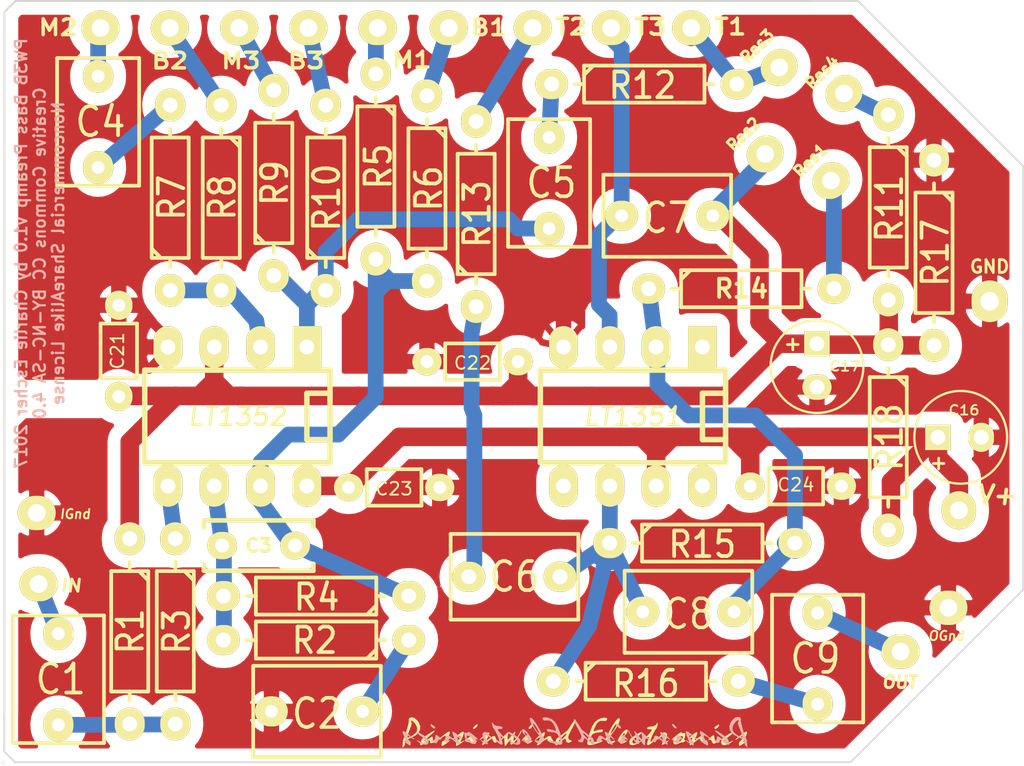
<source format=kicad_pcb>
(kicad_pcb (version 4) (host pcbnew 4.0.3-stable)

  (general
    (links 71)
    (no_connects 6)
    (area 71.2852 42.266399 127.456401 84.2898)
    (thickness 1.6)
    (drawings 14)
    (tracks 266)
    (zones 0)
    (modules 56)
    (nets 28)
  )

  (page A3)
  (layers
    (0 F.Cu signal)
    (31 B.Cu signal)
    (32 B.Adhes user)
    (33 F.Adhes user)
    (34 B.Paste user)
    (35 F.Paste user)
    (36 B.SilkS user)
    (37 F.SilkS user)
    (38 B.Mask user)
    (39 F.Mask user)
    (40 Dwgs.User user)
    (41 Cmts.User user)
    (42 Eco1.User user)
    (43 Eco2.User user)
    (44 Edge.Cuts user)
  )

  (setup
    (last_trace_width 0.254)
    (user_trace_width 0.36)
    (user_trace_width 0.508)
    (user_trace_width 0.8636)
    (user_trace_width 1.016)
    (user_trace_width 1.27)
    (user_trace_width 1.524)
    (user_trace_width 1.778)
    (user_trace_width 2.032)
    (trace_clearance 0.254)
    (zone_clearance 0.708)
    (zone_45_only yes)
    (trace_min 0.254)
    (segment_width 0.2)
    (edge_width 0.1)
    (via_size 0.889)
    (via_drill 0.635)
    (via_min_size 0.889)
    (via_min_drill 0.508)
    (uvia_size 0.508)
    (uvia_drill 0.127)
    (uvias_allowed no)
    (uvia_min_size 0.508)
    (uvia_min_drill 0.127)
    (pcb_text_width 0.3)
    (pcb_text_size 1.5 1.5)
    (mod_edge_width 0.15)
    (mod_text_size 1 1)
    (mod_text_width 0.15)
    (pad_size 1.397 1.397)
    (pad_drill 0.8128)
    (pad_to_mask_clearance 0)
    (aux_axis_origin 71.4502 84.1248)
    (visible_elements 7FFFF7FF)
    (pcbplotparams
      (layerselection 0x010f0_80000001)
      (usegerberextensions true)
      (excludeedgelayer true)
      (linewidth 0.150000)
      (plotframeref false)
      (viasonmask false)
      (mode 1)
      (useauxorigin false)
      (hpglpennumber 1)
      (hpglpenspeed 20)
      (hpglpendiameter 15)
      (hpglpenoverlay 2)
      (psnegative false)
      (psa4output false)
      (plotreference true)
      (plotvalue true)
      (plotinvisibletext false)
      (padsonsilk false)
      (subtractmaskfromsilk false)
      (outputformat 1)
      (mirror false)
      (drillshape 0)
      (scaleselection 1)
      (outputdirectory C:/Users/JaneCharlie/Desktop/Chuck/PW3B_LPF/PW3B_LPF))
  )

  (net 0 "")
  (net 1 GND)
  (net 2 VCC)
  (net 3 VDD)
  (net 4 "Net-(B1-Pad1)")
  (net 5 "Net-(B2-Pad1)")
  (net 6 "Net-(B3-Pad1)")
  (net 7 "Net-(C1-Pad1)")
  (net 8 "Net-(C1-Pad2)")
  (net 9 "Net-(C3-Pad2)")
  (net 10 "Net-(C4-Pad1)")
  (net 11 "Net-(C4-Pad2)")
  (net 12 "Net-(C9-Pad1)")
  (net 13 "Net-(C14-Pad1)")
  (net 14 "Net-(C10-Pad1)")
  (net 15 "Net-(C10-Pad2)")
  (net 16 "Net-(C14-Pad2)")
  (net 17 "Net-(C15-Pad1)")
  (net 18 "Net-(C15-Pad2)")
  (net 19 "Net-(M1-Pad1)")
  (net 20 "Net-(M3-Pad1)")
  (net 21 "Net-(R3-Pad1)")
  (net 22 "Net-(R18-Pad1)")
  (net 23 "Net-(R8-Pad1)")
  (net 24 "Net-(C2-Pad2)")
  (net 25 "Net-(C3-Pad1)")
  (net 26 "Net-(C8-Pad2)")
  (net 27 "Net-(R14-Pad2)")

  (net_class Default "This is the default net class."
    (clearance 0.254)
    (trace_width 0.254)
    (via_dia 0.889)
    (via_drill 0.635)
    (uvia_dia 0.508)
    (uvia_drill 0.127)
    (add_net GND)
    (add_net "Net-(B1-Pad1)")
    (add_net "Net-(B2-Pad1)")
    (add_net "Net-(B3-Pad1)")
    (add_net "Net-(C1-Pad1)")
    (add_net "Net-(C1-Pad2)")
    (add_net "Net-(C10-Pad1)")
    (add_net "Net-(C10-Pad2)")
    (add_net "Net-(C14-Pad1)")
    (add_net "Net-(C14-Pad2)")
    (add_net "Net-(C15-Pad1)")
    (add_net "Net-(C15-Pad2)")
    (add_net "Net-(C2-Pad2)")
    (add_net "Net-(C3-Pad1)")
    (add_net "Net-(C3-Pad2)")
    (add_net "Net-(C4-Pad1)")
    (add_net "Net-(C4-Pad2)")
    (add_net "Net-(C8-Pad2)")
    (add_net "Net-(C9-Pad1)")
    (add_net "Net-(M1-Pad1)")
    (add_net "Net-(M3-Pad1)")
    (add_net "Net-(R14-Pad2)")
    (add_net "Net-(R18-Pad1)")
    (add_net "Net-(R3-Pad1)")
    (add_net "Net-(R8-Pad1)")
    (add_net VCC)
    (add_net VDD)
  )

  (module 22Ga_pad_ell_med (layer F.Cu) (tedit 586D2E14) (tstamp 52B7D212)
    (at 92 43.8 180)
    (descr "module 1 pin (ou trou mecanique de percage)")
    (tags DEV)
    (path /513F7B5B)
    (fp_text reference M1 (at -1.875 -1.75 180) (layer F.SilkS)
      (effects (font (size 0.86 1.016) (thickness 0.19)))
    )
    (fp_text value CONN_1 (at 0.08 -1.35 180) (layer F.SilkS) hide
      (effects (font (size 0.3 0.3) (thickness 0.075)))
    )
    (pad 1 thru_hole oval (at 0 0 180) (size 2.0828 1.8796) (drill 0.9652) (layers *.Cu *.Mask F.SilkS)
      (net 19 "Net-(M1-Pad1)"))
  )

  (module 22Ga_pad_ell_med (layer F.Cu) (tedit 586D2E0E) (tstamp 52B7D230)
    (at 95.9 43.8 180)
    (descr "module 1 pin (ou trou mecanique de percage)")
    (tags DEV)
    (path /513F7B88)
    (fp_text reference B1 (at -2.2 0.02 180) (layer F.SilkS)
      (effects (font (size 0.86 1.016) (thickness 0.19)))
    )
    (fp_text value CONN_1 (at 0.23 -1.52 180) (layer F.SilkS) hide
      (effects (font (size 0.3 0.3) (thickness 0.075)))
    )
    (pad 1 thru_hole oval (at 0 0 180) (size 2.0828 1.8796) (drill 0.9652) (layers *.Cu *.Mask F.SilkS)
      (net 4 "Net-(B1-Pad1)"))
  )

  (module 22Ga_pad_ell_med (layer F.Cu) (tedit 586D2E31) (tstamp 52B7D217)
    (at 76.8 43.8 180)
    (descr "module 1 pin (ou trou mecanique de percage)")
    (tags DEV)
    (path /513F7B6A)
    (fp_text reference M2 (at 2.325 0.025 180) (layer F.SilkS)
      (effects (font (size 0.86 1.016) (thickness 0.19)))
    )
    (fp_text value CONN_1 (at -1.54 -1.13 180) (layer F.SilkS) hide
      (effects (font (size 0.3 0.3) (thickness 0.075)))
    )
    (pad 1 thru_hole oval (at 0 0 180) (size 2.0828 1.8796) (drill 0.9652) (layers *.Cu *.Mask F.SilkS)
      (net 11 "Net-(C4-Pad2)"))
  )

  (module 22Ga_pad_ell_med (layer F.Cu) (tedit 586D2E29) (tstamp 52B7D235)
    (at 80.6 43.8 180)
    (descr "module 1 pin (ou trou mecanique de percage)")
    (tags DEV)
    (path /513F7B97)
    (fp_text reference B2 (at 0 -1.8 180) (layer F.SilkS)
      (effects (font (size 0.86 1.016) (thickness 0.19)))
    )
    (fp_text value CONN_1 (at -1.77 -1.07 180) (layer F.SilkS) hide
      (effects (font (size 0.3 0.3) (thickness 0.075)))
    )
    (pad 1 thru_hole oval (at 0 0 180) (size 2.0828 1.8796) (drill 0.9652) (layers *.Cu *.Mask F.SilkS)
      (net 5 "Net-(B2-Pad1)"))
  )

  (module 22Ga_pad_ell_med (layer F.Cu) (tedit 586D2E23) (tstamp 5645171C)
    (at 84.4 43.8 180)
    (descr "module 1 pin (ou trou mecanique de percage)")
    (tags DEV)
    (path /513F7B79)
    (fp_text reference M3 (at -0.1 -1.8 180) (layer F.SilkS)
      (effects (font (size 0.86 1.016) (thickness 0.19)))
    )
    (fp_text value CONN_1 (at -1.71 -1.02 180) (layer F.SilkS) hide
      (effects (font (size 0.3 0.3) (thickness 0.075)))
    )
    (pad 1 thru_hole oval (at 0 0 180) (size 2.0828 1.8796) (drill 0.9652) (layers *.Cu *.Mask F.SilkS)
      (net 20 "Net-(M3-Pad1)"))
  )

  (module 22Ga_pad_ell_med (layer F.Cu) (tedit 586D2E1D) (tstamp 52B7D23A)
    (at 88.2 43.8 180)
    (descr "module 1 pin (ou trou mecanique de percage)")
    (tags DEV)
    (path /513F7BC2)
    (fp_text reference B3 (at 0.125 -1.8 180) (layer F.SilkS)
      (effects (font (size 0.86 1.016) (thickness 0.19)))
    )
    (fp_text value CONN_1 (at -1.43 -1.07 180) (layer F.SilkS) hide
      (effects (font (size 0.3 0.3) (thickness 0.075)))
    )
    (pad 1 thru_hole oval (at 0 0 180) (size 2.0828 1.8796) (drill 0.9652) (layers *.Cu *.Mask F.SilkS)
      (net 6 "Net-(B3-Pad1)"))
  )

  (module 22Ga_pad_ell_med (layer F.Cu) (tedit 5823CA70) (tstamp 52B7D249)
    (at 100.5 43.8)
    (descr "module 1 pin (ou trou mecanique de percage)")
    (tags DEV)
    (path /513F8245)
    (fp_text reference T2 (at 2.1 -0.06) (layer F.SilkS)
      (effects (font (size 0.86 1.016) (thickness 0.19)))
    )
    (fp_text value CONN_1 (at 0 2.794) (layer F.SilkS) hide
      (effects (font (size 0.3 0.3) (thickness 0.075)))
    )
    (pad 1 thru_hole oval (at 0 0) (size 2.0828 1.8796) (drill 0.9652) (layers *.Cu *.Mask F.SilkS)
      (net 27 "Net-(R14-Pad2)"))
  )

  (module 22Ga_pad_ell_med (layer F.Cu) (tedit 586D2E01) (tstamp 52B7D244)
    (at 109.19 43.8 180)
    (descr "module 1 pin (ou trou mecanique de percage)")
    (tags DEV)
    (path /513F823F)
    (fp_text reference T1 (at -2.14 0.06 180) (layer F.SilkS)
      (effects (font (size 0.86 1.016) (thickness 0.19)))
    )
    (fp_text value CONN_1 (at 0 -1.41 180) (layer F.SilkS) hide
      (effects (font (size 0.3 0.3) (thickness 0.075)))
    )
    (pad 1 thru_hole oval (at 0 0 180) (size 2.0828 1.8796) (drill 0.9652) (layers *.Cu *.Mask F.SilkS)
      (net 22 "Net-(R18-Pad1)"))
  )

  (module 22Ga_pad_ell_med (layer F.Cu) (tedit 5823C2E2) (tstamp 5643B674)
    (at 123.3 75.6)
    (descr "module 1 pin (ou trou mecanique de percage)")
    (tags DEV)
    (path /51420106)
    (fp_text reference OGnd (at -0.11 1.54 180) (layer F.SilkS)
      (effects (font (size 0.508 0.508) (thickness 0.1016) italic))
    )
    (fp_text value CONN_1 (at 0 2.794) (layer F.SilkS) hide
      (effects (font (size 0.3 0.3) (thickness 0.075)))
    )
    (pad 1 thru_hole oval (at 0 0) (size 2.0828 1.8796) (drill 0.9652) (layers *.Cu *.Mask F.SilkS)
      (net 1 GND))
  )

  (module 22Ga_pad_ell_med (layer F.Cu) (tedit 5823C89C) (tstamp 55889C1A)
    (at 73.3 70.4 180)
    (descr "module 1 pin (ou trou mecanique de percage)")
    (tags DEV)
    (path /51420106)
    (fp_text reference IGnd (at -2.11 -0.06 360) (layer F.SilkS)
      (effects (font (size 0.508 0.508) (thickness 0.1016) italic))
    )
    (fp_text value CONN_1 (at 0 2.794 180) (layer F.SilkS) hide
      (effects (font (size 0.3 0.3) (thickness 0.075)))
    )
    (pad 1 thru_hole oval (at 0 0 180) (size 2.0828 1.8796) (drill 0.9652) (layers *.Cu *.Mask F.SilkS)
      (net 1 GND))
  )

  (module 22Ga_pad_ell_med (layer F.Cu) (tedit 5823C2CC) (tstamp 5643834A)
    (at 73.4 74.3)
    (descr "module 1 pin (ou trou mecanique de percage)")
    (tags DEV)
    (path /513F7FDB)
    (fp_text reference IN (at 1.78 0.09) (layer F.SilkS)
      (effects (font (size 0.66 0.72) (thickness 0.16) italic))
    )
    (fp_text value CONN_1 (at 0 2.794) (layer F.SilkS) hide
      (effects (font (size 0.3 0.3) (thickness 0.075)))
    )
    (pad 1 thru_hole oval (at 0 0) (size 2.0828 1.8796) (drill 0.9652) (layers *.Cu *.Mask F.SilkS)
      (net 8 "Net-(C1-Pad2)"))
  )

  (module 22Ga_pad_ell_med (layer F.Cu) (tedit 5823C2DA) (tstamp 56F6ABF2)
    (at 120.6754 78.0034 180)
    (descr "module 1 pin (ou trou mecanique de percage)")
    (tags DEV)
    (path /52B7D60A)
    (fp_text reference OUT (at 0.0454 -1.6766 180) (layer F.SilkS)
      (effects (font (size 0.66 0.66) (thickness 0.16) italic))
    )
    (fp_text value CONN_1 (at 0 2.794 180) (layer F.SilkS) hide
      (effects (font (size 0.3 0.3) (thickness 0.075)))
    )
    (pad 1 thru_hole oval (at 0 0 180) (size 2.0828 1.8796) (drill 0.9652) (layers *.Cu *.Mask F.SilkS)
      (net 17 "Net-(C15-Pad1)"))
  )

  (module 22Ga_pad_ell_med (layer F.Cu) (tedit 58225D79) (tstamp 57FE75A2)
    (at 114.02 45.96 45)
    (descr "module 1 pin (ou trou mecanique de percage)")
    (tags DEV)
    (path /513F8245)
    (fp_text reference Res3 (at -0.035355 -1.661701 45) (layer F.SilkS)
      (effects (font (size 0.6 0.6) (thickness 0.15)))
    )
    (fp_text value CONN_1 (at 0 2.794 45) (layer F.SilkS) hide
      (effects (font (size 0.3 0.3) (thickness 0.075)))
    )
    (pad 1 thru_hole oval (at 0 0 45) (size 2.0828 1.8796) (drill 0.9652) (layers *.Cu *.Mask F.SilkS)
      (net 27 "Net-(R14-Pad2)"))
  )

  (module 22Ga_pad_ell_med (layer F.Cu) (tedit 58225D51) (tstamp 57FE75CB)
    (at 117.57 47.39 45)
    (descr "module 1 pin (ou trou mecanique de percage)")
    (tags DEV)
    (path /513F8245)
    (fp_text reference Res4 (at -0.035355 -1.661701 45) (layer F.SilkS)
      (effects (font (size 0.6 0.6) (thickness 0.15)))
    )
    (fp_text value CONN_1 (at 0 2.794 45) (layer F.SilkS) hide
      (effects (font (size 0.3 0.3) (thickness 0.075)))
    )
    (pad 1 thru_hole oval (at 0 0 45) (size 2.0828 1.8796) (drill 0.9652) (layers *.Cu *.Mask F.SilkS)
      (net 27 "Net-(R14-Pad2)"))
  )

  (module 22Ga_pad_ell_med (layer F.Cu) (tedit 58225DB4) (tstamp 57FE76AE)
    (at 116.86 52.17 45)
    (descr "module 1 pin (ou trou mecanique de percage)")
    (tags DEV)
    (path /513F8245)
    (fp_text reference Res1 (at -0.025 -1.575 45) (layer F.SilkS)
      (effects (font (size 0.6 0.6) (thickness 0.15)))
    )
    (fp_text value CONN_1 (at 0 2.794 45) (layer F.SilkS) hide
      (effects (font (size 0.3 0.3) (thickness 0.075)))
    )
    (pad 1 thru_hole oval (at 0 0 45) (size 2.0828 1.8796) (drill 0.9652) (layers *.Cu *.Mask F.SilkS)
      (net 27 "Net-(R14-Pad2)"))
  )

  (module 22Ga_pad_ell_med (layer F.Cu) (tedit 58225541) (tstamp 57FE76BD)
    (at 113.25 50.71 45)
    (descr "module 1 pin (ou trou mecanique de percage)")
    (tags DEV)
    (path /513F8245)
    (fp_text reference Res2 (at -0.075 -1.6 45) (layer F.SilkS)
      (effects (font (size 0.6 0.6) (thickness 0.15)))
    )
    (fp_text value CONN_1 (at 0 2.794 45) (layer F.SilkS) hide
      (effects (font (size 0.3 0.3) (thickness 0.075)))
    )
    (pad 1 thru_hole oval (at 0 0 45) (size 2.0828 1.8796) (drill 0.9652) (layers *.Cu *.Mask F.SilkS)
      (net 27 "Net-(R14-Pad2)"))
  )

  (module Res_.25watt_ovalpad1 (layer F.Cu) (tedit 58202160) (tstamp 52B7D1D4)
    (at 106.62 46.88)
    (descr "Resitance 3 pas")
    (tags R)
    (path /513F86A1)
    (autoplace_cost180 10)
    (fp_text reference R12 (at -0.1 0.075) (layer F.SilkS)
      (effects (font (size 1.397 1.27) (thickness 0.2032)))
    )
    (fp_text value 4K7 (at -1 0.1) (layer F.SilkS) hide
      (effects (font (size 1.397 1.27) (thickness 0.2032)))
    )
    (fp_line (start -3.81 0) (end -3.302 0) (layer F.SilkS) (width 0.2032))
    (fp_line (start 3.81 0) (end 3.302 0) (layer F.SilkS) (width 0.2032))
    (fp_line (start 3.302 0) (end 3.302 -1.016) (layer F.SilkS) (width 0.2032))
    (fp_line (start 3.302 -1.016) (end -3.302 -1.016) (layer F.SilkS) (width 0.2032))
    (fp_line (start -3.302 -1.016) (end -3.302 1.016) (layer F.SilkS) (width 0.2032))
    (fp_line (start -3.302 1.016) (end 3.302 1.016) (layer F.SilkS) (width 0.2032))
    (fp_line (start 3.302 1.016) (end 3.302 0) (layer F.SilkS) (width 0.2032))
    (fp_line (start -3.302 -0.508) (end -2.794 -1.016) (layer F.SilkS) (width 0.2032))
    (pad 1 thru_hole oval (at -5.08 0) (size 1.8 1.651) (drill 0.812799) (layers *.Cu *.Mask F.SilkS)
      (net 15 "Net-(C10-Pad2)"))
    (pad 2 thru_hole oval (at 5.08 0) (size 1.8 1.651) (drill 0.812799) (layers *.Cu *.Mask F.SilkS)
      (net 22 "Net-(R18-Pad1)"))
    (model discret/resistor.wrl
      (at (xyz 0 0 0))
      (scale (xyz 0.3 0.3 0.3))
      (rotate (xyz 0 0 0))
    )
  )

  (module Nichi_22uF_25V (layer F.Cu) (tedit 582240F8) (tstamp 52B7D013)
    (at 116.09 62.37 270)
    (descr "Condensateur e = 1 pas")
    (tags C)
    (path /556F189C)
    (fp_text reference C17 (at -0.01 -1.53 360) (layer F.SilkS)
      (effects (font (size 0.52 0.58) (thickness 0.1)))
    )
    (fp_text value 22u (at 0.02 1.58 270) (layer F.SilkS) hide
      (effects (font (size 0.4 0.4) (thickness 0.1)))
    )
    (fp_text user + (at -1.21 1.38 270) (layer F.SilkS)
      (effects (font (size 0.762 0.762) (thickness 0.15)))
    )
    (fp_circle (center 0 0) (end 0.127 -2.54) (layer F.SilkS) (width 0.127))
    (pad 1 thru_hole rect (at -1.25 0 270) (size 1.397 1.397) (drill 0.8128) (layers *.Cu *.Mask F.SilkS)
      (net 3 VDD))
    (pad 2 thru_hole oval (at 1.125 0 270) (size 1.397 1.6) (drill 0.8128) (layers *.Cu *.Mask F.SilkS)
      (net 1 GND))
    (model discret/c_vert_c1v5.wrl
      (at (xyz 0 0 0))
      (scale (xyz 1 1 1))
      (rotate (xyz 0 0 0))
    )
  )

  (module Res_.25watt_ovalpad1 (layer F.Cu) (tedit 582020BF) (tstamp 52B7D102)
    (at 80.62 53.11 90)
    (descr "Resitance 3 pas")
    (tags R)
    (path /513D7CC5)
    (autoplace_cost180 10)
    (fp_text reference R7 (at 0.01 0.08 90) (layer F.SilkS)
      (effects (font (size 1.397 1.27) (thickness 0.2032)))
    )
    (fp_text value 20K (at 0 0.127 90) (layer F.SilkS) hide
      (effects (font (size 1.397 1.27) (thickness 0.2032)))
    )
    (fp_line (start -3.81 0) (end -3.302 0) (layer F.SilkS) (width 0.2032))
    (fp_line (start 3.81 0) (end 3.302 0) (layer F.SilkS) (width 0.2032))
    (fp_line (start 3.302 0) (end 3.302 -1.016) (layer F.SilkS) (width 0.2032))
    (fp_line (start 3.302 -1.016) (end -3.302 -1.016) (layer F.SilkS) (width 0.2032))
    (fp_line (start -3.302 -1.016) (end -3.302 1.016) (layer F.SilkS) (width 0.2032))
    (fp_line (start -3.302 1.016) (end 3.302 1.016) (layer F.SilkS) (width 0.2032))
    (fp_line (start 3.302 1.016) (end 3.302 0) (layer F.SilkS) (width 0.2032))
    (fp_line (start -3.302 -0.508) (end -2.794 -1.016) (layer F.SilkS) (width 0.2032))
    (pad 1 thru_hole oval (at -5.08 0 90) (size 1.8 1.651) (drill 0.812799) (layers *.Cu *.Mask F.SilkS)
      (net 23 "Net-(R8-Pad1)"))
    (pad 2 thru_hole oval (at 5.08 0 90) (size 1.8 1.651) (drill 0.812799) (layers *.Cu *.Mask F.SilkS)
      (net 10 "Net-(C4-Pad1)"))
    (model discret/resistor.wrl
      (at (xyz 0 0 0))
      (scale (xyz 0.3 0.3 0.3))
      (rotate (xyz 0 0 0))
    )
  )

  (module Res_.25watt_ovalpad1 (layer F.Cu) (tedit 58202091) (tstamp 52B7D12C)
    (at 109.8 72.05)
    (descr "Resitance 3 pas")
    (tags R)
    (path /513F8A3B)
    (autoplace_cost180 10)
    (fp_text reference R15 (at 0 0.075) (layer F.SilkS)
      (effects (font (size 1.397 1.27) (thickness 0.2032)))
    )
    (fp_text value 4K7 (at 0 0.127) (layer F.SilkS) hide
      (effects (font (size 1.397 1.27) (thickness 0.2032)))
    )
    (fp_line (start -3.81 0) (end -3.302 0) (layer F.SilkS) (width 0.2032))
    (fp_line (start 3.81 0) (end 3.302 0) (layer F.SilkS) (width 0.2032))
    (fp_line (start 3.302 0) (end 3.302 -1.016) (layer F.SilkS) (width 0.2032))
    (fp_line (start 3.302 -1.016) (end -3.302 -1.016) (layer F.SilkS) (width 0.2032))
    (fp_line (start -3.302 -1.016) (end -3.302 1.016) (layer F.SilkS) (width 0.2032))
    (fp_line (start -3.302 1.016) (end 3.302 1.016) (layer F.SilkS) (width 0.2032))
    (fp_line (start 3.302 1.016) (end 3.302 0) (layer F.SilkS) (width 0.2032))
    (fp_line (start -3.302 -0.508) (end -2.794 -1.016) (layer F.SilkS) (width 0.2032))
    (pad 1 thru_hole oval (at -5.08 0) (size 1.8 1.651) (drill 0.812799) (layers *.Cu *.Mask F.SilkS)
      (net 13 "Net-(C14-Pad1)"))
    (pad 2 thru_hole oval (at 5.08 0) (size 1.8 1.651) (drill 0.812799) (layers *.Cu *.Mask F.SilkS)
      (net 16 "Net-(C14-Pad2)"))
    (model discret/resistor.wrl
      (at (xyz 0 0 0))
      (scale (xyz 0.3 0.3 0.3))
      (rotate (xyz 0 0 0))
    )
  )

  (module Res_.25watt_ovalpad1 (layer F.Cu) (tedit 58202008) (tstamp 52B7D13A)
    (at 106.7054 79.629)
    (descr "Resitance 3 pas")
    (tags R)
    (path /51673DB5)
    (autoplace_cost180 10)
    (fp_text reference R16 (at 0 0.127) (layer F.SilkS)
      (effects (font (size 1.397 1.27) (thickness 0.2032)))
    )
    (fp_text value 332 (at 0 0.127) (layer F.SilkS) hide
      (effects (font (size 1.397 1.27) (thickness 0.2032)))
    )
    (fp_line (start -3.81 0) (end -3.302 0) (layer F.SilkS) (width 0.2032))
    (fp_line (start 3.81 0) (end 3.302 0) (layer F.SilkS) (width 0.2032))
    (fp_line (start 3.302 0) (end 3.302 -1.016) (layer F.SilkS) (width 0.2032))
    (fp_line (start 3.302 -1.016) (end -3.302 -1.016) (layer F.SilkS) (width 0.2032))
    (fp_line (start -3.302 -1.016) (end -3.302 1.016) (layer F.SilkS) (width 0.2032))
    (fp_line (start -3.302 1.016) (end 3.302 1.016) (layer F.SilkS) (width 0.2032))
    (fp_line (start 3.302 1.016) (end 3.302 0) (layer F.SilkS) (width 0.2032))
    (fp_line (start -3.302 -0.508) (end -2.794 -1.016) (layer F.SilkS) (width 0.2032))
    (pad 1 thru_hole oval (at -5.08 0) (size 1.8 1.651) (drill 0.812799) (layers *.Cu *.Mask F.SilkS)
      (net 13 "Net-(C14-Pad1)"))
    (pad 2 thru_hole oval (at 5.08 0) (size 1.8 1.651) (drill 0.812799) (layers *.Cu *.Mask F.SilkS)
      (net 18 "Net-(C15-Pad2)"))
    (model discret/resistor.wrl
      (at (xyz 0 0 0))
      (scale (xyz 0.3 0.3 0.3))
      (rotate (xyz 0 0 0))
    )
  )

  (module Res_.25watt_ovalpad1 (layer F.Cu) (tedit 5823C316) (tstamp 52B7D156)
    (at 78.4 76.89 270)
    (descr "Resitance 3 pas")
    (tags R)
    (path /52B7CF55)
    (autoplace_cost180 10)
    (fp_text reference R1 (at 0 -0.03 270) (layer F.SilkS)
      (effects (font (size 1.397 1.27) (thickness 0.2032)))
    )
    (fp_text value 261K (at 0 0.127 270) (layer F.SilkS) hide
      (effects (font (size 1.397 1.27) (thickness 0.2032)))
    )
    (fp_line (start -3.81 0) (end -3.302 0) (layer F.SilkS) (width 0.2032))
    (fp_line (start 3.81 0) (end 3.302 0) (layer F.SilkS) (width 0.2032))
    (fp_line (start 3.302 0) (end 3.302 -1.016) (layer F.SilkS) (width 0.2032))
    (fp_line (start 3.302 -1.016) (end -3.302 -1.016) (layer F.SilkS) (width 0.2032))
    (fp_line (start -3.302 -1.016) (end -3.302 1.016) (layer F.SilkS) (width 0.2032))
    (fp_line (start -3.302 1.016) (end 3.302 1.016) (layer F.SilkS) (width 0.2032))
    (fp_line (start 3.302 1.016) (end 3.302 0) (layer F.SilkS) (width 0.2032))
    (fp_line (start -3.302 -0.508) (end -2.794 -1.016) (layer F.SilkS) (width 0.2032))
    (pad 1 thru_hole oval (at -5.08 0 270) (size 1.8 1.651) (drill 0.812799) (layers *.Cu *.Mask F.SilkS)
      (net 3 VDD))
    (pad 2 thru_hole oval (at 5.08 0 270) (size 1.8 1.651) (drill 0.812799) (layers *.Cu *.Mask F.SilkS)
      (net 7 "Net-(C1-Pad1)"))
    (model discret/resistor.wrl
      (at (xyz 0 0 0))
      (scale (xyz 0.3 0.3 0.3))
      (rotate (xyz 0 0 0))
    )
  )

  (module Res_.25watt_ovalpad1 (layer F.Cu) (tedit 58202107) (tstamp 52B7D164)
    (at 86.3 52.3 90)
    (descr "Resitance 3 pas")
    (tags R)
    (path /513D7CFE)
    (autoplace_cost180 10)
    (fp_text reference R9 (at 0 0.05 90) (layer F.SilkS)
      (effects (font (size 1.397 1.27) (thickness 0.2032)))
    )
    (fp_text value 8K2 (at 0 0.127 90) (layer F.SilkS) hide
      (effects (font (size 1.397 1.27) (thickness 0.2032)))
    )
    (fp_line (start -3.81 0) (end -3.302 0) (layer F.SilkS) (width 0.2032))
    (fp_line (start 3.81 0) (end 3.302 0) (layer F.SilkS) (width 0.2032))
    (fp_line (start 3.302 0) (end 3.302 -1.016) (layer F.SilkS) (width 0.2032))
    (fp_line (start 3.302 -1.016) (end -3.302 -1.016) (layer F.SilkS) (width 0.2032))
    (fp_line (start -3.302 -1.016) (end -3.302 1.016) (layer F.SilkS) (width 0.2032))
    (fp_line (start -3.302 1.016) (end 3.302 1.016) (layer F.SilkS) (width 0.2032))
    (fp_line (start 3.302 1.016) (end 3.302 0) (layer F.SilkS) (width 0.2032))
    (fp_line (start -3.302 -0.508) (end -2.794 -1.016) (layer F.SilkS) (width 0.2032))
    (pad 1 thru_hole oval (at -5.08 0 90) (size 1.8 1.651) (drill 0.812799) (layers *.Cu *.Mask F.SilkS)
      (net 14 "Net-(C10-Pad1)"))
    (pad 2 thru_hole oval (at 5.08 0 90) (size 1.8 1.651) (drill 0.812799) (layers *.Cu *.Mask F.SilkS)
      (net 20 "Net-(M3-Pad1)"))
    (model discret/resistor.wrl
      (at (xyz 0 0 0))
      (scale (xyz 0.3 0.3 0.3))
      (rotate (xyz 0 0 0))
    )
  )

  (module Res_.25watt_ovalpad1 (layer F.Cu) (tedit 582021FB) (tstamp 52B7D172)
    (at 97.4 54 90)
    (descr "Resitance 3 pas")
    (tags R)
    (path /557DF4F2)
    (autoplace_cost180 10)
    (fp_text reference R13 (at 0 0.05 90) (layer F.SilkS)
      (effects (font (size 1.397 1.27) (thickness 0.2032)))
    )
    (fp_text value 2K (at 0 0.127 90) (layer F.SilkS) hide
      (effects (font (size 1.397 1.27) (thickness 0.2032)))
    )
    (fp_line (start -3.81 0) (end -3.302 0) (layer F.SilkS) (width 0.2032))
    (fp_line (start 3.81 0) (end 3.302 0) (layer F.SilkS) (width 0.2032))
    (fp_line (start 3.302 0) (end 3.302 -1.016) (layer F.SilkS) (width 0.2032))
    (fp_line (start 3.302 -1.016) (end -3.302 -1.016) (layer F.SilkS) (width 0.2032))
    (fp_line (start -3.302 -1.016) (end -3.302 1.016) (layer F.SilkS) (width 0.2032))
    (fp_line (start -3.302 1.016) (end 3.302 1.016) (layer F.SilkS) (width 0.2032))
    (fp_line (start 3.302 1.016) (end 3.302 0) (layer F.SilkS) (width 0.2032))
    (fp_line (start -3.302 -0.508) (end -2.794 -1.016) (layer F.SilkS) (width 0.2032))
    (pad 1 thru_hole oval (at -5.08 0 90) (size 1.8 1.651) (drill 0.812799) (layers *.Cu *.Mask F.SilkS)
      (net 26 "Net-(C8-Pad2)"))
    (pad 2 thru_hole oval (at 5.08 0 90) (size 1.8 1.651) (drill 0.812799) (layers *.Cu *.Mask F.SilkS)
      (net 27 "Net-(R14-Pad2)"))
    (model discret/resistor.wrl
      (at (xyz 0 0 0))
      (scale (xyz 0.3 0.3 0.3))
      (rotate (xyz 0 0 0))
    )
  )

  (module Res_.25watt_ovalpad1 (layer F.Cu) (tedit 557E3F4E) (tstamp 557F9777)
    (at 91.9 51.4 270)
    (descr "Resitance 3 pas")
    (tags R)
    (path /513D7CE8)
    (autoplace_cost180 10)
    (fp_text reference R5 (at -0.00444 -0.1366 270) (layer F.SilkS)
      (effects (font (size 1.397 1.27) (thickness 0.2032)))
    )
    (fp_text value 8K2 (at 0 0.127 270) (layer F.SilkS) hide
      (effects (font (size 1.397 1.27) (thickness 0.2032)))
    )
    (fp_line (start -3.81 0) (end -3.302 0) (layer F.SilkS) (width 0.2032))
    (fp_line (start 3.81 0) (end 3.302 0) (layer F.SilkS) (width 0.2032))
    (fp_line (start 3.302 0) (end 3.302 -1.016) (layer F.SilkS) (width 0.2032))
    (fp_line (start 3.302 -1.016) (end -3.302 -1.016) (layer F.SilkS) (width 0.2032))
    (fp_line (start -3.302 -1.016) (end -3.302 1.016) (layer F.SilkS) (width 0.2032))
    (fp_line (start -3.302 1.016) (end 3.302 1.016) (layer F.SilkS) (width 0.2032))
    (fp_line (start 3.302 1.016) (end 3.302 0) (layer F.SilkS) (width 0.2032))
    (fp_line (start -3.302 -0.508) (end -2.794 -1.016) (layer F.SilkS) (width 0.2032))
    (pad 1 thru_hole oval (at -5.08 0 270) (size 1.8 1.651) (drill 0.812799) (layers *.Cu *.Mask F.SilkS)
      (net 19 "Net-(M1-Pad1)"))
    (pad 2 thru_hole oval (at 5.08 0 270) (size 1.8 1.651) (drill 0.812799) (layers *.Cu *.Mask F.SilkS)
      (net 25 "Net-(C3-Pad1)"))
    (model discret/resistor.wrl
      (at (xyz 0 0 0))
      (scale (xyz 0.3 0.3 0.3))
      (rotate (xyz 0 0 0))
    )
  )

  (module Res_.25watt_ovalpad1 (layer F.Cu) (tedit 58203369) (tstamp 557EE563)
    (at 94.7 52.6 270)
    (descr "Resitance 3 pas")
    (tags R)
    (path /513D7CE1)
    (autoplace_cost180 10)
    (fp_text reference R6 (at 0 -0.1 270) (layer F.SilkS)
      (effects (font (size 1.397 1.27) (thickness 0.2032)))
    )
    (fp_text value 17K4 (at 0 0.127 270) (layer F.SilkS) hide
      (effects (font (size 1.397 1.27) (thickness 0.2032)))
    )
    (fp_line (start -3.81 0) (end -3.302 0) (layer F.SilkS) (width 0.2032))
    (fp_line (start 3.81 0) (end 3.302 0) (layer F.SilkS) (width 0.2032))
    (fp_line (start 3.302 0) (end 3.302 -1.016) (layer F.SilkS) (width 0.2032))
    (fp_line (start 3.302 -1.016) (end -3.302 -1.016) (layer F.SilkS) (width 0.2032))
    (fp_line (start -3.302 -1.016) (end -3.302 1.016) (layer F.SilkS) (width 0.2032))
    (fp_line (start -3.302 1.016) (end 3.302 1.016) (layer F.SilkS) (width 0.2032))
    (fp_line (start 3.302 1.016) (end 3.302 0) (layer F.SilkS) (width 0.2032))
    (fp_line (start -3.302 -0.508) (end -2.794 -1.016) (layer F.SilkS) (width 0.2032))
    (pad 1 thru_hole oval (at -5.08 0 270) (size 1.8 1.651) (drill 0.812799) (layers *.Cu *.Mask F.SilkS)
      (net 4 "Net-(B1-Pad1)"))
    (pad 2 thru_hole oval (at 5.08 0 270) (size 1.8 1.651) (drill 0.812799) (layers *.Cu *.Mask F.SilkS)
      (net 25 "Net-(C3-Pad1)"))
    (model discret/resistor.wrl
      (at (xyz 0 0 0))
      (scale (xyz 0.3 0.3 0.3))
      (rotate (xyz 0 0 0))
    )
  )

  (module Res_.25watt_ovalpad1 (layer F.Cu) (tedit 582020D5) (tstamp 564400A9)
    (at 83.42 53.11 270)
    (descr "Resitance 3 pas")
    (tags R)
    (path /513D7C9D)
    (autoplace_cost180 10)
    (fp_text reference R8 (at -0.01 -0.055 270) (layer F.SilkS)
      (effects (font (size 1.397 1.27) (thickness 0.2032)))
    )
    (fp_text value 127K (at 0 0.127 270) (layer F.SilkS) hide
      (effects (font (size 1.397 1.27) (thickness 0.2032)))
    )
    (fp_line (start -3.81 0) (end -3.302 0) (layer F.SilkS) (width 0.2032))
    (fp_line (start 3.81 0) (end 3.302 0) (layer F.SilkS) (width 0.2032))
    (fp_line (start 3.302 0) (end 3.302 -1.016) (layer F.SilkS) (width 0.2032))
    (fp_line (start 3.302 -1.016) (end -3.302 -1.016) (layer F.SilkS) (width 0.2032))
    (fp_line (start -3.302 -1.016) (end -3.302 1.016) (layer F.SilkS) (width 0.2032))
    (fp_line (start -3.302 1.016) (end 3.302 1.016) (layer F.SilkS) (width 0.2032))
    (fp_line (start 3.302 1.016) (end 3.302 0) (layer F.SilkS) (width 0.2032))
    (fp_line (start -3.302 -0.508) (end -2.794 -1.016) (layer F.SilkS) (width 0.2032))
    (pad 1 thru_hole oval (at -5.08 0 270) (size 1.8 1.651) (drill 0.812799) (layers *.Cu *.Mask F.SilkS)
      (net 5 "Net-(B2-Pad1)"))
    (pad 2 thru_hole oval (at 5.08 0 270) (size 1.8 1.651) (drill 0.812799) (layers *.Cu *.Mask F.SilkS)
      (net 23 "Net-(R8-Pad1)"))
    (model discret/resistor.wrl
      (at (xyz 0 0 0))
      (scale (xyz 0.3 0.3 0.3))
      (rotate (xyz 0 0 0))
    )
  )

  (module Res_.25watt_ovalpad1 (layer F.Cu) (tedit 5823C310) (tstamp 557F664A)
    (at 80.899 76.89 270)
    (descr "Resitance 3 pas")
    (tags R)
    (path /513D7CD6)
    (autoplace_cost180 10)
    (fp_text reference R3 (at 0.008 -0.071 270) (layer F.SilkS)
      (effects (font (size 1.397 1.27) (thickness 0.2032)))
    )
    (fp_text value 2K2 (at 0 0.127 270) (layer F.SilkS) hide
      (effects (font (size 1.397 1.27) (thickness 0.2032)))
    )
    (fp_line (start -3.81 0) (end -3.302 0) (layer F.SilkS) (width 0.2032))
    (fp_line (start 3.81 0) (end 3.302 0) (layer F.SilkS) (width 0.2032))
    (fp_line (start 3.302 0) (end 3.302 -1.016) (layer F.SilkS) (width 0.2032))
    (fp_line (start 3.302 -1.016) (end -3.302 -1.016) (layer F.SilkS) (width 0.2032))
    (fp_line (start -3.302 -1.016) (end -3.302 1.016) (layer F.SilkS) (width 0.2032))
    (fp_line (start -3.302 1.016) (end 3.302 1.016) (layer F.SilkS) (width 0.2032))
    (fp_line (start 3.302 1.016) (end 3.302 0) (layer F.SilkS) (width 0.2032))
    (fp_line (start -3.302 -0.508) (end -2.794 -1.016) (layer F.SilkS) (width 0.2032))
    (pad 1 thru_hole oval (at -5.08 0 270) (size 1.8 1.651) (drill 0.812799) (layers *.Cu *.Mask F.SilkS)
      (net 21 "Net-(R3-Pad1)"))
    (pad 2 thru_hole oval (at 5.08 0 270) (size 1.8 1.651) (drill 0.812799) (layers *.Cu *.Mask F.SilkS)
      (net 7 "Net-(C1-Pad1)"))
    (model discret/resistor.wrl
      (at (xyz 0 0 0))
      (scale (xyz 0.3 0.3 0.3))
      (rotate (xyz 0 0 0))
    )
  )

  (module Res_.25watt_ovalpad1 (layer F.Cu) (tedit 5823C308) (tstamp 564ABDC3)
    (at 88.6206 77.3684 180)
    (descr "Resitance 3 pas")
    (tags R)
    (path /513D7CCE)
    (autoplace_cost180 10)
    (fp_text reference R2 (at 0.0806 -0.0216 180) (layer F.SilkS)
      (effects (font (size 1.397 1.27) (thickness 0.2032)))
    )
    (fp_text value 8K2 (at 0 0.127 180) (layer F.SilkS) hide
      (effects (font (size 1.397 1.27) (thickness 0.2032)))
    )
    (fp_line (start -3.81 0) (end -3.302 0) (layer F.SilkS) (width 0.2032))
    (fp_line (start 3.81 0) (end 3.302 0) (layer F.SilkS) (width 0.2032))
    (fp_line (start 3.302 0) (end 3.302 -1.016) (layer F.SilkS) (width 0.2032))
    (fp_line (start 3.302 -1.016) (end -3.302 -1.016) (layer F.SilkS) (width 0.2032))
    (fp_line (start -3.302 -1.016) (end -3.302 1.016) (layer F.SilkS) (width 0.2032))
    (fp_line (start -3.302 1.016) (end 3.302 1.016) (layer F.SilkS) (width 0.2032))
    (fp_line (start 3.302 1.016) (end 3.302 0) (layer F.SilkS) (width 0.2032))
    (fp_line (start -3.302 -0.508) (end -2.794 -1.016) (layer F.SilkS) (width 0.2032))
    (pad 1 thru_hole oval (at -5.08 0 180) (size 1.8 1.651) (drill 0.812799) (layers *.Cu *.Mask F.SilkS)
      (net 24 "Net-(C2-Pad2)"))
    (pad 2 thru_hole oval (at 5.08 0 180) (size 1.8 1.651) (drill 0.812799) (layers *.Cu *.Mask F.SilkS)
      (net 9 "Net-(C3-Pad2)"))
    (model discret/resistor.wrl
      (at (xyz 0 0 0))
      (scale (xyz 0.3 0.3 0.3))
      (rotate (xyz 0 0 0))
    )
  )

  (module Res_.25watt_ovalpad1 (layer F.Cu) (tedit 582023CC) (tstamp 564391CE)
    (at 89.15 53.11 90)
    (descr "Resitance 3 pas")
    (tags R)
    (path /513F7D97)
    (autoplace_cost180 10)
    (fp_text reference R10 (at 0.01 0.05 90) (layer F.SilkS)
      (effects (font (size 1.397 1.27) (thickness 0.2032)))
    )
    (fp_text value 17K4 (at 0 0.127 90) (layer F.SilkS) hide
      (effects (font (size 1.397 1.27) (thickness 0.2032)))
    )
    (fp_line (start -3.81 0) (end -3.302 0) (layer F.SilkS) (width 0.2032))
    (fp_line (start 3.81 0) (end 3.302 0) (layer F.SilkS) (width 0.2032))
    (fp_line (start 3.302 0) (end 3.302 -1.016) (layer F.SilkS) (width 0.2032))
    (fp_line (start 3.302 -1.016) (end -3.302 -1.016) (layer F.SilkS) (width 0.2032))
    (fp_line (start -3.302 -1.016) (end -3.302 1.016) (layer F.SilkS) (width 0.2032))
    (fp_line (start -3.302 1.016) (end 3.302 1.016) (layer F.SilkS) (width 0.2032))
    (fp_line (start 3.302 1.016) (end 3.302 0) (layer F.SilkS) (width 0.2032))
    (fp_line (start -3.302 -0.508) (end -2.794 -1.016) (layer F.SilkS) (width 0.2032))
    (pad 1 thru_hole oval (at -5.08 0 90) (size 1.8 1.651) (drill 0.812799) (layers *.Cu *.Mask F.SilkS)
      (net 14 "Net-(C10-Pad1)"))
    (pad 2 thru_hole oval (at 5.08 0 90) (size 1.8 1.651) (drill 0.812799) (layers *.Cu *.Mask F.SilkS)
      (net 6 "Net-(B3-Pad1)"))
    (model discret/resistor.wrl
      (at (xyz 0 0 0))
      (scale (xyz 0.3 0.3 0.3))
      (rotate (xyz 0 0 0))
    )
  )

  (module Res_.25watt_ovalpad1 (layer F.Cu) (tedit 5823C2FF) (tstamp 52B7F34C)
    (at 88.6206 74.9554 180)
    (descr "Resitance 3 pas")
    (tags R)
    (path /513D7C90)
    (autoplace_cost180 10)
    (fp_text reference R4 (at -0.0294 -0.0646 180) (layer F.SilkS)
      (effects (font (size 1.397 1.27) (thickness 0.2032)))
    )
    (fp_text value 3K6 (at 0 0.127 180) (layer F.SilkS) hide
      (effects (font (size 1.397 1.27) (thickness 0.2032)))
    )
    (fp_line (start -3.81 0) (end -3.302 0) (layer F.SilkS) (width 0.2032))
    (fp_line (start 3.81 0) (end 3.302 0) (layer F.SilkS) (width 0.2032))
    (fp_line (start 3.302 0) (end 3.302 -1.016) (layer F.SilkS) (width 0.2032))
    (fp_line (start 3.302 -1.016) (end -3.302 -1.016) (layer F.SilkS) (width 0.2032))
    (fp_line (start -3.302 -1.016) (end -3.302 1.016) (layer F.SilkS) (width 0.2032))
    (fp_line (start -3.302 1.016) (end 3.302 1.016) (layer F.SilkS) (width 0.2032))
    (fp_line (start 3.302 1.016) (end 3.302 0) (layer F.SilkS) (width 0.2032))
    (fp_line (start -3.302 -0.508) (end -2.794 -1.016) (layer F.SilkS) (width 0.2032))
    (pad 1 thru_hole oval (at -5.08 0 180) (size 1.8 1.651) (drill 0.812799) (layers *.Cu *.Mask F.SilkS)
      (net 25 "Net-(C3-Pad1)"))
    (pad 2 thru_hole oval (at 5.08 0 180) (size 1.8 1.651) (drill 0.812799) (layers *.Cu *.Mask F.SilkS)
      (net 9 "Net-(C3-Pad2)"))
    (model discret/resistor.wrl
      (at (xyz 0 0 0))
      (scale (xyz 0.3 0.3 0.3))
      (rotate (xyz 0 0 0))
    )
  )

  (module Res_.25watt_ovalpad1 (layer F.Cu) (tedit 5823C39A) (tstamp 556E5A1C)
    (at 122.51 56.13 270)
    (descr "Resitance 3 pas")
    (tags R)
    (path /52B7CADD)
    (autoplace_cost180 10)
    (fp_text reference R17 (at 0 -0.075 270) (layer F.SilkS)
      (effects (font (size 1.397 1.27) (thickness 0.2032)))
    )
    (fp_text value 261K (at 0 0.127 450) (layer F.SilkS) hide
      (effects (font (size 1.397 1.27) (thickness 0.2032)))
    )
    (fp_line (start -3.81 0) (end -3.302 0) (layer F.SilkS) (width 0.2032))
    (fp_line (start 3.81 0) (end 3.302 0) (layer F.SilkS) (width 0.2032))
    (fp_line (start 3.302 0) (end 3.302 -1.016) (layer F.SilkS) (width 0.2032))
    (fp_line (start 3.302 -1.016) (end -3.302 -1.016) (layer F.SilkS) (width 0.2032))
    (fp_line (start -3.302 -1.016) (end -3.302 1.016) (layer F.SilkS) (width 0.2032))
    (fp_line (start -3.302 1.016) (end 3.302 1.016) (layer F.SilkS) (width 0.2032))
    (fp_line (start 3.302 1.016) (end 3.302 0) (layer F.SilkS) (width 0.2032))
    (fp_line (start -3.302 -0.508) (end -2.794 -1.016) (layer F.SilkS) (width 0.2032))
    (pad 1 thru_hole oval (at -5.08 0 270) (size 1.8 1.651) (drill 0.812799) (layers *.Cu *.Mask F.SilkS)
      (net 1 GND))
    (pad 2 thru_hole oval (at 5.08 0 270) (size 1.8 1.651) (drill 0.812799) (layers *.Cu *.Mask F.SilkS)
      (net 3 VDD))
    (model discret/resistor.wrl
      (at (xyz 0 0 0))
      (scale (xyz 0.3 0.3 0.3))
      (rotate (xyz 0 0 0))
    )
  )

  (module Res_.25watt_ovalpad1 (layer F.Cu) (tedit 582022A1) (tstamp 556E5A38)
    (at 120 66.25 270)
    (descr "Resitance 3 pas")
    (tags R)
    (path /52B7CAD7)
    (autoplace_cost180 10)
    (fp_text reference R18 (at -0.0106 -0.0616 270) (layer F.SilkS)
      (effects (font (size 1.397 1.27) (thickness 0.2032)))
    )
    (fp_text value 261K (at 0 0.127 270) (layer F.SilkS) hide
      (effects (font (size 1.397 1.27) (thickness 0.2032)))
    )
    (fp_line (start -3.81 0) (end -3.302 0) (layer F.SilkS) (width 0.2032))
    (fp_line (start 3.81 0) (end 3.302 0) (layer F.SilkS) (width 0.2032))
    (fp_line (start 3.302 0) (end 3.302 -1.016) (layer F.SilkS) (width 0.2032))
    (fp_line (start 3.302 -1.016) (end -3.302 -1.016) (layer F.SilkS) (width 0.2032))
    (fp_line (start -3.302 -1.016) (end -3.302 1.016) (layer F.SilkS) (width 0.2032))
    (fp_line (start -3.302 1.016) (end 3.302 1.016) (layer F.SilkS) (width 0.2032))
    (fp_line (start 3.302 1.016) (end 3.302 0) (layer F.SilkS) (width 0.2032))
    (fp_line (start -3.302 -0.508) (end -2.794 -1.016) (layer F.SilkS) (width 0.2032))
    (pad 1 thru_hole oval (at -5.08 0 270) (size 1.8 1.651) (drill 0.812799) (layers *.Cu *.Mask F.SilkS)
      (net 3 VDD))
    (pad 2 thru_hole oval (at 5.08 0 270) (size 1.8 1.651) (drill 0.812799) (layers *.Cu *.Mask F.SilkS)
      (net 2 VCC))
    (model discret/resistor.wrl
      (at (xyz 0 0 0))
      (scale (xyz 0.3 0.3 0.3))
      (rotate (xyz 0 0 0))
    )
  )

  (module 22Ga_pad_ell (layer F.Cu) (tedit 586D2DF8) (tstamp 56451C99)
    (at 125.56 58.79 90)
    (descr "module 1 pin (ou trou mecanique de percage)")
    (tags DEV)
    (path /5142259F)
    (fp_text reference GND (at 1.9 0 180) (layer F.SilkS)
      (effects (font (size 0.7 0.7) (thickness 0.15)))
    )
    (fp_text value CONN_1 (at 0.23 -1.51 90) (layer F.SilkS) hide
      (effects (font (size 0.3 0.3) (thickness 0.075)))
    )
    (pad 1 thru_hole oval (at 0 0 90) (size 2.286 1.9812) (drill 1.016) (layers *.Cu *.Mask F.SilkS)
      (net 1 GND))
  )

  (module Nichi_22uF_25V (layer F.Cu) (tedit 586D3297) (tstamp 56451515)
    (at 123.975 66.25)
    (descr "Condensateur e = 1 pas")
    (tags C)
    (path /556F1863)
    (fp_text reference C16 (at 0.1816 -1.484 180) (layer F.SilkS)
      (effects (font (size 0.52 0.58) (thickness 0.1)))
    )
    (fp_text value 47u (at 0.02 1.58) (layer F.SilkS) hide
      (effects (font (size 0.4 0.4) (thickness 0.1)))
    )
    (fp_text user + (at -1.21 1.38) (layer F.SilkS)
      (effects (font (size 0.762 0.762) (thickness 0.15)))
    )
    (fp_circle (center 0 0) (end 0.127 -2.54) (layer F.SilkS) (width 0.127))
    (pad 1 thru_hole rect (at -1.25 0) (size 1.397 1.397) (drill 0.8128) (layers *.Cu *.Mask F.SilkS)
      (net 2 VCC))
    (pad 2 thru_hole oval (at 1.125 0) (size 1.397 1.6) (drill 0.8128) (layers *.Cu *.Mask F.SilkS)
      (net 1 GND))
    (model discret/c_vert_c1v5.wrl
      (at (xyz 0 0 0))
      (scale (xyz 1 1 1))
      (rotate (xyz 0 0 0))
    )
  )

  (module DIP-8__300_ELL (layer F.Cu) (tedit 558A4038) (tstamp 557DF5E2)
    (at 106 65.105 180)
    (descr "8 pins DIL package, elliptical pads")
    (tags DIL)
    (path /557DF5BB)
    (fp_text reference U2 (at 3.27 0.04 270) (layer F.SilkS) hide
      (effects (font (size 0.762 0.508) (thickness 0.127)))
    )
    (fp_text value LT1351 (at 0 0 180) (layer F.SilkS)
      (effects (font (size 1 1) (thickness 0.15) italic))
    )
    (fp_line (start -5.08 -1.27) (end -3.81 -1.27) (layer F.SilkS) (width 0.3))
    (fp_line (start -3.81 -1.27) (end -3.81 1.27) (layer F.SilkS) (width 0.3))
    (fp_line (start -3.81 1.27) (end -5.08 1.27) (layer F.SilkS) (width 0.3))
    (fp_line (start -5.08 -2.54) (end 5.08 -2.54) (layer F.SilkS) (width 0.3))
    (fp_line (start 5.08 -2.54) (end 5.08 2.54) (layer F.SilkS) (width 0.3))
    (fp_line (start 5.08 2.54) (end -5.08 2.54) (layer F.SilkS) (width 0.3))
    (fp_line (start -5.08 2.54) (end -5.08 -2.54) (layer F.SilkS) (width 0.3))
    (pad 1 thru_hole rect (at -3.81 3.81 180) (size 1.5748 2.286) (drill 0.8128) (layers *.Cu *.Mask F.SilkS))
    (pad 2 thru_hole oval (at -1.27 3.81 180) (size 1.5748 2.286) (drill 0.8128) (layers *.Cu *.Mask F.SilkS)
      (net 16 "Net-(C14-Pad2)"))
    (pad 3 thru_hole oval (at 1.27 3.81 180) (size 1.5748 2.286) (drill 0.8128) (layers *.Cu *.Mask F.SilkS)
      (net 12 "Net-(C9-Pad1)"))
    (pad 4 thru_hole oval (at 3.81 3.81 180) (size 1.5748 2.286) (drill 0.8128) (layers *.Cu *.Mask F.SilkS)
      (net 1 GND))
    (pad 5 thru_hole oval (at 3.81 -3.81 180) (size 1.5748 2.286) (drill 0.8128) (layers *.Cu *.Mask F.SilkS))
    (pad 6 thru_hole oval (at 1.27 -3.81 180) (size 1.5748 2.286) (drill 0.8128) (layers *.Cu *.Mask F.SilkS)
      (net 13 "Net-(C14-Pad1)"))
    (pad 7 thru_hole oval (at -1.27 -3.81 180) (size 1.5748 2.286) (drill 0.8128) (layers *.Cu *.Mask F.SilkS)
      (net 2 VCC))
    (pad 8 thru_hole oval (at -3.81 -3.81 180) (size 1.5748 2.286) (drill 0.8128) (layers *.Cu *.Mask F.SilkS))
    (model dil/dil_8.wrl
      (at (xyz 0 0 0))
      (scale (xyz 1 1 1))
      (rotate (xyz 0 0 0))
    )
  )

  (module DIP-8__300_ELL (layer F.Cu) (tedit 586920C0) (tstamp 52B7D208)
    (at 84.305 65.105 180)
    (descr "8 pins DIL package, elliptical pads")
    (tags DIL)
    (path /55E3433B)
    (fp_text reference U1 (at 3.445 0.005 180) (layer F.SilkS) hide
      (effects (font (size 0.508 0.508) (thickness 0.127)))
    )
    (fp_text value LT1352 (at 0 0 180) (layer F.SilkS)
      (effects (font (size 1 1) (thickness 0.15) italic))
    )
    (fp_line (start -5.08 -1.27) (end -3.81 -1.27) (layer F.SilkS) (width 0.3))
    (fp_line (start -3.81 -1.27) (end -3.81 1.27) (layer F.SilkS) (width 0.3))
    (fp_line (start -3.81 1.27) (end -5.08 1.27) (layer F.SilkS) (width 0.3))
    (fp_line (start -5.08 -2.54) (end 5.08 -2.54) (layer F.SilkS) (width 0.3))
    (fp_line (start 5.08 -2.54) (end 5.08 2.54) (layer F.SilkS) (width 0.3))
    (fp_line (start 5.08 2.54) (end -5.08 2.54) (layer F.SilkS) (width 0.3))
    (fp_line (start -5.08 2.54) (end -5.08 -2.54) (layer F.SilkS) (width 0.3))
    (pad 1 thru_hole rect (at -3.81 3.81 180) (size 1.5748 2.286) (drill 0.8128) (layers *.Cu *.Mask F.SilkS)
      (net 14 "Net-(C10-Pad1)"))
    (pad 2 thru_hole oval (at -1.27 3.81 180) (size 1.5748 2.286) (drill 0.8128) (layers *.Cu *.Mask F.SilkS)
      (net 23 "Net-(R8-Pad1)"))
    (pad 3 thru_hole oval (at 1.27 3.81 180) (size 1.5748 2.286) (drill 0.8128) (layers *.Cu *.Mask F.SilkS)
      (net 3 VDD))
    (pad 4 thru_hole oval (at 3.81 3.81 180) (size 1.5748 2.286) (drill 0.8128) (layers *.Cu *.Mask F.SilkS)
      (net 1 GND))
    (pad 5 thru_hole oval (at 3.81 -3.81 180) (size 1.5748 2.286) (drill 0.8128) (layers *.Cu *.Mask F.SilkS)
      (net 21 "Net-(R3-Pad1)"))
    (pad 6 thru_hole oval (at 1.27 -3.81 180) (size 1.5748 2.286) (drill 0.8128) (layers *.Cu *.Mask F.SilkS)
      (net 9 "Net-(C3-Pad2)"))
    (pad 7 thru_hole oval (at -1.27 -3.81 180) (size 1.5748 2.286) (drill 0.8128) (layers *.Cu *.Mask F.SilkS)
      (net 25 "Net-(C3-Pad1)"))
    (pad 8 thru_hole oval (at -3.81 -3.81 180) (size 1.5748 2.286) (drill 0.8128) (layers *.Cu *.Mask F.SilkS)
      (net 2 VCC))
    (model dil/dil_8.wrl
      (at (xyz 0 0 0))
      (scale (xyz 1 1 1))
      (rotate (xyz 0 0 0))
    )
  )

  (module 68pF_silvermica (layer F.Cu) (tedit 57FDFF5E) (tstamp 52B7D0BC)
    (at 85.471 72.1868 180)
    (descr "Condensateur = 2 pas")
    (tags C)
    (path /556E5EED)
    (fp_text reference C3 (at 0 0 180) (layer F.SilkS)
      (effects (font (size 0.72 0.72) (thickness 0.165)))
    )
    (fp_text value 100p (at 0 0 180) (layer F.SilkS) hide
      (effects (font (size 0.5 0.5) (thickness 0.125)))
    )
    (fp_line (start -3 1.38) (end -3 1) (layer F.SilkS) (width 0.254))
    (fp_line (start 3 -1.38) (end 3.01 -1) (layer F.SilkS) (width 0.254))
    (fp_line (start -3 -1.38) (end 3 -1.38) (layer F.SilkS) (width 0.254))
    (fp_line (start 3 1) (end 3 1.38) (layer F.SilkS) (width 0.254))
    (fp_line (start 3 1.38) (end -3 1.38) (layer F.SilkS) (width 0.254))
    (fp_line (start -3 -1) (end -3 -1.38) (layer F.SilkS) (width 0.254))
    (pad 1 thru_hole oval (at -2 0 180) (size 1.63 1.5) (drill 0.762) (layers *.Cu *.Mask F.SilkS)
      (net 25 "Net-(C3-Pad1)"))
    (pad 2 thru_hole oval (at 2 0 180) (size 1.63 1.5) (drill 0.762) (layers *.Cu *.Mask F.SilkS)
      (net 9 "Net-(C3-Pad2)"))
    (model discret/capa_2pas_5x5mm.wrl
      (at (xyz 0 0 0))
      (scale (xyz 1 1 1))
      (rotate (xyz 0 0 0))
    )
  )

  (module connect:22Ga_pad_ell_med (layer F.Cu) (tedit 586D2E08) (tstamp 5797C1C5)
    (at 104.8 43.8 180)
    (descr "module 1 pin (ou trou mecanique de percage)")
    (tags DEV)
    (path /5797B4DE)
    (fp_text reference T3 (at -2.15 0.05 360) (layer F.SilkS)
      (effects (font (size 0.86 1.016) (thickness 0.2)))
    )
    (fp_text value CONN_1 (at -0.03 -1.46 180) (layer F.SilkS) hide
      (effects (font (size 0.3 0.3) (thickness 0.075)))
    )
    (pad 1 thru_hole oval (at 0 0 180) (size 2.0828 1.8796) (drill 0.9652) (layers *.Cu *.Mask F.SilkS)
      (net 12 "Net-(C9-Pad1)"))
  )

  (module connect:22Ga_pad_ell_med (layer F.Cu) (tedit 582257C1) (tstamp 52B7D258)
    (at 123.875 70.25 270)
    (descr "module 1 pin (ou trou mecanique de percage)")
    (tags DEV)
    (path /513FCBB5)
    (fp_text reference V+ (at -0.825 -2.075 360) (layer F.SilkS)
      (effects (font (size 1.016 1.016) (thickness 0.2) italic))
    )
    (fp_text value CONN_1 (at 0 2.794 270) (layer F.SilkS) hide
      (effects (font (size 0.3 0.3) (thickness 0.075)))
    )
    (pad 1 thru_hole oval (at 0 0 270) (size 2.0828 1.8796) (drill 0.9652) (layers *.Cu *.Mask F.SilkS)
      (net 2 VCC))
  )

  (module connect:PWE_scriptlogo20F_mirrored (layer F.Cu) (tedit 0) (tstamp 5643C943)
    (at 102.9208 82.423)
    (fp_text reference VAL (at 0 0) (layer F.SilkS) hide
      (effects (font (size 0.381 0.381) (thickness 0.127)))
    )
    (fp_text value REF (at 0 0) (layer F.SilkS) hide
      (effects (font (size 0.381 0.381) (thickness 0.127)))
    )
    (fp_poly (pts (xy -8.58774 -0.31242) (xy -8.5979 -0.13208) (xy -8.6868 0.03048) (xy -8.75538 0.09398)
      (xy -8.75538 -0.13208) (xy -8.77062 -0.28448) (xy -8.82396 -0.40132) (xy -8.9027 -0.51308)
      (xy -8.9916 -0.59944) (xy -9.0678 -0.635) (xy -9.07034 -0.635) (xy -9.1059 -0.6223)
      (xy -9.09066 -0.57404) (xy -9.0805 -0.55626) (xy -9.05002 -0.4826) (xy -9.0678 -0.3937)
      (xy -9.08304 -0.34798) (xy -9.17702 -0.1143) (xy -9.2456 0.07366) (xy -9.28878 0.20828)
      (xy -9.30148 0.28194) (xy -9.29894 0.28956) (xy -9.24814 0.2921) (xy -9.14908 0.25654)
      (xy -9.0297 0.1905) (xy -8.93572 0.127) (xy -8.80872 0.00508) (xy -8.75538 -0.13208)
      (xy -8.75538 0.09398) (xy -8.84428 0.17526) (xy -9.07288 0.29718) (xy -9.12622 0.3175)
      (xy -9.30656 0.40386) (xy -9.4107 0.50038) (xy -9.43356 0.60706) (xy -9.4234 0.6477)
      (xy -9.43356 0.70866) (xy -9.4869 0.7747) (xy -9.56818 0.84836) (xy -9.5504 0.62738)
      (xy -9.5377 0.4953) (xy -9.51738 0.39116) (xy -9.50214 0.35306) (xy -9.45642 0.25908)
      (xy -9.40308 0.1143) (xy -9.3472 -0.06096) (xy -9.29386 -0.24638) (xy -9.25068 -0.41656)
      (xy -9.22274 -0.55372) (xy -9.21512 -0.62738) (xy -9.21512 -0.72898) (xy -9.17956 -0.77978)
      (xy -9.12368 -0.80772) (xy -8.99922 -0.8128) (xy -8.86714 -0.75184) (xy -8.74268 -0.63754)
      (xy -8.65124 -0.50292) (xy -8.58774 -0.31242) (xy -8.58774 -0.31242)) (layer F.SilkS) (width 0.00254))
    (fp_poly (pts (xy -6.9596 0.44704) (xy -6.97992 0.47752) (xy -7.04596 0.5334) (xy -7.13994 0.60452)
      (xy -7.24154 0.67564) (xy -7.33044 0.72898) (xy -7.38632 0.75438) (xy -7.3914 0.75438)
      (xy -7.41426 0.72136) (xy -7.42188 0.67818) (xy -7.40156 0.55626) (xy -7.3533 0.48768)
      (xy -7.31774 0.47498) (xy -7.26694 0.44196) (xy -7.21614 0.36322) (xy -7.18566 0.26924)
      (xy -7.18312 0.23622) (xy -7.20852 0.20066) (xy -7.28218 0.22352) (xy -7.4041 0.3048)
      (xy -7.42696 0.32258) (xy -7.53618 0.40386) (xy -7.58952 0.43688) (xy -7.59714 0.42418)
      (xy -7.5565 0.37592) (xy -7.47268 0.29718) (xy -7.35076 0.1905) (xy -7.34314 0.18542)
      (xy -7.17296 0.05334) (xy -7.05358 -0.02286) (xy -6.98754 -0.04064) (xy -6.96468 0.00508)
      (xy -6.99008 0.11176) (xy -7.05358 0.28194) (xy -7.06882 0.31496) (xy -7.11708 0.44196)
      (xy -7.11962 0.50546) (xy -7.08152 0.50292) (xy -7.04342 0.47498) (xy -6.985 0.4445)
      (xy -6.9596 0.44704) (xy -6.9596 0.44704)) (layer F.SilkS) (width 0.00254))
    (fp_poly (pts (xy -6.18998 0.4699) (xy -6.22046 0.50292) (xy -6.29666 0.56388) (xy -6.39826 0.63246)
      (xy -6.49732 0.6985) (xy -6.5786 0.74168) (xy -6.61162 0.75438) (xy -6.62178 0.71882)
      (xy -6.62686 0.635) (xy -6.62686 0.62992) (xy -6.60908 0.5334) (xy -6.55066 0.48768)
      (xy -6.49224 0.44196) (xy -6.43382 0.35306) (xy -6.39572 0.254) (xy -6.3881 0.21336)
      (xy -6.41858 0.19558) (xy -6.49478 0.21844) (xy -6.60146 0.2794) (xy -6.65988 0.32258)
      (xy -6.75132 0.381) (xy -6.81228 0.40894) (xy -6.82498 0.40132) (xy -6.7945 0.35052)
      (xy -6.75386 0.32258) (xy -6.68528 0.27686) (xy -6.58114 0.19812) (xy -6.48716 0.12192)
      (xy -6.34238 0.0127) (xy -6.24586 -0.03302) (xy -6.1976 -0.01524) (xy -6.1976 0.0635)
      (xy -6.24586 0.20828) (xy -6.29158 0.31242) (xy -6.35254 0.44704) (xy -6.38048 0.5207)
      (xy -6.37286 0.5461) (xy -6.33222 0.52832) (xy -6.29158 0.50038) (xy -6.22046 0.46482)
      (xy -6.19252 0.46736) (xy -6.18998 0.4699) (xy -6.18998 0.4699)) (layer F.SilkS) (width 0.00254))
    (fp_poly (pts (xy -3.03022 -0.10668) (xy -3.03276 -0.05588) (xy -3.0734 0.0381) (xy -3.14452 0.16256)
      (xy -3.23088 0.29972) (xy -3.32486 0.43434) (xy -3.4163 0.55118) (xy -3.49504 0.62992)
      (xy -3.51028 0.64516) (xy -3.59156 0.68072) (xy -3.63474 0.6477) (xy -3.63474 0.54864)
      (xy -3.6322 0.52832) (xy -3.6195 0.43688) (xy -3.62712 0.40894) (xy -3.66522 0.4318)
      (xy -3.66776 0.43434) (xy -3.72872 0.50038) (xy -3.79984 0.59944) (xy -3.81254 0.61976)
      (xy -3.8735 0.70358) (xy -3.9243 0.75184) (xy -3.93192 0.75438) (xy -3.95224 0.71882)
      (xy -3.96494 0.62738) (xy -3.97002 0.53594) (xy -3.9751 0.39878) (xy -3.99542 0.33274)
      (xy -4.0386 0.33274) (xy -4.10718 0.39878) (xy -4.1656 0.44958) (xy -4.19862 0.4572)
      (xy -4.18338 0.42418) (xy -4.12496 0.35052) (xy -4.04114 0.25654) (xy -3.94716 0.15748)
      (xy -3.85826 0.07366) (xy -3.79222 0.01524) (xy -3.76428 0) (xy -3.75666 0.03302)
      (xy -3.76936 0.11684) (xy -3.77698 0.14224) (xy -3.79984 0.26162) (xy -3.80238 0.36322)
      (xy -3.80238 0.3683) (xy -3.78968 0.4064) (xy -3.76174 0.39878) (xy -3.70586 0.34036)
      (xy -3.62204 0.23114) (xy -3.51282 0.09144) (xy -3.43154 0) (xy -3.38582 -0.03556)
      (xy -3.3782 -0.01016) (xy -3.38582 0.01778) (xy -3.429 0.14478) (xy -3.45948 0.27686)
      (xy -3.4798 0.39116) (xy -3.4798 0.45974) (xy -3.47472 0.46736) (xy -3.43154 0.45974)
      (xy -3.3655 0.39624) (xy -3.28168 0.29464) (xy -3.19786 0.16764) (xy -3.1369 0.05588)
      (xy -3.08356 -0.04064) (xy -3.04292 -0.09906) (xy -3.03022 -0.10668) (xy -3.03022 -0.10668)) (layer F.SilkS) (width 0.00254))
    (fp_poly (pts (xy 9.35228 0.44958) (xy 9.33196 0.47752) (xy 9.26338 0.53594) (xy 9.1694 0.60452)
      (xy 9.0678 0.6731) (xy 8.9789 0.72898) (xy 8.92302 0.75438) (xy 8.91794 0.75438)
      (xy 8.89762 0.71882) (xy 8.88746 0.635) (xy 8.88746 0.62992) (xy 8.90524 0.5334)
      (xy 8.9662 0.48768) (xy 9.02208 0.44196) (xy 9.0805 0.35306) (xy 9.12114 0.254)
      (xy 9.12622 0.21336) (xy 9.09828 0.19558) (xy 9.02462 0.22098) (xy 8.91794 0.28448)
      (xy 8.87222 0.32004) (xy 8.77824 0.381) (xy 8.70966 0.41402) (xy 8.69188 0.41402)
      (xy 8.70204 0.381) (xy 8.73506 0.3556) (xy 8.79856 0.31242) (xy 8.90016 0.23368)
      (xy 9.01954 0.1397) (xy 9.01954 0.1397) (xy 9.17448 0.02286) (xy 9.27862 -0.03556)
      (xy 9.33196 -0.03048) (xy 9.3345 0.0381) (xy 9.29386 0.1651) (xy 9.24306 0.27432)
      (xy 9.18464 0.40132) (xy 9.144 0.49784) (xy 9.12622 0.54356) (xy 9.15416 0.53848)
      (xy 9.22274 0.50038) (xy 9.22782 0.49784) (xy 9.30656 0.4572) (xy 9.35228 0.44958)
      (xy 9.35228 0.44958)) (layer F.SilkS) (width 0.00254))
    (fp_poly (pts (xy -7.74446 0.49022) (xy -7.79526 0.53848) (xy -7.8486 0.56896) (xy -7.9629 0.60706)
      (xy -8.03402 0.5842) (xy -8.05688 0.51308) (xy -8.07212 0.44958) (xy -8.12038 0.44704)
      (xy -8.21436 0.50546) (xy -8.2423 0.53086) (xy -8.34644 0.6096) (xy -8.45312 0.67564)
      (xy -8.53186 0.7112) (xy -8.5471 0.71374) (xy -8.58266 0.6858) (xy -8.59282 0.67056)
      (xy -8.59282 0.6096) (xy -8.57504 0.5842) (xy -8.53948 0.51054) (xy -8.53186 0.4572)
      (xy -8.50392 0.39624) (xy -8.41502 0.3048) (xy -8.26008 0.18542) (xy -8.20928 0.14986)
      (xy -8.0645 0.05334) (xy -7.94004 -0.0254) (xy -7.85114 -0.07112) (xy -7.8232 -0.07874)
      (xy -7.80034 -0.07112) (xy -7.80796 -0.04318) (xy -7.85368 0.00762) (xy -7.94512 0.09144)
      (xy -8.08736 0.21336) (xy -8.19658 0.3048) (xy -8.31088 0.40894) (xy -8.36422 0.47244)
      (xy -8.35406 0.49022) (xy -8.28294 0.4572) (xy -8.15594 0.37592) (xy -8.04672 0.30226)
      (xy -7.96544 0.25146) (xy -7.92988 0.23876) (xy -7.90702 0.27178) (xy -7.89686 0.35814)
      (xy -7.89686 0.36068) (xy -7.88924 0.44704) (xy -7.85622 0.47244) (xy -7.81812 0.46482)
      (xy -7.75208 0.45974) (xy -7.74446 0.49022) (xy -7.74446 0.49022)) (layer F.SilkS) (width 0.00254))
    (fp_poly (pts (xy -4.3307 0.46228) (xy -4.3561 0.51054) (xy -4.42468 0.54864) (xy -4.4958 0.5715)
      (xy -4.54406 0.5461) (xy -4.5847 0.47498) (xy -4.63296 0.39624) (xy -4.66852 0.35814)
      (xy -4.67106 0.35814) (xy -4.71424 0.381) (xy -4.8006 0.43942) (xy -4.91236 0.52578)
      (xy -4.92506 0.53594) (xy -5.05714 0.63754) (xy -5.13842 0.69342) (xy -5.1816 0.70866)
      (xy -5.19684 0.69088) (xy -5.19938 0.6731) (xy -5.1816 0.61468) (xy -5.13842 0.51562)
      (xy -5.11556 0.47244) (xy -5.06476 0.35052) (xy -5.06222 0.2921) (xy -5.11048 0.29464)
      (xy -5.20192 0.35306) (xy -5.2959 0.4191) (xy -5.33654 0.4318) (xy -5.32638 0.40132)
      (xy -5.26796 0.33782) (xy -5.16636 0.23876) (xy -5.12572 0.2032) (xy -4.97078 0.07874)
      (xy -4.8641 0.01778) (xy -4.80822 0.01524) (xy -4.8006 0.0762) (xy -4.84124 0.19558)
      (xy -4.88188 0.2794) (xy -4.93776 0.39624) (xy -4.953 0.44958) (xy -4.91998 0.43942)
      (xy -4.83362 0.37338) (xy -4.79298 0.34036) (xy -4.65836 0.24384) (xy -4.54914 0.20828)
      (xy -4.48056 0.23876) (xy -4.45262 0.30988) (xy -4.4196 0.39116) (xy -4.3815 0.42418)
      (xy -4.3307 0.46228) (xy -4.3307 0.46228)) (layer F.SilkS) (width 0.00254))
    (fp_poly (pts (xy -1.29286 0.46228) (xy -1.31826 0.50292) (xy -1.35636 0.5334) (xy -1.42748 0.57404)
      (xy -1.4732 0.56134) (xy -1.51638 0.51562) (xy -1.57226 0.43688) (xy -1.59766 0.38862)
      (xy -1.63576 0.37592) (xy -1.7145 0.4064) (xy -1.81864 0.4699) (xy -1.92532 0.55626)
      (xy -1.9812 0.61214) (xy -2.05994 0.68072) (xy -2.1336 0.71374) (xy -2.17932 0.70866)
      (xy -2.1844 0.69342) (xy -2.16662 0.6477) (xy -2.12344 0.55626) (xy -2.0828 0.47498)
      (xy -2.02946 0.35052) (xy -2.02438 0.28702) (xy -2.06756 0.28448) (xy -2.15138 0.34544)
      (xy -2.16916 0.36322) (xy -2.24028 0.4191) (xy -2.28092 0.42926) (xy -2.28346 0.42926)
      (xy -2.26568 0.3937) (xy -2.20472 0.32258) (xy -2.10566 0.22606) (xy -2.0828 0.2032)
      (xy -1.93294 0.0762) (xy -1.82626 0.0127) (xy -1.76276 0.00508) (xy -1.75006 0.05588)
      (xy -1.78562 0.16764) (xy -1.82626 0.24892) (xy -1.88722 0.37338) (xy -1.89992 0.43434)
      (xy -1.86436 0.43434) (xy -1.78054 0.37084) (xy -1.74498 0.34036) (xy -1.61544 0.24384)
      (xy -1.50622 0.20828) (xy -1.43002 0.2286) (xy -1.397 0.29718) (xy -1.35636 0.38608)
      (xy -1.32334 0.42164) (xy -1.29286 0.46228) (xy -1.29286 0.46228)) (layer F.SilkS) (width 0.00254))
    (fp_poly (pts (xy -0.0508 -0.64516) (xy -0.0889 -0.54102) (xy -0.16002 -0.39624) (xy -0.28194 -0.17272)
      (xy -0.36576 -0.00508) (xy -0.42418 0.1143) (xy -0.4572 0.19812) (xy -0.4699 0.26162)
      (xy -0.46736 0.31242) (xy -0.46228 0.33274) (xy -0.41402 0.4191) (xy -0.35814 0.43688)
      (xy -0.28956 0.45466) (xy -0.28956 0.50038) (xy -0.3556 0.55372) (xy -0.36068 0.55626)
      (xy -0.46736 0.5842) (xy -0.55118 0.55372) (xy -0.56134 0.5334) (xy -0.56134 0.09144)
      (xy -0.58674 0.07874) (xy -0.5969 0.07874) (xy -0.64262 0.10668) (xy -0.72136 0.17526)
      (xy -0.8128 0.2667) (xy -0.9017 0.36068) (xy -0.96774 0.44196) (xy -0.9906 0.48768)
      (xy -0.97282 0.51562) (xy -0.90932 0.4826) (xy -0.80264 0.38354) (xy -0.74168 0.32004)
      (xy -0.63246 0.20066) (xy -0.57404 0.12954) (xy -0.56134 0.09144) (xy -0.56134 0.5334)
      (xy -0.59436 0.47498) (xy -0.59436 0.4572) (xy -0.60706 0.37338) (xy -0.64262 0.35052)
      (xy -0.7112 0.38354) (xy -0.81788 0.4826) (xy -0.85598 0.51816) (xy -0.96266 0.61722)
      (xy -1.05918 0.68834) (xy -1.12268 0.71374) (xy -1.1684 0.70358) (xy -1.18364 0.66294)
      (xy -1.17348 0.56642) (xy -1.17094 0.5461) (xy -1.14046 0.4318) (xy -1.09982 0.35052)
      (xy -1.08458 0.33782) (xy -1.02616 0.29464) (xy -0.92456 0.2159) (xy -0.80518 0.12192)
      (xy -0.79248 0.1143) (xy -0.67564 0.02286) (xy -0.5842 -0.04826) (xy -0.53086 -0.08382)
      (xy -0.52832 -0.08382) (xy -0.49276 -0.12446) (xy -0.4318 -0.21082) (xy -0.35814 -0.3302)
      (xy -0.24892 -0.49784) (xy -0.16002 -0.61468) (xy -0.09144 -0.68072) (xy -0.05588 -0.69088)
      (xy -0.0508 -0.64516) (xy -0.0508 -0.64516)) (layer F.SilkS) (width 0.00254))
    (fp_poly (pts (xy 1.65862 -0.75692) (xy 1.65354 -0.69596) (xy 1.64338 -0.66294) (xy 1.6002 -0.62484)
      (xy 1.50114 -0.61722) (xy 1.45542 -0.6223) (xy 1.29794 -0.61976) (xy 1.17856 -0.56642)
      (xy 1.0795 -0.45466) (xy 1.0033 -0.30734) (xy 0.94234 -0.16002) (xy 0.92456 -0.0762)
      (xy 0.94996 -0.04826) (xy 1.01346 -0.06858) (xy 1.01854 -0.07112) (xy 1.10236 -0.1016)
      (xy 1.22428 -0.13208) (xy 1.25984 -0.13716) (xy 1.36652 -0.1524) (xy 1.41478 -0.1397)
      (xy 1.42748 -0.09906) (xy 1.42748 -0.0889) (xy 1.41732 -0.04318) (xy 1.36906 -0.01524)
      (xy 1.27254 0.00508) (xy 1.18364 0.01524) (xy 1.01092 0.04064) (xy 0.89916 0.08382)
      (xy 0.82296 0.15494) (xy 0.77216 0.25908) (xy 0.71374 0.40386) (xy 0.68834 0.49276)
      (xy 0.6985 0.53848) (xy 0.74422 0.55372) (xy 0.80264 0.55626) (xy 0.9144 0.5461)
      (xy 1.06426 0.51816) (xy 1.1684 0.4953) (xy 1.3208 0.45974) (xy 1.40716 0.45466)
      (xy 1.42494 0.47244) (xy 1.37922 0.508) (xy 1.27254 0.5588) (xy 1.10744 0.61976)
      (xy 1.07442 0.62992) (xy 0.8636 0.69088) (xy 0.71628 0.7112) (xy 0.6223 0.69342)
      (xy 0.57658 0.63754) (xy 0.57404 0.635) (xy 0.57404 0.5588) (xy 0.59944 0.42672)
      (xy 0.64516 0.25654) (xy 0.70104 0.0635) (xy 0.76708 -0.12954) (xy 0.8382 -0.30988)
      (xy 0.85344 -0.3429) (xy 0.97536 -0.53848) (xy 1.14554 -0.6858) (xy 1.34366 -0.7747)
      (xy 1.49606 -0.79248) (xy 1.61036 -0.7874) (xy 1.65862 -0.75692) (xy 1.65862 -0.75692)) (layer F.SilkS) (width 0.00254))
    (fp_poly (pts (xy 3.5306 0.05588) (xy 3.49758 0.10414) (xy 3.4163 0.17018) (xy 3.30962 0.23622)
      (xy 3.15214 0.3429) (xy 3.0607 0.44704) (xy 3.04546 0.53848) (xy 3.07594 0.59182)
      (xy 3.11912 0.61976) (xy 3.175 0.61468) (xy 3.26898 0.57658) (xy 3.32994 0.54864)
      (xy 3.45948 0.49276) (xy 3.52044 0.47752) (xy 3.51536 0.50038) (xy 3.43916 0.5588)
      (xy 3.35534 0.61214) (xy 3.19786 0.68326) (xy 3.05562 0.7112) (xy 2.9464 0.69596)
      (xy 2.90576 0.66548) (xy 2.8829 0.59182) (xy 2.88544 0.49022) (xy 2.88544 0.48768)
      (xy 2.90576 0.41656) (xy 2.95402 0.35052) (xy 3.04292 0.27686) (xy 3.18516 0.18034)
      (xy 3.3401 0.08128) (xy 3.4417 0.0254) (xy 3.50012 0.00508) (xy 3.52552 0.02032)
      (xy 3.5306 0.05588) (xy 3.5306 0.05588)) (layer F.SilkS) (width 0.00254))
    (fp_poly (pts (xy 4.44754 -0.53594) (xy 4.4196 -0.37592) (xy 4.39166 -0.2667) (xy 4.3561 -0.18796)
      (xy 4.34594 -0.1778) (xy 4.2926 -0.11176) (xy 4.22402 0.00762) (xy 4.15036 0.15494)
      (xy 4.08432 0.30988) (xy 4.064 0.36322) (xy 4.04114 0.47244) (xy 4.05892 0.5207)
      (xy 4.11226 0.508) (xy 4.15798 0.4699) (xy 4.21132 0.44196) (xy 4.23164 0.44958)
      (xy 4.24434 0.48514) (xy 4.2418 0.48768) (xy 4.2037 0.51816) (xy 4.1275 0.57912)
      (xy 4.09448 0.60706) (xy 3.97256 0.68834) (xy 3.89128 0.70866) (xy 3.85064 0.66802)
      (xy 3.8481 0.64008) (xy 3.86334 0.55626) (xy 3.8989 0.44196) (xy 3.9116 0.4191)
      (xy 3.94462 0.32004) (xy 3.95732 0.25908) (xy 3.95478 0.25146) (xy 3.91668 0.26416)
      (xy 3.84302 0.31496) (xy 3.81762 0.33528) (xy 3.7211 0.41148) (xy 3.68046 0.43434)
      (xy 3.69062 0.40132) (xy 3.75666 0.3175) (xy 3.8735 0.18542) (xy 3.88366 0.17272)
      (xy 3.99288 0.05334) (xy 4.07416 -0.04826) (xy 4.11988 -0.11176) (xy 4.12496 -0.12446)
      (xy 4.09194 -0.14732) (xy 4.00558 -0.15748) (xy 3.98526 -0.15748) (xy 3.88874 -0.16764)
      (xy 3.85572 -0.19558) (xy 3.85572 -0.2286) (xy 3.8862 -0.27432) (xy 3.96748 -0.29972)
      (xy 4.06146 -0.30988) (xy 4.2037 -0.3302) (xy 4.30022 -0.381) (xy 4.35102 -0.42926)
      (xy 4.44754 -0.53594) (xy 4.44754 -0.53594)) (layer F.SilkS) (width 0.00254))
    (fp_poly (pts (xy 5.03174 0.47752) (xy 4.9911 0.52832) (xy 4.90982 0.58674) (xy 4.8133 0.64262)
      (xy 4.72694 0.68072) (xy 4.6736 0.6858) (xy 4.66598 0.68326) (xy 4.67106 0.62738)
      (xy 4.70408 0.5334) (xy 4.72186 0.4953) (xy 4.79044 0.33782) (xy 4.80314 0.23622)
      (xy 4.77012 0.1905) (xy 4.69138 0.20828) (xy 4.56946 0.2921) (xy 4.56184 0.29972)
      (xy 4.46532 0.37338) (xy 4.3942 0.41402) (xy 4.37134 0.41656) (xy 4.38658 0.381)
      (xy 4.44754 0.31496) (xy 4.4958 0.27432) (xy 4.58216 0.1905) (xy 4.6355 0.11938)
      (xy 4.64312 0.09652) (xy 4.67614 0.04572) (xy 4.75234 0.01524) (xy 4.84378 0.01524)
      (xy 4.9022 0.04064) (xy 4.95554 0.13208) (xy 4.9403 0.2667) (xy 4.89712 0.36322)
      (xy 4.85902 0.46482) (xy 4.87172 0.51308) (xy 4.93268 0.50038) (xy 4.9657 0.4826)
      (xy 5.02412 0.45466) (xy 5.03174 0.47498) (xy 5.03174 0.47752) (xy 5.03174 0.47752)) (layer F.SilkS) (width 0.00254))
    (fp_poly (pts (xy 7.05612 0.47498) (xy 7.04088 0.51308) (xy 7.00786 0.53848) (xy 6.91388 0.5715)
      (xy 6.84276 0.5334) (xy 6.8072 0.45466) (xy 6.77926 0.38354) (xy 6.731 0.36576)
      (xy 6.65226 0.39878) (xy 6.53288 0.48514) (xy 6.47192 0.53594) (xy 6.33476 0.64516)
      (xy 6.2484 0.70358) (xy 6.20014 0.70866) (xy 6.18998 0.6731) (xy 6.20776 0.61468)
      (xy 6.2484 0.51562) (xy 6.27126 0.47244) (xy 6.3246 0.35052) (xy 6.32968 0.29464)
      (xy 6.28396 0.29972) (xy 6.20522 0.35306) (xy 6.11886 0.41402) (xy 6.0833 0.42418)
      (xy 6.096 0.38862) (xy 6.15442 0.32004) (xy 6.25348 0.22098) (xy 6.41096 0.0889)
      (xy 6.52272 0.01524) (xy 6.58876 0) (xy 6.60654 0.04826) (xy 6.57606 0.15494)
      (xy 6.5405 0.23622) (xy 6.4897 0.34544) (xy 6.46684 0.4191) (xy 6.47192 0.43688)
      (xy 6.52018 0.41402) (xy 6.59892 0.35052) (xy 6.63956 0.3175) (xy 6.7564 0.23368)
      (xy 6.85546 0.20066) (xy 6.9215 0.2159) (xy 6.94436 0.27432) (xy 6.96976 0.36322)
      (xy 7.0104 0.4191) (xy 7.05612 0.47498) (xy 7.05612 0.47498)) (layer F.SilkS) (width 0.00254))
    (fp_poly (pts (xy 8.57758 0.01778) (xy 8.54202 0.07366) (xy 8.45058 0.1524) (xy 8.33882 0.23368)
      (xy 8.18134 0.35052) (xy 8.09498 0.44196) (xy 8.07212 0.51816) (xy 8.10768 0.5842)
      (xy 8.11022 0.58928) (xy 8.1534 0.61976) (xy 8.20674 0.61722) (xy 8.2931 0.5842)
      (xy 8.3693 0.54356) (xy 8.49884 0.48514) (xy 8.5598 0.46736) (xy 8.55472 0.49022)
      (xy 8.48106 0.54864) (xy 8.38962 0.60706) (xy 8.22706 0.68326) (xy 8.08482 0.7112)
      (xy 7.9756 0.69088) (xy 7.94258 0.66294) (xy 7.90448 0.56134) (xy 7.93242 0.43942)
      (xy 8.01878 0.32004) (xy 8.07974 0.26924) (xy 8.18896 0.19304) (xy 8.31342 0.1143)
      (xy 8.4328 0.04826) (xy 8.51916 0.00762) (xy 8.54964 0) (xy 8.57758 0.01778)
      (xy 8.57758 0.01778)) (layer F.SilkS) (width 0.00254))
    (fp_poly (pts (xy 5.95122 0.47752) (xy 5.9182 0.51308) (xy 5.84454 0.5461) (xy 5.8293 0.55118)
      (xy 5.8293 0.26162) (xy 5.79374 0.22098) (xy 5.77596 0.21336) (xy 5.69976 0.22098)
      (xy 5.60578 0.27686) (xy 5.51942 0.36322) (xy 5.47878 0.42926) (xy 5.44322 0.51308)
      (xy 5.45338 0.54864) (xy 5.51434 0.55626) (xy 5.53212 0.55626) (xy 5.62864 0.5207)
      (xy 5.73024 0.43434) (xy 5.80898 0.32766) (xy 5.8293 0.26162) (xy 5.8293 0.55118)
      (xy 5.76834 0.56388) (xy 5.7404 0.56388) (xy 5.6896 0.57404) (xy 5.6007 0.61214)
      (xy 5.59562 0.61468) (xy 5.461 0.66548) (xy 5.3594 0.66548) (xy 5.30352 0.61976)
      (xy 5.2959 0.53848) (xy 5.30606 0.47498) (xy 5.31368 0.40894) (xy 5.27812 0.40386)
      (xy 5.26034 0.41148) (xy 5.207 0.42164) (xy 5.21716 0.38862) (xy 5.2959 0.31242)
      (xy 5.4356 0.19304) (xy 5.44576 0.18542) (xy 5.57276 0.08636) (xy 5.67182 0.02286)
      (xy 5.73532 -0.00254) (xy 5.74802 0.0127) (xy 5.73786 0.03302) (xy 5.75818 0.0508)
      (xy 5.8293 0.04826) (xy 5.83438 0.04826) (xy 5.9182 0.04318) (xy 5.94868 0.07874)
      (xy 5.95122 0.13716) (xy 5.93344 0.254) (xy 5.9055 0.32766) (xy 5.8801 0.39878)
      (xy 5.9055 0.42926) (xy 5.95122 0.46482) (xy 5.95122 0.47752) (xy 5.95122 0.47752)) (layer F.SilkS) (width 0.00254))
    (fp_poly (pts (xy -5.47624 0.47498) (xy -5.50926 0.51562) (xy -5.58546 0.56896) (xy -5.6769 0.61468)
      (xy -5.75056 0.635) (xy -5.75564 0.635) (xy -5.79628 0.60198) (xy -5.83692 0.5207)
      (xy -5.83946 0.51308) (xy -5.8801 0.42926) (xy -5.93344 0.4064) (xy -5.98932 0.41402)
      (xy -6.04266 0.42164) (xy -6.05028 0.40894) (xy -6.0071 0.36068) (xy -5.93598 0.29718)
      (xy -5.81914 0.20574) (xy -5.74294 0.1778) (xy -5.7023 0.21336) (xy -5.69214 0.28702)
      (xy -5.67436 0.42164) (xy -5.63626 0.48768) (xy -5.57276 0.48514) (xy -5.55752 0.47498)
      (xy -5.49148 0.4572) (xy -5.47624 0.47498) (xy -5.47624 0.47498)) (layer F.SilkS) (width 0.00254))
    (fp_poly (pts (xy -2.42824 0.48514) (xy -2.48412 0.5334) (xy -2.53746 0.56642) (xy -2.65938 0.62484)
      (xy -2.74066 0.61976) (xy -2.79654 0.55372) (xy -2.81178 0.51562) (xy -2.8575 0.42164)
      (xy -2.9083 0.40132) (xy -2.96926 0.4445) (xy -3.00736 0.47244) (xy -3.01752 0.4445)
      (xy -2.98704 0.38608) (xy -2.91592 0.30734) (xy -2.82956 0.2286) (xy -2.74828 0.17272)
      (xy -2.70764 0.16002) (xy -2.67462 0.19558) (xy -2.65938 0.30226) (xy -2.65938 0.32258)
      (xy -2.65684 0.42418) (xy -2.63398 0.4699) (xy -2.5781 0.47244) (xy -2.54 0.46736)
      (xy -2.44856 0.46228) (xy -2.42824 0.48514) (xy -2.42824 0.48514)) (layer F.SilkS) (width 0.00254))
    (fp_poly (pts (xy 2.35966 -0.73152) (xy 2.35458 -0.6477) (xy 2.31394 -0.52832) (xy 2.24536 -0.381)
      (xy 2.17678 -0.26416) (xy 2.17678 -0.38862) (xy 2.16916 -0.4318) (xy 2.13868 -0.42926)
      (xy 2.09804 -0.39116) (xy 2.04216 -0.30988) (xy 1.97612 -0.2032) (xy 1.9177 -0.09144)
      (xy 1.87198 0.00508) (xy 1.85166 0.06604) (xy 1.85674 0.07874) (xy 1.89738 0.04826)
      (xy 1.96596 -0.03048) (xy 2.03962 -0.13462) (xy 2.1336 -0.28956) (xy 2.17678 -0.38862)
      (xy 2.17678 -0.26416) (xy 2.15392 -0.22098) (xy 2.03962 -0.05588) (xy 1.96596 0.0381)
      (xy 1.8542 0.19558) (xy 1.79578 0.32766) (xy 1.78816 0.42926) (xy 1.83134 0.48768)
      (xy 1.92024 0.49784) (xy 2.00406 0.47498) (xy 2.0828 0.45974) (xy 2.10058 0.48514)
      (xy 2.05486 0.54102) (xy 2.01422 0.57404) (xy 1.91262 0.61976) (xy 1.8034 0.63246)
      (xy 1.71704 0.61214) (xy 1.68402 0.57404) (xy 1.65354 0.48006) (xy 1.64846 0.4572)
      (xy 1.60274 0.4191) (xy 1.55956 0.42418) (xy 1.51892 0.4318) (xy 1.53416 0.40132)
      (xy 1.57734 0.35052) (xy 1.64338 0.254) (xy 1.70942 0.11938) (xy 1.72974 0.06604)
      (xy 1.78562 -0.06604) (xy 1.86944 -0.22352) (xy 1.9685 -0.38862) (xy 2.07264 -0.54102)
      (xy 2.16916 -0.66548) (xy 2.24282 -0.74168) (xy 2.2606 -0.75184) (xy 2.32918 -0.76962)
      (xy 2.35966 -0.73152) (xy 2.35966 -0.73152)) (layer F.SilkS) (width 0.00254))
    (fp_poly (pts (xy 2.78638 -0.03048) (xy 2.72288 0.08382) (xy 2.64668 0.16256) (xy 2.64668 0.05588)
      (xy 2.64668 0.05588) (xy 2.60096 0.05334) (xy 2.54508 0.09652) (xy 2.50444 0.16256)
      (xy 2.49936 0.19304) (xy 2.50952 0.22606) (xy 2.55016 0.2032) (xy 2.58572 0.17018)
      (xy 2.63906 0.1016) (xy 2.64668 0.05588) (xy 2.64668 0.16256) (xy 2.5908 0.22098)
      (xy 2.58826 0.22352) (xy 2.49682 0.32512) (xy 2.46634 0.4064) (xy 2.49682 0.4572)
      (xy 2.58826 0.46736) (xy 2.61874 0.46228) (xy 2.71018 0.4572) (xy 2.73558 0.4826)
      (xy 2.69748 0.52578) (xy 2.60096 0.57658) (xy 2.50952 0.61468) (xy 2.45364 0.63246)
      (xy 2.4511 0.63246) (xy 2.41046 0.61722) (xy 2.39014 0.6096) (xy 2.34442 0.55626)
      (xy 2.33934 0.53086) (xy 2.30886 0.46736) (xy 2.28346 0.45212) (xy 2.25806 0.42418)
      (xy 2.2733 0.3683) (xy 2.32156 0.28448) (xy 2.4257 0.12954) (xy 2.49936 0.02794)
      (xy 2.56032 -0.04064) (xy 2.62128 -0.09144) (xy 2.64414 -0.10668) (xy 2.72034 -0.14732)
      (xy 2.76098 -0.13716) (xy 2.77622 -0.11684) (xy 2.78638 -0.03048) (xy 2.78638 -0.03048)) (layer F.SilkS) (width 0.00254))
    (fp_poly (pts (xy 7.7724 0.48768) (xy 7.7216 0.53594) (xy 7.66064 0.57404) (xy 7.54634 0.62484)
      (xy 7.47522 0.6223) (xy 7.42696 0.56388) (xy 7.40664 0.51308) (xy 7.36346 0.4318)
      (xy 7.31012 0.40894) (xy 7.26186 0.41656) (xy 7.20852 0.42418) (xy 7.20344 0.40894)
      (xy 7.24916 0.35814) (xy 7.31012 0.29972) (xy 7.42188 0.2032) (xy 7.493 0.1651)
      (xy 7.52856 0.1905) (xy 7.53872 0.2667) (xy 7.56158 0.39878) (xy 7.62 0.46482)
      (xy 7.69366 0.46482) (xy 7.76224 0.45974) (xy 7.7724 0.48768) (xy 7.7724 0.48768)) (layer F.SilkS) (width 0.00254))
    (fp_poly (pts (xy -5.43814 -0.4191) (xy -5.45592 -0.36068) (xy -5.47624 -0.31496) (xy -5.53974 -0.23876)
      (xy -5.6134 -0.1905) (xy -5.6769 -0.18288) (xy -5.69468 -0.19812) (xy -5.68452 -0.24638)
      (xy -5.63118 -0.31496) (xy -5.56006 -0.38354) (xy -5.49402 -0.42926) (xy -5.47116 -0.43688)
      (xy -5.43814 -0.4191) (xy -5.43814 -0.4191)) (layer F.SilkS) (width 0.00254))
    (fp_poly (pts (xy -2.40284 -0.42418) (xy -2.41554 -0.37338) (xy -2.4384 -0.32258) (xy -2.50698 -0.22606)
      (xy -2.5781 -0.18034) (xy -2.63398 -0.1905) (xy -2.6416 -0.2032) (xy -2.63652 -0.25654)
      (xy -2.58572 -0.3302) (xy -2.5146 -0.39878) (xy -2.44602 -0.43434) (xy -2.43332 -0.43688)
      (xy -2.40284 -0.42418) (xy -2.40284 -0.42418)) (layer F.SilkS) (width 0.00254))
    (fp_poly (pts (xy 7.80542 -0.41656) (xy 7.7978 -0.36068) (xy 7.78002 -0.32258) (xy 7.71906 -0.24638)
      (xy 7.64286 -0.1905) (xy 7.57936 -0.1778) (xy 7.56412 -0.18796) (xy 7.54126 -0.23368)
      (xy 7.57428 -0.28956) (xy 7.66064 -0.35814) (xy 7.75716 -0.41656) (xy 7.80542 -0.41656)
      (xy 7.80542 -0.41656)) (layer F.SilkS) (width 0.00254))
  )

  (module PWE_scriptlogo20B:PWE_scriptlogo20B (layer F.Cu) (tedit 0) (tstamp 57B69483)
    (at 102.7 82.4)
    (fp_text reference VAL (at 0 0) (layer F.SilkS) hide
      (effects (font (size 0.381 0.381) (thickness 0.127)))
    )
    (fp_text value REF (at 0 0) (layer F.SilkS) hide
      (effects (font (size 0.381 0.381) (thickness 0.127)))
    )
    (fp_poly (pts (xy 8.58774 -0.31242) (xy 8.5979 -0.13208) (xy 8.6868 0.03048) (xy 8.75538 0.09398)
      (xy 8.75538 -0.13208) (xy 8.77062 -0.28448) (xy 8.82396 -0.40132) (xy 8.9027 -0.51308)
      (xy 8.9916 -0.59944) (xy 9.0678 -0.635) (xy 9.07034 -0.635) (xy 9.1059 -0.6223)
      (xy 9.09066 -0.57404) (xy 9.0805 -0.55626) (xy 9.05002 -0.4826) (xy 9.0678 -0.3937)
      (xy 9.08304 -0.34798) (xy 9.17702 -0.1143) (xy 9.2456 0.07366) (xy 9.28878 0.20828)
      (xy 9.30148 0.28194) (xy 9.29894 0.28956) (xy 9.24814 0.2921) (xy 9.14908 0.25654)
      (xy 9.0297 0.1905) (xy 8.93572 0.127) (xy 8.80872 0.00508) (xy 8.75538 -0.13208)
      (xy 8.75538 0.09398) (xy 8.84428 0.17526) (xy 9.07288 0.29718) (xy 9.12622 0.3175)
      (xy 9.30656 0.40386) (xy 9.4107 0.50038) (xy 9.43356 0.60706) (xy 9.4234 0.6477)
      (xy 9.43356 0.70866) (xy 9.4869 0.7747) (xy 9.56818 0.84836) (xy 9.5504 0.62738)
      (xy 9.5377 0.4953) (xy 9.51738 0.39116) (xy 9.50214 0.35306) (xy 9.45642 0.25908)
      (xy 9.40308 0.1143) (xy 9.3472 -0.06096) (xy 9.29386 -0.24638) (xy 9.25068 -0.41656)
      (xy 9.22274 -0.55372) (xy 9.21512 -0.62738) (xy 9.21512 -0.72898) (xy 9.17956 -0.77978)
      (xy 9.12368 -0.80772) (xy 8.99922 -0.8128) (xy 8.86714 -0.75184) (xy 8.74268 -0.63754)
      (xy 8.65124 -0.50292) (xy 8.58774 -0.31242) (xy 8.58774 -0.31242)) (layer B.SilkS) (width 0.00254))
    (fp_poly (pts (xy 6.9596 0.44704) (xy 6.97992 0.47752) (xy 7.04596 0.5334) (xy 7.13994 0.60452)
      (xy 7.24154 0.67564) (xy 7.33044 0.72898) (xy 7.38632 0.75438) (xy 7.3914 0.75438)
      (xy 7.41426 0.72136) (xy 7.42188 0.67818) (xy 7.40156 0.55626) (xy 7.3533 0.48768)
      (xy 7.31774 0.47498) (xy 7.26694 0.44196) (xy 7.21614 0.36322) (xy 7.18566 0.26924)
      (xy 7.18312 0.23622) (xy 7.20852 0.20066) (xy 7.28218 0.22352) (xy 7.4041 0.3048)
      (xy 7.42696 0.32258) (xy 7.53618 0.40386) (xy 7.58952 0.43688) (xy 7.59714 0.42418)
      (xy 7.5565 0.37592) (xy 7.47268 0.29718) (xy 7.35076 0.1905) (xy 7.34314 0.18542)
      (xy 7.17296 0.05334) (xy 7.05358 -0.02286) (xy 6.98754 -0.04064) (xy 6.96468 0.00508)
      (xy 6.99008 0.11176) (xy 7.05358 0.28194) (xy 7.06882 0.31496) (xy 7.11708 0.44196)
      (xy 7.11962 0.50546) (xy 7.08152 0.50292) (xy 7.04342 0.47498) (xy 6.985 0.4445)
      (xy 6.9596 0.44704) (xy 6.9596 0.44704)) (layer B.SilkS) (width 0.00254))
    (fp_poly (pts (xy 6.18998 0.4699) (xy 6.22046 0.50292) (xy 6.29666 0.56388) (xy 6.39826 0.63246)
      (xy 6.49732 0.6985) (xy 6.5786 0.74168) (xy 6.61162 0.75438) (xy 6.62178 0.71882)
      (xy 6.62686 0.635) (xy 6.62686 0.62992) (xy 6.60908 0.5334) (xy 6.55066 0.48768)
      (xy 6.49224 0.44196) (xy 6.43382 0.35306) (xy 6.39572 0.254) (xy 6.3881 0.21336)
      (xy 6.41858 0.19558) (xy 6.49478 0.21844) (xy 6.60146 0.2794) (xy 6.65988 0.32258)
      (xy 6.75132 0.381) (xy 6.81228 0.40894) (xy 6.82498 0.40132) (xy 6.7945 0.35052)
      (xy 6.75386 0.32258) (xy 6.68528 0.27686) (xy 6.58114 0.19812) (xy 6.48716 0.12192)
      (xy 6.34238 0.0127) (xy 6.24586 -0.03302) (xy 6.1976 -0.01524) (xy 6.1976 0.0635)
      (xy 6.24586 0.20828) (xy 6.29158 0.31242) (xy 6.35254 0.44704) (xy 6.38048 0.5207)
      (xy 6.37286 0.5461) (xy 6.33222 0.52832) (xy 6.29158 0.50038) (xy 6.22046 0.46482)
      (xy 6.19252 0.46736) (xy 6.18998 0.4699) (xy 6.18998 0.4699)) (layer B.SilkS) (width 0.00254))
    (fp_poly (pts (xy 3.03022 -0.10668) (xy 3.03276 -0.05588) (xy 3.0734 0.0381) (xy 3.14452 0.16256)
      (xy 3.23088 0.29972) (xy 3.32486 0.43434) (xy 3.4163 0.55118) (xy 3.49504 0.62992)
      (xy 3.51028 0.64516) (xy 3.59156 0.68072) (xy 3.63474 0.6477) (xy 3.63474 0.54864)
      (xy 3.6322 0.52832) (xy 3.6195 0.43688) (xy 3.62712 0.40894) (xy 3.66522 0.4318)
      (xy 3.66776 0.43434) (xy 3.72872 0.50038) (xy 3.79984 0.59944) (xy 3.81254 0.61976)
      (xy 3.8735 0.70358) (xy 3.9243 0.75184) (xy 3.93192 0.75438) (xy 3.95224 0.71882)
      (xy 3.96494 0.62738) (xy 3.97002 0.53594) (xy 3.9751 0.39878) (xy 3.99542 0.33274)
      (xy 4.0386 0.33274) (xy 4.10718 0.39878) (xy 4.1656 0.44958) (xy 4.19862 0.4572)
      (xy 4.18338 0.42418) (xy 4.12496 0.35052) (xy 4.04114 0.25654) (xy 3.94716 0.15748)
      (xy 3.85826 0.07366) (xy 3.79222 0.01524) (xy 3.76428 0) (xy 3.75666 0.03302)
      (xy 3.76936 0.11684) (xy 3.77698 0.14224) (xy 3.79984 0.26162) (xy 3.80238 0.36322)
      (xy 3.80238 0.3683) (xy 3.78968 0.4064) (xy 3.76174 0.39878) (xy 3.70586 0.34036)
      (xy 3.62204 0.23114) (xy 3.51282 0.09144) (xy 3.43154 0) (xy 3.38582 -0.03556)
      (xy 3.3782 -0.01016) (xy 3.38582 0.01778) (xy 3.429 0.14478) (xy 3.45948 0.27686)
      (xy 3.4798 0.39116) (xy 3.4798 0.45974) (xy 3.47472 0.46736) (xy 3.43154 0.45974)
      (xy 3.3655 0.39624) (xy 3.28168 0.29464) (xy 3.19786 0.16764) (xy 3.1369 0.05588)
      (xy 3.08356 -0.04064) (xy 3.04292 -0.09906) (xy 3.03022 -0.10668) (xy 3.03022 -0.10668)) (layer B.SilkS) (width 0.00254))
    (fp_poly (pts (xy -9.35228 0.44958) (xy -9.33196 0.47752) (xy -9.26338 0.53594) (xy -9.1694 0.60452)
      (xy -9.0678 0.6731) (xy -8.9789 0.72898) (xy -8.92302 0.75438) (xy -8.91794 0.75438)
      (xy -8.89762 0.71882) (xy -8.88746 0.635) (xy -8.88746 0.62992) (xy -8.90524 0.5334)
      (xy -8.9662 0.48768) (xy -9.02208 0.44196) (xy -9.0805 0.35306) (xy -9.12114 0.254)
      (xy -9.12622 0.21336) (xy -9.09828 0.19558) (xy -9.02462 0.22098) (xy -8.91794 0.28448)
      (xy -8.87222 0.32004) (xy -8.77824 0.381) (xy -8.70966 0.41402) (xy -8.69188 0.41402)
      (xy -8.70204 0.381) (xy -8.73506 0.3556) (xy -8.79856 0.31242) (xy -8.90016 0.23368)
      (xy -9.01954 0.1397) (xy -9.01954 0.1397) (xy -9.17448 0.02286) (xy -9.27862 -0.03556)
      (xy -9.33196 -0.03048) (xy -9.3345 0.0381) (xy -9.29386 0.1651) (xy -9.24306 0.27432)
      (xy -9.18464 0.40132) (xy -9.144 0.49784) (xy -9.12622 0.54356) (xy -9.15416 0.53848)
      (xy -9.22274 0.50038) (xy -9.22782 0.49784) (xy -9.30656 0.4572) (xy -9.35228 0.44958)
      (xy -9.35228 0.44958)) (layer B.SilkS) (width 0.00254))
    (fp_poly (pts (xy 7.74446 0.49022) (xy 7.79526 0.53848) (xy 7.8486 0.56896) (xy 7.9629 0.60706)
      (xy 8.03402 0.5842) (xy 8.05688 0.51308) (xy 8.07212 0.44958) (xy 8.12038 0.44704)
      (xy 8.21436 0.50546) (xy 8.2423 0.53086) (xy 8.34644 0.6096) (xy 8.45312 0.67564)
      (xy 8.53186 0.7112) (xy 8.5471 0.71374) (xy 8.58266 0.6858) (xy 8.59282 0.67056)
      (xy 8.59282 0.6096) (xy 8.57504 0.5842) (xy 8.53948 0.51054) (xy 8.53186 0.4572)
      (xy 8.50392 0.39624) (xy 8.41502 0.3048) (xy 8.26008 0.18542) (xy 8.20928 0.14986)
      (xy 8.0645 0.05334) (xy 7.94004 -0.0254) (xy 7.85114 -0.07112) (xy 7.8232 -0.07874)
      (xy 7.80034 -0.07112) (xy 7.80796 -0.04318) (xy 7.85368 0.00762) (xy 7.94512 0.09144)
      (xy 8.08736 0.21336) (xy 8.19658 0.3048) (xy 8.31088 0.40894) (xy 8.36422 0.47244)
      (xy 8.35406 0.49022) (xy 8.28294 0.4572) (xy 8.15594 0.37592) (xy 8.04672 0.30226)
      (xy 7.96544 0.25146) (xy 7.92988 0.23876) (xy 7.90702 0.27178) (xy 7.89686 0.35814)
      (xy 7.89686 0.36068) (xy 7.88924 0.44704) (xy 7.85622 0.47244) (xy 7.81812 0.46482)
      (xy 7.75208 0.45974) (xy 7.74446 0.49022) (xy 7.74446 0.49022)) (layer B.SilkS) (width 0.00254))
    (fp_poly (pts (xy 4.3307 0.46228) (xy 4.3561 0.51054) (xy 4.42468 0.54864) (xy 4.4958 0.5715)
      (xy 4.54406 0.5461) (xy 4.5847 0.47498) (xy 4.63296 0.39624) (xy 4.66852 0.35814)
      (xy 4.67106 0.35814) (xy 4.71424 0.381) (xy 4.8006 0.43942) (xy 4.91236 0.52578)
      (xy 4.92506 0.53594) (xy 5.05714 0.63754) (xy 5.13842 0.69342) (xy 5.1816 0.70866)
      (xy 5.19684 0.69088) (xy 5.19938 0.6731) (xy 5.1816 0.61468) (xy 5.13842 0.51562)
      (xy 5.11556 0.47244) (xy 5.06476 0.35052) (xy 5.06222 0.2921) (xy 5.11048 0.29464)
      (xy 5.20192 0.35306) (xy 5.2959 0.4191) (xy 5.33654 0.4318) (xy 5.32638 0.40132)
      (xy 5.26796 0.33782) (xy 5.16636 0.23876) (xy 5.12572 0.2032) (xy 4.97078 0.07874)
      (xy 4.8641 0.01778) (xy 4.80822 0.01524) (xy 4.8006 0.0762) (xy 4.84124 0.19558)
      (xy 4.88188 0.2794) (xy 4.93776 0.39624) (xy 4.953 0.44958) (xy 4.91998 0.43942)
      (xy 4.83362 0.37338) (xy 4.79298 0.34036) (xy 4.65836 0.24384) (xy 4.54914 0.20828)
      (xy 4.48056 0.23876) (xy 4.45262 0.30988) (xy 4.4196 0.39116) (xy 4.3815 0.42418)
      (xy 4.3307 0.46228) (xy 4.3307 0.46228)) (layer B.SilkS) (width 0.00254))
    (fp_poly (pts (xy 1.29286 0.46228) (xy 1.31826 0.50292) (xy 1.35636 0.5334) (xy 1.42748 0.57404)
      (xy 1.4732 0.56134) (xy 1.51638 0.51562) (xy 1.57226 0.43688) (xy 1.59766 0.38862)
      (xy 1.63576 0.37592) (xy 1.7145 0.4064) (xy 1.81864 0.4699) (xy 1.92532 0.55626)
      (xy 1.9812 0.61214) (xy 2.05994 0.68072) (xy 2.1336 0.71374) (xy 2.17932 0.70866)
      (xy 2.1844 0.69342) (xy 2.16662 0.6477) (xy 2.12344 0.55626) (xy 2.0828 0.47498)
      (xy 2.02946 0.35052) (xy 2.02438 0.28702) (xy 2.06756 0.28448) (xy 2.15138 0.34544)
      (xy 2.16916 0.36322) (xy 2.24028 0.4191) (xy 2.28092 0.42926) (xy 2.28346 0.42926)
      (xy 2.26568 0.3937) (xy 2.20472 0.32258) (xy 2.10566 0.22606) (xy 2.0828 0.2032)
      (xy 1.93294 0.0762) (xy 1.82626 0.0127) (xy 1.76276 0.00508) (xy 1.75006 0.05588)
      (xy 1.78562 0.16764) (xy 1.82626 0.24892) (xy 1.88722 0.37338) (xy 1.89992 0.43434)
      (xy 1.86436 0.43434) (xy 1.78054 0.37084) (xy 1.74498 0.34036) (xy 1.61544 0.24384)
      (xy 1.50622 0.20828) (xy 1.43002 0.2286) (xy 1.397 0.29718) (xy 1.35636 0.38608)
      (xy 1.32334 0.42164) (xy 1.29286 0.46228) (xy 1.29286 0.46228)) (layer B.SilkS) (width 0.00254))
    (fp_poly (pts (xy 0.0508 -0.64516) (xy 0.0889 -0.54102) (xy 0.16002 -0.39624) (xy 0.28194 -0.17272)
      (xy 0.36576 -0.00508) (xy 0.42418 0.1143) (xy 0.4572 0.19812) (xy 0.4699 0.26162)
      (xy 0.46736 0.31242) (xy 0.46228 0.33274) (xy 0.41402 0.4191) (xy 0.35814 0.43688)
      (xy 0.28956 0.45466) (xy 0.28956 0.50038) (xy 0.3556 0.55372) (xy 0.36068 0.55626)
      (xy 0.46736 0.5842) (xy 0.55118 0.55372) (xy 0.56134 0.5334) (xy 0.56134 0.09144)
      (xy 0.58674 0.07874) (xy 0.5969 0.07874) (xy 0.64262 0.10668) (xy 0.72136 0.17526)
      (xy 0.8128 0.2667) (xy 0.9017 0.36068) (xy 0.96774 0.44196) (xy 0.9906 0.48768)
      (xy 0.97282 0.51562) (xy 0.90932 0.4826) (xy 0.80264 0.38354) (xy 0.74168 0.32004)
      (xy 0.63246 0.20066) (xy 0.57404 0.12954) (xy 0.56134 0.09144) (xy 0.56134 0.5334)
      (xy 0.59436 0.47498) (xy 0.59436 0.4572) (xy 0.60706 0.37338) (xy 0.64262 0.35052)
      (xy 0.7112 0.38354) (xy 0.81788 0.4826) (xy 0.85598 0.51816) (xy 0.96266 0.61722)
      (xy 1.05918 0.68834) (xy 1.12268 0.71374) (xy 1.1684 0.70358) (xy 1.18364 0.66294)
      (xy 1.17348 0.56642) (xy 1.17094 0.5461) (xy 1.14046 0.4318) (xy 1.09982 0.35052)
      (xy 1.08458 0.33782) (xy 1.02616 0.29464) (xy 0.92456 0.2159) (xy 0.80518 0.12192)
      (xy 0.79248 0.1143) (xy 0.67564 0.02286) (xy 0.5842 -0.04826) (xy 0.53086 -0.08382)
      (xy 0.52832 -0.08382) (xy 0.49276 -0.12446) (xy 0.4318 -0.21082) (xy 0.35814 -0.3302)
      (xy 0.24892 -0.49784) (xy 0.16002 -0.61468) (xy 0.09144 -0.68072) (xy 0.05588 -0.69088)
      (xy 0.0508 -0.64516) (xy 0.0508 -0.64516)) (layer B.SilkS) (width 0.00254))
    (fp_poly (pts (xy -1.65862 -0.75692) (xy -1.65354 -0.69596) (xy -1.64338 -0.66294) (xy -1.6002 -0.62484)
      (xy -1.50114 -0.61722) (xy -1.45542 -0.6223) (xy -1.29794 -0.61976) (xy -1.17856 -0.56642)
      (xy -1.0795 -0.45466) (xy -1.0033 -0.30734) (xy -0.94234 -0.16002) (xy -0.92456 -0.0762)
      (xy -0.94996 -0.04826) (xy -1.01346 -0.06858) (xy -1.01854 -0.07112) (xy -1.10236 -0.1016)
      (xy -1.22428 -0.13208) (xy -1.25984 -0.13716) (xy -1.36652 -0.1524) (xy -1.41478 -0.1397)
      (xy -1.42748 -0.09906) (xy -1.42748 -0.0889) (xy -1.41732 -0.04318) (xy -1.36906 -0.01524)
      (xy -1.27254 0.00508) (xy -1.18364 0.01524) (xy -1.01092 0.04064) (xy -0.89916 0.08382)
      (xy -0.82296 0.15494) (xy -0.77216 0.25908) (xy -0.71374 0.40386) (xy -0.68834 0.49276)
      (xy -0.6985 0.53848) (xy -0.74422 0.55372) (xy -0.80264 0.55626) (xy -0.9144 0.5461)
      (xy -1.06426 0.51816) (xy -1.1684 0.4953) (xy -1.3208 0.45974) (xy -1.40716 0.45466)
      (xy -1.42494 0.47244) (xy -1.37922 0.508) (xy -1.27254 0.5588) (xy -1.10744 0.61976)
      (xy -1.07442 0.62992) (xy -0.8636 0.69088) (xy -0.71628 0.7112) (xy -0.6223 0.69342)
      (xy -0.57658 0.63754) (xy -0.57404 0.635) (xy -0.57404 0.5588) (xy -0.59944 0.42672)
      (xy -0.64516 0.25654) (xy -0.70104 0.0635) (xy -0.76708 -0.12954) (xy -0.8382 -0.30988)
      (xy -0.85344 -0.3429) (xy -0.97536 -0.53848) (xy -1.14554 -0.6858) (xy -1.34366 -0.7747)
      (xy -1.49606 -0.79248) (xy -1.61036 -0.7874) (xy -1.65862 -0.75692) (xy -1.65862 -0.75692)) (layer B.SilkS) (width 0.00254))
    (fp_poly (pts (xy -3.5306 0.05588) (xy -3.49758 0.10414) (xy -3.4163 0.17018) (xy -3.30962 0.23622)
      (xy -3.15214 0.3429) (xy -3.0607 0.44704) (xy -3.04546 0.53848) (xy -3.07594 0.59182)
      (xy -3.11912 0.61976) (xy -3.175 0.61468) (xy -3.26898 0.57658) (xy -3.32994 0.54864)
      (xy -3.45948 0.49276) (xy -3.52044 0.47752) (xy -3.51536 0.50038) (xy -3.43916 0.5588)
      (xy -3.35534 0.61214) (xy -3.19786 0.68326) (xy -3.05562 0.7112) (xy -2.9464 0.69596)
      (xy -2.90576 0.66548) (xy -2.8829 0.59182) (xy -2.88544 0.49022) (xy -2.88544 0.48768)
      (xy -2.90576 0.41656) (xy -2.95402 0.35052) (xy -3.04292 0.27686) (xy -3.18516 0.18034)
      (xy -3.3401 0.08128) (xy -3.4417 0.0254) (xy -3.50012 0.00508) (xy -3.52552 0.02032)
      (xy -3.5306 0.05588) (xy -3.5306 0.05588)) (layer B.SilkS) (width 0.00254))
    (fp_poly (pts (xy -4.44754 -0.53594) (xy -4.4196 -0.37592) (xy -4.39166 -0.2667) (xy -4.3561 -0.18796)
      (xy -4.34594 -0.1778) (xy -4.2926 -0.11176) (xy -4.22402 0.00762) (xy -4.15036 0.15494)
      (xy -4.08432 0.30988) (xy -4.064 0.36322) (xy -4.04114 0.47244) (xy -4.05892 0.5207)
      (xy -4.11226 0.508) (xy -4.15798 0.4699) (xy -4.21132 0.44196) (xy -4.23164 0.44958)
      (xy -4.24434 0.48514) (xy -4.2418 0.48768) (xy -4.2037 0.51816) (xy -4.1275 0.57912)
      (xy -4.09448 0.60706) (xy -3.97256 0.68834) (xy -3.89128 0.70866) (xy -3.85064 0.66802)
      (xy -3.8481 0.64008) (xy -3.86334 0.55626) (xy -3.8989 0.44196) (xy -3.9116 0.4191)
      (xy -3.94462 0.32004) (xy -3.95732 0.25908) (xy -3.95478 0.25146) (xy -3.91668 0.26416)
      (xy -3.84302 0.31496) (xy -3.81762 0.33528) (xy -3.7211 0.41148) (xy -3.68046 0.43434)
      (xy -3.69062 0.40132) (xy -3.75666 0.3175) (xy -3.8735 0.18542) (xy -3.88366 0.17272)
      (xy -3.99288 0.05334) (xy -4.07416 -0.04826) (xy -4.11988 -0.11176) (xy -4.12496 -0.12446)
      (xy -4.09194 -0.14732) (xy -4.00558 -0.15748) (xy -3.98526 -0.15748) (xy -3.88874 -0.16764)
      (xy -3.85572 -0.19558) (xy -3.85572 -0.2286) (xy -3.8862 -0.27432) (xy -3.96748 -0.29972)
      (xy -4.06146 -0.30988) (xy -4.2037 -0.3302) (xy -4.30022 -0.381) (xy -4.35102 -0.42926)
      (xy -4.44754 -0.53594) (xy -4.44754 -0.53594)) (layer B.SilkS) (width 0.00254))
    (fp_poly (pts (xy -5.03174 0.47752) (xy -4.9911 0.52832) (xy -4.90982 0.58674) (xy -4.8133 0.64262)
      (xy -4.72694 0.68072) (xy -4.6736 0.6858) (xy -4.66598 0.68326) (xy -4.67106 0.62738)
      (xy -4.70408 0.5334) (xy -4.72186 0.4953) (xy -4.79044 0.33782) (xy -4.80314 0.23622)
      (xy -4.77012 0.1905) (xy -4.69138 0.20828) (xy -4.56946 0.2921) (xy -4.56184 0.29972)
      (xy -4.46532 0.37338) (xy -4.3942 0.41402) (xy -4.37134 0.41656) (xy -4.38658 0.381)
      (xy -4.44754 0.31496) (xy -4.4958 0.27432) (xy -4.58216 0.1905) (xy -4.6355 0.11938)
      (xy -4.64312 0.09652) (xy -4.67614 0.04572) (xy -4.75234 0.01524) (xy -4.84378 0.01524)
      (xy -4.9022 0.04064) (xy -4.95554 0.13208) (xy -4.9403 0.2667) (xy -4.89712 0.36322)
      (xy -4.85902 0.46482) (xy -4.87172 0.51308) (xy -4.93268 0.50038) (xy -4.9657 0.4826)
      (xy -5.02412 0.45466) (xy -5.03174 0.47498) (xy -5.03174 0.47752) (xy -5.03174 0.47752)) (layer B.SilkS) (width 0.00254))
    (fp_poly (pts (xy -7.05612 0.47498) (xy -7.04088 0.51308) (xy -7.00786 0.53848) (xy -6.91388 0.5715)
      (xy -6.84276 0.5334) (xy -6.8072 0.45466) (xy -6.77926 0.38354) (xy -6.731 0.36576)
      (xy -6.65226 0.39878) (xy -6.53288 0.48514) (xy -6.47192 0.53594) (xy -6.33476 0.64516)
      (xy -6.2484 0.70358) (xy -6.20014 0.70866) (xy -6.18998 0.6731) (xy -6.20776 0.61468)
      (xy -6.2484 0.51562) (xy -6.27126 0.47244) (xy -6.3246 0.35052) (xy -6.32968 0.29464)
      (xy -6.28396 0.29972) (xy -6.20522 0.35306) (xy -6.11886 0.41402) (xy -6.0833 0.42418)
      (xy -6.096 0.38862) (xy -6.15442 0.32004) (xy -6.25348 0.22098) (xy -6.41096 0.0889)
      (xy -6.52272 0.01524) (xy -6.58876 0) (xy -6.60654 0.04826) (xy -6.57606 0.15494)
      (xy -6.5405 0.23622) (xy -6.4897 0.34544) (xy -6.46684 0.4191) (xy -6.47192 0.43688)
      (xy -6.52018 0.41402) (xy -6.59892 0.35052) (xy -6.63956 0.3175) (xy -6.7564 0.23368)
      (xy -6.85546 0.20066) (xy -6.9215 0.2159) (xy -6.94436 0.27432) (xy -6.96976 0.36322)
      (xy -7.0104 0.4191) (xy -7.05612 0.47498) (xy -7.05612 0.47498)) (layer B.SilkS) (width 0.00254))
    (fp_poly (pts (xy -8.57758 0.01778) (xy -8.54202 0.07366) (xy -8.45058 0.1524) (xy -8.33882 0.23368)
      (xy -8.18134 0.35052) (xy -8.09498 0.44196) (xy -8.07212 0.51816) (xy -8.10768 0.5842)
      (xy -8.11022 0.58928) (xy -8.1534 0.61976) (xy -8.20674 0.61722) (xy -8.2931 0.5842)
      (xy -8.3693 0.54356) (xy -8.49884 0.48514) (xy -8.5598 0.46736) (xy -8.55472 0.49022)
      (xy -8.48106 0.54864) (xy -8.38962 0.60706) (xy -8.22706 0.68326) (xy -8.08482 0.7112)
      (xy -7.9756 0.69088) (xy -7.94258 0.66294) (xy -7.90448 0.56134) (xy -7.93242 0.43942)
      (xy -8.01878 0.32004) (xy -8.07974 0.26924) (xy -8.18896 0.19304) (xy -8.31342 0.1143)
      (xy -8.4328 0.04826) (xy -8.51916 0.00762) (xy -8.54964 0) (xy -8.57758 0.01778)
      (xy -8.57758 0.01778)) (layer B.SilkS) (width 0.00254))
    (fp_poly (pts (xy -5.95122 0.47752) (xy -5.9182 0.51308) (xy -5.84454 0.5461) (xy -5.8293 0.55118)
      (xy -5.8293 0.26162) (xy -5.79374 0.22098) (xy -5.77596 0.21336) (xy -5.69976 0.22098)
      (xy -5.60578 0.27686) (xy -5.51942 0.36322) (xy -5.47878 0.42926) (xy -5.44322 0.51308)
      (xy -5.45338 0.54864) (xy -5.51434 0.55626) (xy -5.53212 0.55626) (xy -5.62864 0.5207)
      (xy -5.73024 0.43434) (xy -5.80898 0.32766) (xy -5.8293 0.26162) (xy -5.8293 0.55118)
      (xy -5.76834 0.56388) (xy -5.7404 0.56388) (xy -5.6896 0.57404) (xy -5.6007 0.61214)
      (xy -5.59562 0.61468) (xy -5.461 0.66548) (xy -5.3594 0.66548) (xy -5.30352 0.61976)
      (xy -5.2959 0.53848) (xy -5.30606 0.47498) (xy -5.31368 0.40894) (xy -5.27812 0.40386)
      (xy -5.26034 0.41148) (xy -5.207 0.42164) (xy -5.21716 0.38862) (xy -5.2959 0.31242)
      (xy -5.4356 0.19304) (xy -5.44576 0.18542) (xy -5.57276 0.08636) (xy -5.67182 0.02286)
      (xy -5.73532 -0.00254) (xy -5.74802 0.0127) (xy -5.73786 0.03302) (xy -5.75818 0.0508)
      (xy -5.8293 0.04826) (xy -5.83438 0.04826) (xy -5.9182 0.04318) (xy -5.94868 0.07874)
      (xy -5.95122 0.13716) (xy -5.93344 0.254) (xy -5.9055 0.32766) (xy -5.8801 0.39878)
      (xy -5.9055 0.42926) (xy -5.95122 0.46482) (xy -5.95122 0.47752) (xy -5.95122 0.47752)) (layer B.SilkS) (width 0.00254))
    (fp_poly (pts (xy 5.47624 0.47498) (xy 5.50926 0.51562) (xy 5.58546 0.56896) (xy 5.6769 0.61468)
      (xy 5.75056 0.635) (xy 5.75564 0.635) (xy 5.79628 0.60198) (xy 5.83692 0.5207)
      (xy 5.83946 0.51308) (xy 5.8801 0.42926) (xy 5.93344 0.4064) (xy 5.98932 0.41402)
      (xy 6.04266 0.42164) (xy 6.05028 0.40894) (xy 6.0071 0.36068) (xy 5.93598 0.29718)
      (xy 5.81914 0.20574) (xy 5.74294 0.1778) (xy 5.7023 0.21336) (xy 5.69214 0.28702)
      (xy 5.67436 0.42164) (xy 5.63626 0.48768) (xy 5.57276 0.48514) (xy 5.55752 0.47498)
      (xy 5.49148 0.4572) (xy 5.47624 0.47498) (xy 5.47624 0.47498)) (layer B.SilkS) (width 0.00254))
    (fp_poly (pts (xy 2.42824 0.48514) (xy 2.48412 0.5334) (xy 2.53746 0.56642) (xy 2.65938 0.62484)
      (xy 2.74066 0.61976) (xy 2.79654 0.55372) (xy 2.81178 0.51562) (xy 2.8575 0.42164)
      (xy 2.9083 0.40132) (xy 2.96926 0.4445) (xy 3.00736 0.47244) (xy 3.01752 0.4445)
      (xy 2.98704 0.38608) (xy 2.91592 0.30734) (xy 2.82956 0.2286) (xy 2.74828 0.17272)
      (xy 2.70764 0.16002) (xy 2.67462 0.19558) (xy 2.65938 0.30226) (xy 2.65938 0.32258)
      (xy 2.65684 0.42418) (xy 2.63398 0.4699) (xy 2.5781 0.47244) (xy 2.54 0.46736)
      (xy 2.44856 0.46228) (xy 2.42824 0.48514) (xy 2.42824 0.48514)) (layer B.SilkS) (width 0.00254))
    (fp_poly (pts (xy -2.35966 -0.73152) (xy -2.35458 -0.6477) (xy -2.31394 -0.52832) (xy -2.24536 -0.381)
      (xy -2.17678 -0.26416) (xy -2.17678 -0.38862) (xy -2.16916 -0.4318) (xy -2.13868 -0.42926)
      (xy -2.09804 -0.39116) (xy -2.04216 -0.30988) (xy -1.97612 -0.2032) (xy -1.9177 -0.09144)
      (xy -1.87198 0.00508) (xy -1.85166 0.06604) (xy -1.85674 0.07874) (xy -1.89738 0.04826)
      (xy -1.96596 -0.03048) (xy -2.03962 -0.13462) (xy -2.1336 -0.28956) (xy -2.17678 -0.38862)
      (xy -2.17678 -0.26416) (xy -2.15392 -0.22098) (xy -2.03962 -0.05588) (xy -1.96596 0.0381)
      (xy -1.8542 0.19558) (xy -1.79578 0.32766) (xy -1.78816 0.42926) (xy -1.83134 0.48768)
      (xy -1.92024 0.49784) (xy -2.00406 0.47498) (xy -2.0828 0.45974) (xy -2.10058 0.48514)
      (xy -2.05486 0.54102) (xy -2.01422 0.57404) (xy -1.91262 0.61976) (xy -1.8034 0.63246)
      (xy -1.71704 0.61214) (xy -1.68402 0.57404) (xy -1.65354 0.48006) (xy -1.64846 0.4572)
      (xy -1.60274 0.4191) (xy -1.55956 0.42418) (xy -1.51892 0.4318) (xy -1.53416 0.40132)
      (xy -1.57734 0.35052) (xy -1.64338 0.254) (xy -1.70942 0.11938) (xy -1.72974 0.06604)
      (xy -1.78562 -0.06604) (xy -1.86944 -0.22352) (xy -1.9685 -0.38862) (xy -2.07264 -0.54102)
      (xy -2.16916 -0.66548) (xy -2.24282 -0.74168) (xy -2.2606 -0.75184) (xy -2.32918 -0.76962)
      (xy -2.35966 -0.73152) (xy -2.35966 -0.73152)) (layer B.SilkS) (width 0.00254))
    (fp_poly (pts (xy -2.78638 -0.03048) (xy -2.72288 0.08382) (xy -2.64668 0.16256) (xy -2.64668 0.05588)
      (xy -2.64668 0.05588) (xy -2.60096 0.05334) (xy -2.54508 0.09652) (xy -2.50444 0.16256)
      (xy -2.49936 0.19304) (xy -2.50952 0.22606) (xy -2.55016 0.2032) (xy -2.58572 0.17018)
      (xy -2.63906 0.1016) (xy -2.64668 0.05588) (xy -2.64668 0.16256) (xy -2.5908 0.22098)
      (xy -2.58826 0.22352) (xy -2.49682 0.32512) (xy -2.46634 0.4064) (xy -2.49682 0.4572)
      (xy -2.58826 0.46736) (xy -2.61874 0.46228) (xy -2.71018 0.4572) (xy -2.73558 0.4826)
      (xy -2.69748 0.52578) (xy -2.60096 0.57658) (xy -2.50952 0.61468) (xy -2.45364 0.63246)
      (xy -2.4511 0.63246) (xy -2.41046 0.61722) (xy -2.39014 0.6096) (xy -2.34442 0.55626)
      (xy -2.33934 0.53086) (xy -2.30886 0.46736) (xy -2.28346 0.45212) (xy -2.25806 0.42418)
      (xy -2.2733 0.3683) (xy -2.32156 0.28448) (xy -2.4257 0.12954) (xy -2.49936 0.02794)
      (xy -2.56032 -0.04064) (xy -2.62128 -0.09144) (xy -2.64414 -0.10668) (xy -2.72034 -0.14732)
      (xy -2.76098 -0.13716) (xy -2.77622 -0.11684) (xy -2.78638 -0.03048) (xy -2.78638 -0.03048)) (layer B.SilkS) (width 0.00254))
    (fp_poly (pts (xy -7.7724 0.48768) (xy -7.7216 0.53594) (xy -7.66064 0.57404) (xy -7.54634 0.62484)
      (xy -7.47522 0.6223) (xy -7.42696 0.56388) (xy -7.40664 0.51308) (xy -7.36346 0.4318)
      (xy -7.31012 0.40894) (xy -7.26186 0.41656) (xy -7.20852 0.42418) (xy -7.20344 0.40894)
      (xy -7.24916 0.35814) (xy -7.31012 0.29972) (xy -7.42188 0.2032) (xy -7.493 0.1651)
      (xy -7.52856 0.1905) (xy -7.53872 0.2667) (xy -7.56158 0.39878) (xy -7.62 0.46482)
      (xy -7.69366 0.46482) (xy -7.76224 0.45974) (xy -7.7724 0.48768) (xy -7.7724 0.48768)) (layer B.SilkS) (width 0.00254))
    (fp_poly (pts (xy 5.43814 -0.4191) (xy 5.45592 -0.36068) (xy 5.47624 -0.31496) (xy 5.53974 -0.23876)
      (xy 5.6134 -0.1905) (xy 5.6769 -0.18288) (xy 5.69468 -0.19812) (xy 5.68452 -0.24638)
      (xy 5.63118 -0.31496) (xy 5.56006 -0.38354) (xy 5.49402 -0.42926) (xy 5.47116 -0.43688)
      (xy 5.43814 -0.4191) (xy 5.43814 -0.4191)) (layer B.SilkS) (width 0.00254))
    (fp_poly (pts (xy 2.40284 -0.42418) (xy 2.41554 -0.37338) (xy 2.4384 -0.32258) (xy 2.50698 -0.22606)
      (xy 2.5781 -0.18034) (xy 2.63398 -0.1905) (xy 2.6416 -0.2032) (xy 2.63652 -0.25654)
      (xy 2.58572 -0.3302) (xy 2.5146 -0.39878) (xy 2.44602 -0.43434) (xy 2.43332 -0.43688)
      (xy 2.40284 -0.42418) (xy 2.40284 -0.42418)) (layer B.SilkS) (width 0.00254))
    (fp_poly (pts (xy -7.80542 -0.41656) (xy -7.7978 -0.36068) (xy -7.78002 -0.32258) (xy -7.71906 -0.24638)
      (xy -7.64286 -0.1905) (xy -7.57936 -0.1778) (xy -7.56412 -0.18796) (xy -7.54126 -0.23368)
      (xy -7.57428 -0.28956) (xy -7.66064 -0.35814) (xy -7.75716 -0.41656) (xy -7.80542 -0.41656)
      (xy -7.80542 -0.41656)) (layer B.SilkS) (width 0.00254))
  )

  (module discret:Res_.25watt_ovalpad1 (layer F.Cu) (tedit 586C55A3) (tstamp 56439CF8)
    (at 120 53.64 270)
    (descr "Resitance 3 pas")
    (tags R)
    (path /5165B312)
    (autoplace_cost180 10)
    (fp_text reference R11 (at 0.055 -0.07 270) (layer F.SilkS)
      (effects (font (size 1.397 1.27) (thickness 0.2032)))
    )
    (fp_text value 4K2 (at 0 0.127 270) (layer F.SilkS) hide
      (effects (font (size 1.397 1.27) (thickness 0.2032)))
    )
    (fp_line (start -3.81 0) (end -3.302 0) (layer F.SilkS) (width 0.2032))
    (fp_line (start 3.81 0) (end 3.302 0) (layer F.SilkS) (width 0.2032))
    (fp_line (start 3.302 0) (end 3.302 -1.016) (layer F.SilkS) (width 0.2032))
    (fp_line (start 3.302 -1.016) (end -3.302 -1.016) (layer F.SilkS) (width 0.2032))
    (fp_line (start -3.302 -1.016) (end -3.302 1.016) (layer F.SilkS) (width 0.2032))
    (fp_line (start -3.302 1.016) (end 3.302 1.016) (layer F.SilkS) (width 0.2032))
    (fp_line (start 3.302 1.016) (end 3.302 0) (layer F.SilkS) (width 0.2032))
    (fp_line (start -3.302 -0.508) (end -2.794 -1.016) (layer F.SilkS) (width 0.2032))
    (pad 1 thru_hole oval (at -5.08 0 270) (size 1.8 1.651) (drill 0.812799) (layers *.Cu *.Mask F.SilkS)
      (net 22 "Net-(R18-Pad1)"))
    (pad 2 thru_hole oval (at 5.08 0 270) (size 1.8 1.651) (drill 0.812799) (layers *.Cu *.Mask F.SilkS)
      (net 3 VDD))
    (model discret/resistor.wrl
      (at (xyz 0 0 0))
      (scale (xyz 0.3 0.3 0.3))
      (rotate (xyz 0 0 0))
    )
  )

  (module discret:Res_.25watt_ovalpad1 (layer F.Cu) (tedit 586C55B4) (tstamp 557E38CC)
    (at 111.94 58.1)
    (descr "Resitance 3 pas")
    (tags R)
    (path /557DF6EE)
    (autoplace_cost180 10)
    (fp_text reference R14 (at 0 0) (layer F.SilkS)
      (effects (font (size 1 1) (thickness 0.2032)))
    )
    (fp_text value 4K2 (at 0 0.127) (layer F.SilkS) hide
      (effects (font (size 1.397 1.27) (thickness 0.2032)))
    )
    (fp_line (start -3.81 0) (end -3.302 0) (layer F.SilkS) (width 0.2032))
    (fp_line (start 3.81 0) (end 3.302 0) (layer F.SilkS) (width 0.2032))
    (fp_line (start 3.302 0) (end 3.302 -1.016) (layer F.SilkS) (width 0.2032))
    (fp_line (start 3.302 -1.016) (end -3.302 -1.016) (layer F.SilkS) (width 0.2032))
    (fp_line (start -3.302 -1.016) (end -3.302 1.016) (layer F.SilkS) (width 0.2032))
    (fp_line (start -3.302 1.016) (end 3.302 1.016) (layer F.SilkS) (width 0.2032))
    (fp_line (start 3.302 1.016) (end 3.302 0) (layer F.SilkS) (width 0.2032))
    (fp_line (start -3.302 -0.508) (end -2.794 -1.016) (layer F.SilkS) (width 0.2032))
    (pad 1 thru_hole oval (at -5.08 0) (size 1.8 1.651) (drill 0.812799) (layers *.Cu *.Mask F.SilkS)
      (net 16 "Net-(C14-Pad2)"))
    (pad 2 thru_hole oval (at 5.08 0) (size 1.8 1.651) (drill 0.812799) (layers *.Cu *.Mask F.SilkS)
      (net 3 VDD))
    (model discret/resistor.wrl
      (at (xyz 0 0 0))
      (scale (xyz 0.3 0.3 0.3))
      (rotate (xyz 0 0 0))
    )
  )

  (module .pretty:Wima470p_FKP2_ell (layer F.Cu) (tedit 586D3250) (tstamp 52B7D095)
    (at 76.66736 48.95088 90)
    (descr "Resitance 3 pas")
    (tags R)
    (path /513F7C6F)
    (autoplace_cost180 10)
    (fp_text reference C4 (at 0 0.127 180) (layer F.SilkS)
      (effects (font (size 1.6 1.4) (thickness 0.2)))
    )
    (fp_text value 2n7 (at 0 0.127 90) (layer F.SilkS) hide
      (effects (font (size 0.8 0.6) (thickness 0.15)))
    )
    (fp_line (start 3.5 -0.1) (end 3.5 -2.25) (layer F.SilkS) (width 0.2032))
    (fp_line (start 3.5 -2.25) (end -3.5 -2.25) (layer F.SilkS) (width 0.2032))
    (fp_line (start -3.5 -2.25) (end -3.5 2.25) (layer F.SilkS) (width 0.2032))
    (fp_line (start -3.5 2.25) (end 3.5 2.25) (layer F.SilkS) (width 0.2032))
    (fp_line (start 3.5 2.25) (end 3.5 0) (layer F.SilkS) (width 0.2032))
    (pad 1 thru_hole oval (at -2.5 0 90) (size 1.8 1.651) (drill 0.7) (layers *.Cu *.Mask F.SilkS)
      (net 10 "Net-(C4-Pad1)"))
    (pad 2 thru_hole oval (at 2.5 0 90) (size 1.8 1.651) (drill 0.7) (layers *.Cu *.Mask F.SilkS)
      (net 11 "Net-(C4-Pad2)"))
    (model discret/resistor.wrl
      (at (xyz 0 0 0))
      (scale (xyz 0.3 0.3 0.3))
      (rotate (xyz 0 0 0))
    )
  )

  (module .pretty:Wima470p_FKP2_ell (layer F.Cu) (tedit 586D322F) (tstamp 52B7D07B)
    (at 101.4 52.3 90)
    (descr "Resitance 3 pas")
    (tags R)
    (path /513F80F1)
    (autoplace_cost180 10)
    (fp_text reference C5 (at 0 0.127 180) (layer F.SilkS)
      (effects (font (size 1.6 1.4) (thickness 0.2)))
    )
    (fp_text value 1u5 (at 0 0.127 90) (layer F.SilkS) hide
      (effects (font (size 0.8 0.6) (thickness 0.15)))
    )
    (fp_line (start 3.5 -0.1) (end 3.5 -2.25) (layer F.SilkS) (width 0.2032))
    (fp_line (start 3.5 -2.25) (end -3.5 -2.25) (layer F.SilkS) (width 0.2032))
    (fp_line (start -3.5 -2.25) (end -3.5 2.25) (layer F.SilkS) (width 0.2032))
    (fp_line (start -3.5 2.25) (end 3.5 2.25) (layer F.SilkS) (width 0.2032))
    (fp_line (start 3.5 2.25) (end 3.5 0) (layer F.SilkS) (width 0.2032))
    (pad 1 thru_hole oval (at -2.5 0 90) (size 1.8 1.651) (drill 0.7) (layers *.Cu *.Mask F.SilkS)
      (net 14 "Net-(C10-Pad1)"))
    (pad 2 thru_hole oval (at 2.5 0 90) (size 1.8 1.651) (drill 0.7) (layers *.Cu *.Mask F.SilkS)
      (net 15 "Net-(C10-Pad2)"))
    (model discret/resistor.wrl
      (at (xyz 0 0 0))
      (scale (xyz 0.3 0.3 0.3))
      (rotate (xyz 0 0 0))
    )
  )

  (module .pretty:Wima470p_FKP2_ell (layer F.Cu) (tedit 586D327E) (tstamp 52B7CFFF)
    (at 109.0422 75.819)
    (descr "Resitance 3 pas")
    (tags R)
    (path /556E5E7F)
    (autoplace_cost180 10)
    (fp_text reference C8 (at 0 0.127) (layer F.SilkS)
      (effects (font (size 1.6 1.4) (thickness 0.1905)))
    )
    (fp_text value 220p (at 0 0.127) (layer F.SilkS) hide
      (effects (font (size 0.8 0.6) (thickness 0.15)))
    )
    (fp_line (start 3.5 -0.1) (end 3.5 -2.25) (layer F.SilkS) (width 0.2032))
    (fp_line (start 3.5 -2.25) (end -3.5 -2.25) (layer F.SilkS) (width 0.2032))
    (fp_line (start -3.5 -2.25) (end -3.5 2.25) (layer F.SilkS) (width 0.2032))
    (fp_line (start -3.5 2.25) (end 3.5 2.25) (layer F.SilkS) (width 0.2032))
    (fp_line (start 3.5 2.25) (end 3.5 0) (layer F.SilkS) (width 0.2032))
    (pad 1 thru_hole oval (at -2.5 0) (size 1.8 1.651) (drill 0.7) (layers *.Cu *.Mask F.SilkS)
      (net 13 "Net-(C14-Pad1)"))
    (pad 2 thru_hole oval (at 2.5 0) (size 1.8 1.651) (drill 0.7) (layers *.Cu *.Mask F.SilkS)
      (net 16 "Net-(C14-Pad2)"))
    (model discret/resistor.wrl
      (at (xyz 0 0 0))
      (scale (xyz 0.3 0.3 0.3))
      (rotate (xyz 0 0 0))
    )
  )

  (module .pretty:Wima1uF_ovalpads (layer F.Cu) (tedit 586D3240) (tstamp 5643C986)
    (at 116.1288 78.3844 270)
    (descr "Resitance 3 pas")
    (tags R)
    (path /51440800)
    (autoplace_cost180 10)
    (fp_text reference C9 (at 0 0.127 360) (layer F.SilkS)
      (effects (font (size 1.6 1.4) (thickness 0.2)))
    )
    (fp_text value 1u5 (at 0 0.127 270) (layer F.SilkS) hide
      (effects (font (size 0.8 0.6) (thickness 0.15)))
    )
    (fp_line (start 3.5 -0.1) (end 3.5 -2.5) (layer F.SilkS) (width 0.2032))
    (fp_line (start 3.5 -2.5) (end -3.5 -2.5) (layer F.SilkS) (width 0.2032))
    (fp_line (start -3.5 -2.5) (end -3.5 2.5) (layer F.SilkS) (width 0.2032))
    (fp_line (start -3.5 2.5) (end 3.5 2.5) (layer F.SilkS) (width 0.2032))
    (fp_line (start 3.5 2.5) (end 3.5 0) (layer F.SilkS) (width 0.2032))
    (pad 1 thru_hole oval (at -2.5 0 270) (size 1.8 1.651) (drill 0.7) (layers *.Cu *.Mask F.SilkS)
      (net 17 "Net-(C15-Pad1)"))
    (pad 2 thru_hole oval (at 2.5 0 270) (size 1.8 1.651) (drill 0.7) (layers *.Cu *.Mask F.SilkS)
      (net 18 "Net-(C15-Pad2)"))
    (model discret/resistor.wrl
      (at (xyz 0 0 0))
      (scale (xyz 0.3 0.3 0.3))
      (rotate (xyz 0 0 0))
    )
  )

  (module .pretty:Wima1uF_ovalpads (layer F.Cu) (tedit 586D3239) (tstamp 52B7D03A)
    (at 88.6714 81.28)
    (descr "Resitance 3 pas")
    (tags R)
    (path /513F822F)
    (autoplace_cost180 10)
    (fp_text reference C2 (at 0 0.127) (layer F.SilkS)
      (effects (font (size 1.6 1.4) (thickness 0.2)))
    )
    (fp_text value 1u (at 0 0.127) (layer F.SilkS) hide
      (effects (font (size 0.8 0.6) (thickness 0.15)))
    )
    (fp_line (start 3.5 -0.1) (end 3.5 -2.5) (layer F.SilkS) (width 0.2032))
    (fp_line (start 3.5 -2.5) (end -3.5 -2.5) (layer F.SilkS) (width 0.2032))
    (fp_line (start -3.5 -2.5) (end -3.5 2.5) (layer F.SilkS) (width 0.2032))
    (fp_line (start -3.5 2.5) (end 3.5 2.5) (layer F.SilkS) (width 0.2032))
    (fp_line (start 3.5 2.5) (end 3.5 0) (layer F.SilkS) (width 0.2032))
    (pad 1 thru_hole oval (at -2.5 0) (size 1.8 1.651) (drill 0.7) (layers *.Cu *.Mask F.SilkS)
      (net 1 GND))
    (pad 2 thru_hole oval (at 2.5 0) (size 1.8 1.651) (drill 0.7) (layers *.Cu *.Mask F.SilkS)
      (net 24 "Net-(C2-Pad2)"))
    (model discret/resistor.wrl
      (at (xyz 0 0 0))
      (scale (xyz 0.3 0.3 0.3))
      (rotate (xyz 0 0 0))
    )
  )

  (module .pretty:Wima1uF_ovalpads (layer F.Cu) (tedit 586D2D59) (tstamp 557F576F)
    (at 74.48804 79.51724 90)
    (descr "Resitance 3 pas")
    (tags R)
    (path /52B7D34C)
    (autoplace_cost180 10)
    (fp_text reference C1 (at 0 0.127 180) (layer F.SilkS)
      (effects (font (size 1.6 1.4) (thickness 0.2)))
    )
    (fp_text value 100n (at 0 0.127 90) (layer F.SilkS) hide
      (effects (font (size 0.8 0.6) (thickness 0.15)))
    )
    (fp_line (start 3.5 -0.1) (end 3.5 -2.5) (layer F.SilkS) (width 0.2032))
    (fp_line (start 3.5 -2.5) (end -3.5 -2.5) (layer F.SilkS) (width 0.2032))
    (fp_line (start -3.5 -2.5) (end -3.5 2.5) (layer F.SilkS) (width 0.2032))
    (fp_line (start -3.5 2.5) (end 3.5 2.5) (layer F.SilkS) (width 0.2032))
    (fp_line (start 3.5 2.5) (end 3.5 0) (layer F.SilkS) (width 0.2032))
    (pad 1 thru_hole oval (at -2.5 0 90) (size 1.8 1.651) (drill 0.7) (layers *.Cu *.Mask F.SilkS)
      (net 7 "Net-(C1-Pad1)"))
    (pad 2 thru_hole oval (at 2.5 0 90) (size 1.8 1.651) (drill 0.7) (layers *.Cu *.Mask F.SilkS)
      (net 8 "Net-(C1-Pad2)"))
    (model discret/resistor.wrl
      (at (xyz 0 0 0))
      (scale (xyz 0.3 0.3 0.3))
      (rotate (xyz 0 0 0))
    )
  )

  (module .pretty:Siemens_.1uF_X7R50v (layer F.Cu) (tedit 586D2C42) (tstamp 556E5A01)
    (at 92.9 69 180)
    (descr "Condensateur e = 1 pas")
    (tags C)
    (path /514200EE)
    (fp_text reference C23 (at 0 -0.075 180) (layer F.SilkS)
      (effects (font (size 0.7 0.7) (thickness 0.1)))
    )
    (fp_text value .1u (at -0.1 -0.1 180) (layer F.SilkS) hide
      (effects (font (size 0.8 0.6) (thickness 0.1)))
    )
    (fp_line (start -1.5 -1) (end 1.5 -1) (layer F.SilkS) (width 0.2032))
    (fp_line (start 1.5 -1) (end 1.5 1) (layer F.SilkS) (width 0.2032))
    (fp_line (start 1.5 1) (end -1.5 1) (layer F.SilkS) (width 0.2032))
    (fp_line (start -1.5 1) (end -1.5 -1) (layer F.SilkS) (width 0.2032))
    (pad 1 thru_hole oval (at -2.5 0 180) (size 1.6 1.5) (drill 0.7) (layers *.Cu *.Mask F.SilkS)
      (net 1 GND))
    (pad 2 thru_hole oval (at 2.5 0 180) (size 1.6 1.5) (drill 0.7) (layers *.Cu *.Mask F.SilkS)
      (net 2 VCC))
    (model discret/capa_1_pas.wrl
      (at (xyz 0 0 0))
      (scale (xyz 1 1 1))
      (rotate (xyz 0 0 0))
    )
  )

  (module .pretty:Siemens_.1uF_X7R50v (layer F.Cu) (tedit 586D2C42) (tstamp 55710BC0)
    (at 114.93 68.93)
    (descr "Condensateur e = 1 pas")
    (tags C)
    (path /515F1D53)
    (fp_text reference C24 (at 0 -0.075) (layer F.SilkS)
      (effects (font (size 0.7 0.7) (thickness 0.1)))
    )
    (fp_text value .1u (at -0.1 -0.1) (layer F.SilkS) hide
      (effects (font (size 0.8 0.6) (thickness 0.1)))
    )
    (fp_line (start -1.5 -1) (end 1.5 -1) (layer F.SilkS) (width 0.2032))
    (fp_line (start 1.5 -1) (end 1.5 1) (layer F.SilkS) (width 0.2032))
    (fp_line (start 1.5 1) (end -1.5 1) (layer F.SilkS) (width 0.2032))
    (fp_line (start -1.5 1) (end -1.5 -1) (layer F.SilkS) (width 0.2032))
    (pad 1 thru_hole oval (at -2.5 0) (size 1.6 1.5) (drill 0.7) (layers *.Cu *.Mask F.SilkS)
      (net 2 VCC))
    (pad 2 thru_hole oval (at 2.5 0) (size 1.6 1.5) (drill 0.7) (layers *.Cu *.Mask F.SilkS)
      (net 1 GND))
    (model discret/capa_1_pas.wrl
      (at (xyz 0 0 0))
      (scale (xyz 1 1 1))
      (rotate (xyz 0 0 0))
    )
  )

  (module .pretty:Siemens_.1uF_X7R50v (layer F.Cu) (tedit 586D2C42) (tstamp 56439113)
    (at 77.8002 61.50864 90)
    (descr "Condensateur e = 1 pas")
    (tags C)
    (path /514200F4)
    (fp_text reference C21 (at 0 -0.075 90) (layer F.SilkS)
      (effects (font (size 0.7 0.7) (thickness 0.1)))
    )
    (fp_text value .1u (at -0.1 -0.1 90) (layer F.SilkS) hide
      (effects (font (size 0.8 0.6) (thickness 0.1)))
    )
    (fp_line (start -1.5 -1) (end 1.5 -1) (layer F.SilkS) (width 0.2032))
    (fp_line (start 1.5 -1) (end 1.5 1) (layer F.SilkS) (width 0.2032))
    (fp_line (start 1.5 1) (end -1.5 1) (layer F.SilkS) (width 0.2032))
    (fp_line (start -1.5 1) (end -1.5 -1) (layer F.SilkS) (width 0.2032))
    (pad 1 thru_hole oval (at -2.5 0 90) (size 1.6 1.5) (drill 0.7) (layers *.Cu *.Mask F.SilkS)
      (net 3 VDD))
    (pad 2 thru_hole oval (at 2.5 0 90) (size 1.6 1.5) (drill 0.7) (layers *.Cu *.Mask F.SilkS)
      (net 1 GND))
    (model discret/capa_1_pas.wrl
      (at (xyz 0 0 0))
      (scale (xyz 1 1 1))
      (rotate (xyz 0 0 0))
    )
  )

  (module .pretty:Siemens_.1uF_X7R50v (layer F.Cu) (tedit 586D2C42) (tstamp 581D9CC3)
    (at 97.2 62.1 180)
    (descr "Condensateur e = 1 pas")
    (tags C)
    (path /514200F4)
    (fp_text reference C22 (at 0 -0.075 180) (layer F.SilkS)
      (effects (font (size 0.7 0.7) (thickness 0.1)))
    )
    (fp_text value .1u (at -0.1 -0.1 180) (layer F.SilkS) hide
      (effects (font (size 0.8 0.6) (thickness 0.1)))
    )
    (fp_line (start -1.5 -1) (end 1.5 -1) (layer F.SilkS) (width 0.2032))
    (fp_line (start 1.5 -1) (end 1.5 1) (layer F.SilkS) (width 0.2032))
    (fp_line (start 1.5 1) (end -1.5 1) (layer F.SilkS) (width 0.2032))
    (fp_line (start -1.5 1) (end -1.5 -1) (layer F.SilkS) (width 0.2032))
    (pad 1 thru_hole oval (at -2.5 0 180) (size 1.6 1.5) (drill 0.7) (layers *.Cu *.Mask F.SilkS)
      (net 3 VDD))
    (pad 2 thru_hole oval (at 2.5 0 180) (size 1.6 1.5) (drill 0.7) (layers *.Cu *.Mask F.SilkS)
      (net 1 GND))
    (model discret/capa_1_pas.wrl
      (at (xyz 0 0 0))
      (scale (xyz 1 1 1))
      (rotate (xyz 0 0 0))
    )
  )

  (module .pretty:Wima.68uF_ell (layer F.Cu) (tedit 586D3843) (tstamp 52B7D088)
    (at 99.5 73.9 180)
    (descr "Resitance 3 pas")
    (tags R)
    (path /556E5CA0)
    (autoplace_cost180 10)
    (fp_text reference C6 (at 0 0 180) (layer F.SilkS)
      (effects (font (size 1.6 1.4) (thickness 0.2)))
    )
    (fp_text value 8n2 (at 0 0.127 180) (layer F.SilkS) hide
      (effects (font (size 0.8 0.6) (thickness 0.15)))
    )
    (fp_line (start 3.5 -0.1) (end 3.5 -2.35) (layer F.SilkS) (width 0.2032))
    (fp_line (start 3.5 -2.35) (end -3.5 -2.35) (layer F.SilkS) (width 0.2032))
    (fp_line (start -3.5 -2.35) (end -3.5 2.35) (layer F.SilkS) (width 0.2032))
    (fp_line (start -3.5 2.35) (end 3.5 2.35) (layer F.SilkS) (width 0.2032))
    (fp_line (start 3.5 2.35) (end 3.5 0) (layer F.SilkS) (width 0.2032))
    (pad 1 thru_hole oval (at -2.5 0 180) (size 1.8 1.651) (drill 0.812799) (layers *.Cu *.Mask F.SilkS)
      (net 13 "Net-(C14-Pad1)"))
    (pad 2 thru_hole oval (at 2.5 0 180) (size 1.8 1.651) (drill 0.812799) (layers *.Cu *.Mask F.SilkS)
      (net 26 "Net-(C8-Pad2)"))
    (model discret/resistor.wrl
      (at (xyz 0 0 0))
      (scale (xyz 0.3 0.3 0.3))
      (rotate (xyz 0 0 0))
    )
  )

  (module .pretty:Wima470p_FKP2_ell (layer F.Cu) (tedit 586D36B4) (tstamp 557DF5B5)
    (at 107.88 54.1)
    (descr "Resitance 3 pas")
    (tags R)
    (path /513F8229)
    (autoplace_cost180 10)
    (fp_text reference C7 (at 0 0.127) (layer F.SilkS)
      (effects (font (size 1.6 1.4) (thickness 0.2)))
    )
    (fp_text value 6n8 (at 0 0.127) (layer F.SilkS) hide
      (effects (font (size 0.8 0.6) (thickness 0.15)))
    )
    (fp_line (start 3.5 -0.1) (end 3.5 -2.25) (layer F.SilkS) (width 0.2032))
    (fp_line (start 3.5 -2.25) (end -3.5 -2.25) (layer F.SilkS) (width 0.2032))
    (fp_line (start -3.5 -2.25) (end -3.5 2.25) (layer F.SilkS) (width 0.2032))
    (fp_line (start -3.5 2.25) (end 3.5 2.25) (layer F.SilkS) (width 0.2032))
    (fp_line (start 3.5 2.25) (end 3.5 0) (layer F.SilkS) (width 0.2032))
    (pad 1 thru_hole oval (at -2.5 0) (size 1.8 1.651) (drill 0.7) (layers *.Cu *.Mask F.SilkS)
      (net 12 "Net-(C9-Pad1)"))
    (pad 2 thru_hole oval (at 2.5 0) (size 1.8 1.651) (drill 0.7) (layers *.Cu *.Mask F.SilkS)
      (net 3 VDD))
    (model discret/resistor.wrl
      (at (xyz 0 0 0))
      (scale (xyz 0.3 0.3 0.3))
      (rotate (xyz 0 0 0))
    )
  )

  (gr_line (start 72.125 42.325) (end 71.55 42.9) (angle 90) (layer Edge.Cuts) (width 0.1))
  (gr_line (start 127.4064 51.3842) (end 118.3386 42.3164) (angle 90) (layer Edge.Cuts) (width 0.1))
  (gr_line (start 127.4064 53.8988) (end 127.4064 51.3588) (angle 90) (layer Edge.Cuts) (width 0.1))
  (gr_line (start 115.7986 42.3164) (end 118.3386 42.3164) (angle 90) (layer Edge.Cuts) (width 0.1))
  (gr_line (start 127.4064 74.5998) (end 127.4064 74.5744) (angle 90) (layer Edge.Cuts) (width 0.1))
  (gr_line (start 117.9322 84.074) (end 127.4064 74.5998) (angle 90) (layer Edge.Cuts) (width 0.1))
  (target plus (at 71.4502 84.1248) (size 0.33) (width 0.01) (layer Edge.Cuts))
  (gr_line (start 127.4064 53.848) (end 127.4064 74.5744) (angle 90) (layer Edge.Cuts) (width 0.1))
  (gr_line (start 71.52132 83.48472) (end 72.10806 84.07146) (angle 90) (layer Edge.Cuts) (width 0.1))
  (gr_line (start 71.52132 81.43494) (end 71.52132 83.48472) (angle 90) (layer Edge.Cuts) (width 0.1))
  (gr_line (start 71.5276 81.45828) (end 71.5276 42.93) (angle 90) (layer Edge.Cuts) (width 0.1))
  (gr_line (start 117.9322 84.074) (end 72.1 84.074) (angle 90) (layer Edge.Cuts) (width 0.1))
  (gr_line (start 72.125 42.3184) (end 115.819 42.3184) (angle 90) (layer Edge.Cuts) (width 0.1))
  (gr_text "PW3B Bass Preamp v1.0 by Charlie Escher 2017\nCreative Commons CC BY-NC-SA 4.0\nNoncommercial ShareAlike License" (at 73.46 56.16 90) (layer B.SilkS)
    (effects (font (size 0.63 0.63) (thickness 0.125)) (justify mirror))
  )

  (segment (start 79.48 59.79) (end 80.495 60.805) (width 0.508) (layer F.Cu) (net 1))
  (segment (start 101.01 61.04) (end 102.19 61.295) (width 0.36) (layer F.Cu) (net 1))
  (segment (start 101.22 60.11) (end 102.19 61.295) (width 0.36) (layer F.Cu) (net 1))
  (segment (start 103.15 60.14) (end 102.19 61.295) (width 0.36) (layer F.Cu) (net 1))
  (segment (start 102.19 60.4578) (end 102.19 61.295) (width 0.254) (layer F.Cu) (net 1) (tstamp 57AF68ED))
  (segment (start 80.495 60.805) (end 80.495 61.295) (width 0.508) (layer F.Cu) (net 1) (tstamp 5643AF2E))
  (segment (start 79.21 62.45) (end 79.52 62.45) (width 0.508) (layer F.Cu) (net 1))
  (segment (start 80.495 61.475) (end 80.495 61.295) (width 0.508) (layer F.Cu) (net 1) (tstamp 5643AF28))
  (segment (start 79.52 62.45) (end 80.495 61.475) (width 0.508) (layer F.Cu) (net 1) (tstamp 5643AF26))
  (segment (start 120.15 70.805) (end 120.15 68.675) (width 1.016) (layer F.Cu) (net 2))
  (segment (start 120.15 68.675) (end 122.575 66.25) (width 1.016) (layer F.Cu) (net 2) (tstamp 58224460))
  (segment (start 122.575 66.25) (end 122.725 66.25) (width 1.016) (layer F.Cu) (net 2) (tstamp 58224461))
  (segment (start 123.875 70.25) (end 123.875 68.5) (width 1.016) (layer F.Cu) (net 2))
  (segment (start 122.725 67.35) (end 122.725 66.25) (width 1.016) (layer F.Cu) (net 2) (tstamp 58224436))
  (segment (start 123.875 68.5) (end 122.725 67.35) (width 1.016) (layer F.Cu) (net 2) (tstamp 58224434))
  (segment (start 112.43 67.23) (end 112.35 67.15) (width 1.016) (layer F.Cu) (net 2) (tstamp 56439A3B))
  (segment (start 112.43 68.93) (end 112.43 67.6) (width 1.016) (layer F.Cu) (net 2))
  (segment (start 112.43 67.6) (end 112.43 67.23) (width 1.016) (layer F.Cu) (net 2) (tstamp 56439A38))
  (segment (start 112.35 67.15) (end 113.0929 66.4071) (width 0.8636) (layer F.Cu) (net 2))
  (segment (start 112.35 67.15) (end 111.425 66.225) (width 1.016) (layer F.Cu) (net 2) (tstamp 57FED316))
  (segment (start 111.425 66.225) (end 110.845 66.225) (width 1.016) (layer F.Cu) (net 2) (tstamp 56439A3D))
  (segment (start 113.0929 66.4071) (end 113.0929 66.225) (width 0.254) (layer F.Cu) (net 2) (tstamp 57FED31C))
  (segment (start 107.27 67.13) (end 106.365 66.225) (width 0.8636) (layer F.Cu) (net 2))
  (segment (start 106.2 66.39) (end 106.2 66.225) (width 0.254) (layer F.Cu) (net 2) (tstamp 57FED32E))
  (segment (start 106.365 66.225) (end 106.2 66.39) (width 0.254) (layer F.Cu) (net 2) (tstamp 57FED32C))
  (segment (start 107.27 68.915) (end 107.27 67.13) (width 1.016) (layer F.Cu) (net 2))
  (segment (start 89.29 68.915) (end 88.115 68.915) (width 1.016) (layer F.Cu) (net 2) (tstamp 558C01DB))
  (segment (start 88.115 68.69) (end 88.115 68.915) (width 1.016) (layer F.Cu) (net 2) (tstamp 556EA4CF))
  (segment (start 88.115 68.735) (end 88.115 68.915) (width 1.27) (layer F.Cu) (net 2) (tstamp 5574959D))
  (segment (start 107.27 67.13) (end 108.175 66.225) (width 1.016) (layer F.Cu) (net 2) (tstamp 5643948F))
  (segment (start 122.8 66.225) (end 122.2 66.225) (width 1.016) (layer F.Cu) (net 2) (tstamp 57C26CE1))
  (segment (start 107.0416 66.225) (end 108.55 66.225) (width 1.016) (layer F.Cu) (net 2) (tstamp 558C02EE))
  (segment (start 106.2 66.225) (end 107.0416 66.225) (width 1.016) (layer F.Cu) (net 2) (tstamp 57FED32F))
  (segment (start 108.175 66.225) (end 108.55 66.225) (width 1.016) (layer F.Cu) (net 2) (tstamp 56439490))
  (segment (start 122.2 66.225) (end 115.04 66.225) (width 1.016) (layer F.Cu) (net 2) (tstamp 57C26CE9))
  (segment (start 115.04 66.225) (end 114.5032 66.225) (width 1.016) (layer F.Cu) (net 2) (tstamp 558C0306))
  (segment (start 113.0929 66.225) (end 114.5032 66.225) (width 1.016) (layer F.Cu) (net 2) (tstamp 558C030B))
  (segment (start 106.1466 66.225) (end 106.2 66.225) (width 1.016) (layer F.Cu) (net 2) (tstamp 557DF8FD))
  (segment (start 90.5 68.915) (end 93.19 66.225) (width 1.016) (layer F.Cu) (net 2))
  (segment (start 93.19 66.225) (end 105.285 66.225) (width 1.016) (layer F.Cu) (net 2) (tstamp 564381BE))
  (segment (start 105.285 66.225) (end 106.1466 66.225) (width 1.016) (layer F.Cu) (net 2) (tstamp 558C02F4))
  (segment (start 108.55 66.225) (end 110.44 66.225) (width 1.016) (layer F.Cu) (net 2) (tstamp 55729563))
  (segment (start 111.77 66.225) (end 112.66 66.225) (width 1.016) (layer F.Cu) (net 2) (tstamp 56234003))
  (segment (start 112.66 66.225) (end 113.0929 66.225) (width 1.016) (layer F.Cu) (net 2) (tstamp 5623401C))
  (segment (start 111.77 66.225) (end 110.845 66.225) (width 1.016) (layer F.Cu) (net 2))
  (segment (start 110.68 66.225) (end 110.845 66.225) (width 1.016) (layer F.Cu) (net 2) (tstamp 56234028))
  (segment (start 110.44 66.225) (end 110.68 66.225) (width 1.016) (layer F.Cu) (net 2) (tstamp 56234039))
  (segment (start 111.22 66.225) (end 110.845 66.225) (width 1.016) (layer F.Cu) (net 2) (tstamp 557DF919))
  (segment (start 90.5 68.915) (end 89.29 68.915) (width 1.016) (layer F.Cu) (net 2))
  (segment (start 103.73 63.98) (end 111.1 63.98) (width 1.016) (layer F.Cu) (net 3))
  (segment (start 103.73 63.98) (end 103.38 63.98) (width 1.016) (layer F.Cu) (net 3) (tstamp 55729559))
  (segment (start 100.5 63.98) (end 103.38 63.98) (width 1.016) (layer F.Cu) (net 3) (tstamp 55749592))
  (segment (start 114.045 61.035) (end 114.13 61.12) (width 1.016) (layer F.Cu) (net 3) (tstamp 586C5CA1))
  (segment (start 111.1 63.98) (end 114.045 61.035) (width 1.016) (layer F.Cu) (net 3) (tstamp 586C5CA0))
  (segment (start 110.77 54.1) (end 112.94 56.27) (width 1.016) (layer F.Cu) (net 3))
  (segment (start 112.94 59.93) (end 112.94 56.27) (width 1.016) (layer F.Cu) (net 3) (tstamp 586C5C76))
  (segment (start 114.13 61.12) (end 112.94 59.93) (width 1.016) (layer F.Cu) (net 3) (tstamp 586C5C74))
  (segment (start 115.1 61.12) (end 116.09 61.12) (width 1.016) (layer F.Cu) (net 3))
  (segment (start 115.1 61.12) (end 114.13 61.12) (width 1.016) (layer F.Cu) (net 3))
  (segment (start 110.77 54.1) (end 110.25 54.1) (width 1.016) (layer F.Cu) (net 3) (tstamp 586C5C87))
  (segment (start 110.61 54.1) (end 110.25 54.1) (width 1.016) (layer F.Cu) (net 3) (tstamp 586C5BA7))
  (segment (start 120.03 61.17) (end 116.09 61.17) (width 1.016) (layer F.Cu) (net 3))
  (segment (start 116.09 61.17) (end 116.09 61.12) (width 1.016) (layer F.Cu) (net 3) (tstamp 586C5B7C))
  (segment (start 110.25 54.1) (end 113.27 51.08) (width 1.016) (layer B.Cu) (net 3))
  (segment (start 110.72 54.1) (end 110.25 54.1) (width 1.016) (layer F.Cu) (net 3) (tstamp 586C4F8F))
  (segment (start 120.03 61.17) (end 120.03 58.72) (width 1.016) (layer F.Cu) (net 3))
  (segment (start 120.03 58.72) (end 119.94 58.72) (width 1.016) (layer F.Cu) (net 3) (tstamp 586C4E79))
  (segment (start 122.51 61.21) (end 120.03 61.21) (width 1.016) (layer F.Cu) (net 3))
  (segment (start 120.03 61.21) (end 120.03 61.17) (width 1.016) (layer F.Cu) (net 3) (tstamp 586C4E42))
  (segment (start 99.7 62.9) (end 98.62 63.98) (width 0.508) (layer F.Cu) (net 3))
  (segment (start 98.62 63.98) (end 99 63.6) (width 0.254) (layer F.Cu) (net 3) (tstamp 581DA126))
  (segment (start 99 63.6) (end 99 63.98) (width 0.254) (layer F.Cu) (net 3) (tstamp 581DA128))
  (segment (start 98.72 63.98) (end 98.62 63.98) (width 0.508) (layer F.Cu) (net 3) (tstamp 581DA1AF))
  (segment (start 99.7 62.9) (end 99.75 62.95) (width 0.508) (layer F.Cu) (net 3))
  (segment (start 99.75 62.95) (end 100.78 63.98) (width 0.508) (layer F.Cu) (net 3) (tstamp 581DA1AD))
  (segment (start 100.78 63.98) (end 100.5 63.7) (width 0.254) (layer F.Cu) (net 3) (tstamp 581DA12F))
  (segment (start 100.5 63.7) (end 100.5 63.98) (width 0.254) (layer F.Cu) (net 3) (tstamp 581DA131))
  (segment (start 83.035 62.8) (end 82 63.835) (width 0.508) (layer F.Cu) (net 3))
  (segment (start 82 63.98) (end 82.45 63.98) (width 0.8636) (layer F.Cu) (net 3))
  (segment (start 82 63.835) (end 82 63.98) (width 0.508) (layer F.Cu) (net 3) (tstamp 581DA17D))
  (segment (start 83.035 62.8) (end 84.215 63.98) (width 0.508) (layer F.Cu) (net 3))
  (segment (start 84.215 63.98) (end 84.35 63.98) (width 0.508) (layer F.Cu) (net 3) (tstamp 581DA176))
  (segment (start 83.035 61.295) (end 83.035 62.8) (width 1.016) (layer F.Cu) (net 3))
  (segment (start 83.035 62.8) (end 83.035 63.98) (width 1.016) (layer F.Cu) (net 3) (tstamp 581DA174))
  (segment (start 83.015 64) (end 83 63.98) (width 1.016) (layer F.Cu) (net 3) (tstamp 581DA16C))
  (segment (start 83.035 63.98) (end 83.015 64) (width 1.016) (layer F.Cu) (net 3) (tstamp 581DA169))
  (segment (start 99.7 62) (end 99.7 62.9) (width 1.016) (layer F.Cu) (net 3))
  (segment (start 99.7 62.9) (end 99.7 63.98) (width 1.016) (layer F.Cu) (net 3) (tstamp 581DA124))
  (segment (start 80.92 63.98) (end 77.8002 63.98) (width 1.016) (layer F.Cu) (net 3))
  (segment (start 77.8002 63.98) (end 77.8002 64.00864) (width 1.016) (layer F.Cu) (net 3) (tstamp 57FED5FB))
  (segment (start 98.84 63.98) (end 98.35 63.98) (width 0.508) (layer F.Cu) (net 3))
  (segment (start 98.35 63.98) (end 98.29 63.98) (width 0.508) (layer F.Cu) (net 3) (tstamp 56F6AAEB))
  (segment (start 98.29 63.98) (end 97.22 63.98) (width 1.016) (layer F.Cu) (net 3) (tstamp 55729571))
  (segment (start 98.84 63.98) (end 99 63.98) (width 1.016) (layer F.Cu) (net 3) (tstamp 56F6AB8A))
  (segment (start 99 63.98) (end 98.29 63.98) (width 1.016) (layer F.Cu) (net 3) (tstamp 581DA129))
  (segment (start 98.3488 63.98) (end 98.29 63.98) (width 1.016) (layer F.Cu) (net 3) (tstamp 557DFDE6))
  (segment (start 97.22 63.98) (end 90.9 63.98) (width 1.016) (layer F.Cu) (net 3) (tstamp 558C032F))
  (segment (start 97.3096 63.98) (end 97.22 63.98) (width 0.508) (layer F.Cu) (net 3) (tstamp 558C035D))
  (segment (start 99.39 63.98) (end 98.84 63.98) (width 1.016) (layer F.Cu) (net 3) (tstamp 556EA471))
  (segment (start 99.9 63.98) (end 99.39 63.98) (width 1.016) (layer F.Cu) (net 3) (tstamp 581D9D63))
  (segment (start 100.66 63.98) (end 99.9 63.98) (width 1.016) (layer F.Cu) (net 3) (tstamp 56439626))
  (segment (start 100.5 63.98) (end 100.66 63.98) (width 1.016) (layer F.Cu) (net 3) (tstamp 581DA132))
  (segment (start 90.9212 63.98) (end 84.58 63.98) (width 1.016) (layer F.Cu) (net 3))
  (segment (start 90.9212 63.98) (end 90.9 63.98) (width 1.016) (layer F.Cu) (net 3) (tstamp 557E7565))
  (segment (start 90.8831 63.98) (end 90.9212 63.98) (width 1.016) (layer F.Cu) (net 3) (tstamp 557E7573))
  (segment (start 84.35 63.98) (end 84.58 63.98) (width 1.016) (layer F.Cu) (net 3) (tstamp 5643CAFA))
  (segment (start 84.58 63.98) (end 83 63.98) (width 1.016) (layer F.Cu) (net 3))
  (segment (start 83 63.98) (end 82.45 63.98) (width 1.016) (layer F.Cu) (net 3) (tstamp 581DA16D))
  (segment (start 84.58 63.98) (end 84.35 63.98) (width 1.016) (layer F.Cu) (net 3) (tstamp 56439114))
  (segment (start 82.45 63.98) (end 80.92 63.98) (width 1.016) (layer F.Cu) (net 3) (tstamp 5643C4A1))
  (segment (start 80.89136 64.00864) (end 80.92 63.98) (width 1.016) (layer F.Cu) (net 3) (tstamp 579AA569))
  (segment (start 78.4 66.5) (end 79.55 65.35) (width 1.016) (layer F.Cu) (net 3) (tstamp 56439998))
  (segment (start 79.55 65.35) (end 80.92 63.98) (width 1.016) (layer F.Cu) (net 3) (tstamp 57FED303))
  (segment (start 83.01 61.295) (end 83.035 61.295) (width 1.016) (layer F.Cu) (net 3) (tstamp 56438F35))
  (segment (start 78.4 71.81) (end 78.4 66.5) (width 1.016) (layer F.Cu) (net 3))
  (segment (start 94.7 47.52) (end 95.9 43.8) (width 0.8636) (layer B.Cu) (net 4))
  (segment (start 95.8 43.8) (end 95.9 43.8) (width 0.8636) (layer B.Cu) (net 4) (tstamp 581D9FF9))
  (segment (start 95.75 43.8) (end 95.7 43.8) (width 0.8636) (layer B.Cu) (net 4) (tstamp 57B5BF66))
  (segment (start 95.4532 43.8531) (end 95.4405 43.8531) (width 0.8636) (layer B.Cu) (net 4) (tstamp 579AC886))
  (segment (start 95.3069 43.8531) (end 95.4405 43.8531) (width 0.8636) (layer B.Cu) (net 4) (tstamp 579AC879))
  (segment (start 83.42 48.03) (end 81.073768 44.569157) (width 0.8636) (layer B.Cu) (net 5))
  (segment (start 89.15 48.03) (end 88.2 43.8) (width 0.8636) (layer B.Cu) (net 6))
  (segment (start 74.48804 82.01724) (end 78.4 82.01724) (width 0.8636) (layer B.Cu) (net 7))
  (segment (start 78.4 82.01724) (end 78.4 81.97) (width 0.8636) (layer B.Cu) (net 7) (tstamp 57B5C181))
  (segment (start 81.25 82) (end 78.4 82) (width 0.8636) (layer B.Cu) (net 7))
  (segment (start 73.4 74.3) (end 74.48804 77.01724) (width 0.8636) (layer B.Cu) (net 8))
  (segment (start 83.035 68.915) (end 83.471 72.1868) (width 0.8636) (layer B.Cu) (net 9))
  (segment (start 83.566 77.597) (end 83.566 75.311) (width 0.8636) (layer B.Cu) (net 9))
  (segment (start 83.1469 68.915) (end 83.035 68.915) (width 0.8636) (layer B.Cu) (net 9) (tstamp 579AA454))
  (segment (start 83.566 75.311) (end 83.566 72.39) (width 0.8636) (layer B.Cu) (net 9) (tstamp 579AA44F))
  (segment (start 80.62 48.03) (end 76.66736 51.45088) (width 0.8636) (layer B.Cu) (net 10))
  (segment (start 76.66736 46.45088) (end 76.66736 43.8) (width 0.8636) (layer B.Cu) (net 11))
  (segment (start 76.66736 43.8) (end 76.8 43.8) (width 0.8636) (layer B.Cu) (net 11) (tstamp 57B5BFFD))
  (segment (start 76.66736 43.8) (end 76.7 43.8) (width 0.8636) (layer B.Cu) (net 11) (tstamp 57B5BE8C))
  (segment (start 104.135 58.975) (end 104.72 59.56) (width 0.8636) (layer B.Cu) (net 12))
  (segment (start 105.19 54.1) (end 104.135 55.155) (width 0.8636) (layer B.Cu) (net 12) (tstamp 586C7C54))
  (segment (start 104.135 55.155) (end 104.135 58.975) (width 0.8636) (layer B.Cu) (net 12))
  (segment (start 104.72 59.56) (end 104.72 61.295) (width 0.8636) (layer B.Cu) (net 12) (tstamp 586C7C7F))
  (segment (start 104.72 61.295) (end 104.73 61.295) (width 0.8636) (layer B.Cu) (net 12) (tstamp 586C7C80))
  (segment (start 105.38 54.1) (end 105.38 44.93) (width 0.8636) (layer B.Cu) (net 12))
  (segment (start 105.38 44.93) (end 104.8 44.35) (width 0.8636) (layer B.Cu) (net 12) (tstamp 586C6E8E))
  (segment (start 104.8 44.35) (end 104.8 43.8) (width 0.8636) (layer B.Cu) (net 12) (tstamp 586C6E90))
  (segment (start 104.81 43.8) (end 104.8 43.8) (width 0.8636) (layer B.Cu) (net 12) (tstamp 586C50F4))
  (segment (start 105.19 54.1) (end 105.25 54.1) (width 0.8636) (layer B.Cu) (net 12) (tstamp 586C50E3))
  (segment (start 105.349117 73.351252) (end 104.374358 73.446455) (width 0.254) (layer B.Cu) (net 13))
  (segment (start 104.675 73.4) (end 104.675 72.231808) (width 0.254) (layer B.Cu) (net 13) (tstamp 58216453))
  (segment (start 104.374358 73.446455) (end 104.675 73.4) (width 0.254) (layer B.Cu) (net 13) (tstamp 58216452))
  (segment (start 103.564435 72.835954) (end 104.40008 73.342534) (width 0.254) (layer B.Cu) (net 13))
  (segment (start 104.35 73.325) (end 104.35 73.544866) (width 0.254) (layer B.Cu) (net 13) (tstamp 58216449))
  (segment (start 104.40008 73.342534) (end 104.35 73.325) (width 0.254) (layer B.Cu) (net 13) (tstamp 5821643C))
  (segment (start 104.72 72.05) (end 104.675 72.231808) (width 0.8636) (layer B.Cu) (net 13))
  (segment (start 104.675 72.231808) (end 104.35 73.544866) (width 0.8636) (layer B.Cu) (net 13) (tstamp 58216454))
  (segment (start 104.35 73.544866) (end 103.6 76.575) (width 0.8636) (layer B.Cu) (net 13) (tstamp 5821644A))
  (segment (start 103.6 76.575) (end 101.6254 79.629) (width 0.8636) (layer B.Cu) (net 13) (tstamp 5821641E))
  (segment (start 104.72 72.05) (end 105.349117 73.351252) (width 0.8636) (layer B.Cu) (net 13))
  (segment (start 105.349117 73.351252) (end 106.5422 75.819) (width 0.8636) (layer B.Cu) (net 13) (tstamp 58216450))
  (segment (start 104.72 72.05) (end 103.564435 72.835954) (width 0.8636) (layer B.Cu) (net 13))
  (segment (start 103.564435 72.835954) (end 102 73.9) (width 0.8636) (layer B.Cu) (net 13) (tstamp 5821643A))
  (segment (start 104.72 72.2778) (end 104.72 72.05) (width 0.8636) (layer B.Cu) (net 13) (tstamp 582015E3))
  (segment (start 104.72 72.08) (end 104.72 72.05) (width 0.8636) (layer B.Cu) (net 13) (tstamp 582015A3))
  (segment (start 102 73.9968) (end 102 73.9) (width 0.8636) (layer B.Cu) (net 13) (tstamp 58201443))
  (segment (start 106.6 75.819) (end 106.5422 75.819) (width 0.8636) (layer B.Cu) (net 13) (tstamp 57FF3BEF))
  (segment (start 101.6 79.629) (end 101.6254 79.629) (width 0.8636) (layer B.Cu) (net 13) (tstamp 57FED51E))
  (segment (start 101.8 79.629) (end 101.6254 79.629) (width 0.8636) (layer B.Cu) (net 13) (tstamp 57FED4AA))
  (segment (start 101.6254 79.2746) (end 101.6254 79.629) (width 0.8636) (layer B.Cu) (net 13) (tstamp 57FED47B))
  (segment (start 104.72 72.05) (end 104.72 72.05) (width 0.8636) (layer B.Cu) (net 13))
  (segment (start 106.4 75.819) (end 106.5422 75.819) (width 0.8636) (layer B.Cu) (net 13) (tstamp 57FE787C))
  (segment (start 106.5422 75.9) (end 106.5422 75.819) (width 0.8636) (layer B.Cu) (net 13) (tstamp 57B624D4))
  (segment (start 106.6038 75.819) (end 106.5422 75.819) (width 0.8636) (layer B.Cu) (net 13) (tstamp 57B3C375))
  (segment (start 104.6734 72.05) (end 104.72 72.05) (width 0.8636) (layer B.Cu) (net 13) (tstamp 579B0F0E))
  (segment (start 104.72 72.05) (end 104.72 72.05) (width 0.8636) (layer B.Cu) (net 13) (tstamp 579B0EE9))
  (segment (start 104.72 72.1868) (end 104.72 72.05) (width 0.8636) (layer B.Cu) (net 13) (tstamp 579B0DD7))
  (segment (start 104.73 68.915) (end 104.73 70.2564) (width 0.8636) (layer B.Cu) (net 13))
  (segment (start 104.73 70.2564) (end 104.73 72.05) (width 0.8636) (layer B.Cu) (net 13) (tstamp 579B0E81))
  (segment (start 104.73 72.05) (end 104.72 72.05) (width 1.016) (layer B.Cu) (net 13) (tstamp 564397BA))
  (segment (start 101.4 54.8) (end 99.7 54.8) (width 0.8636) (layer B.Cu) (net 14))
  (segment (start 99.19 54.29) (end 98.98 54.29) (width 0.8636) (layer B.Cu) (net 14) (tstamp 586C81B0))
  (segment (start 99.7 54.8) (end 99.19 54.29) (width 0.8636) (layer B.Cu) (net 14) (tstamp 586C81AE))
  (segment (start 90.93 54.29) (end 98.98 54.29) (width 0.8636) (layer B.Cu) (net 14) (tstamp 586C7D20))
  (segment (start 89.15 58.19) (end 89.15 56.07) (width 0.8636) (layer B.Cu) (net 14))
  (segment (start 89.15 56.07) (end 90.93 54.29) (width 0.8636) (layer B.Cu) (net 14) (tstamp 586C7D1C))
  (segment (start 89.2 58.19) (end 89.15 58.19) (width 0.8636) (layer B.Cu) (net 14) (tstamp 582167EB))
  (segment (start 89.2 58.19) (end 89.15 58.19) (width 0.8636) (layer B.Cu) (net 14) (tstamp 57FED6BC))
  (segment (start 101.4 54.7) (end 101.4 54.8) (width 0.8636) (layer B.Cu) (net 14) (tstamp 57FE0826))
  (segment (start 88.115 58.98) (end 88.905 58.19) (width 0.8636) (layer B.Cu) (net 14))
  (segment (start 88.905 58.19) (end 89.15 58.19) (width 1.016) (layer B.Cu) (net 14) (tstamp 5643D03E))
  (segment (start 88.115 61.295) (end 88.115 58.98) (width 0.8636) (layer B.Cu) (net 14))
  (segment (start 86.515 57.38) (end 86.39 57.38) (width 1.016) (layer B.Cu) (net 14) (tstamp 5643D036))
  (segment (start 87.325 58.19) (end 86.515 57.38) (width 0.8636) (layer B.Cu) (net 14) (tstamp 56F6AD3D))
  (segment (start 88.115 58.98) (end 87.325 58.19) (width 0.8636) (layer B.Cu) (net 14) (tstamp 5643D035))
  (segment (start 101.4 49.8) (end 101.54 46.88) (width 0.8636) (layer B.Cu) (net 15))
  (segment (start 101.56 46.88) (end 101.54 46.88) (width 0.8636) (layer B.Cu) (net 15) (tstamp 586CC6FD))
  (segment (start 107.27 61.295) (end 106.86 58.1) (width 0.8636) (layer B.Cu) (net 16))
  (segment (start 114.88 72.05) (end 114.8842 67.3862) (width 0.8636) (layer B.Cu) (net 16))
  (segment (start 114.8842 67.232159) (end 114.8842 67.3862) (width 0.8636) (layer B.Cu) (net 16) (tstamp 57FED442))
  (segment (start 114.3206 72.05) (end 114.88 72.05) (width 0.8636) (layer B.Cu) (net 16) (tstamp 57B353FB))
  (segment (start 114.88 72.4812) (end 114.88 72.05) (width 0.8636) (layer B.Cu) (net 16) (tstamp 57B353DD))
  (segment (start 112.7 65.047959) (end 114.8842 67.232159) (width 0.8636) (layer B.Cu) (net 16) (tstamp 57FED440))
  (segment (start 109.047745 65.047959) (end 112.7 65.047959) (width 0.8636) (layer B.Cu) (net 16))
  (segment (start 109.047745 65.047959) (end 107.3404 63.340614) (width 0.8636) (layer B.Cu) (net 16))
  (segment (start 107.3404 61.295) (end 107.3404 63.3476) (width 0.8636) (layer B.Cu) (net 16) (tstamp 579B0ED3))
  (segment (start 107.3404 63.340614) (end 107.3404 63.3476) (width 0.8636) (layer B.Cu) (net 16) (tstamp 57FED428))
  (segment (start 114.88 72.05) (end 111.63 75.3) (width 0.8636) (layer B.Cu) (net 16))
  (segment (start 111.63 75.3) (end 111.63 75.819) (width 0.8636) (layer B.Cu) (net 16) (tstamp 57FF3BF2))
  (segment (start 111.63 75.819) (end 111.5422 75.819) (width 0.8636) (layer B.Cu) (net 16) (tstamp 57FF3BF3))
  (segment (start 107.3404 61.295) (end 107.27 61.295) (width 0.8636) (layer B.Cu) (net 16) (tstamp 579B0ED4))
  (segment (start 114.6429 72.05) (end 114.88 72.05) (width 1.016) (layer B.Cu) (net 16) (tstamp 579AAF97))
  (segment (start 114.88 72.348314) (end 114.88 72.05) (width 0.8636) (layer B.Cu) (net 16) (tstamp 5645197B))
  (segment (start 114.87 72.05) (end 114.88 72.05) (width 1.016) (layer B.Cu) (net 16) (tstamp 5644FAAC))
  (segment (start 116.1288 75.8844) (end 120.6754 78.0034) (width 0.8636) (layer B.Cu) (net 17))
  (segment (start 120.6754 77.851) (end 120.6754 78.0034) (width 0.8636) (layer B.Cu) (net 17) (tstamp 57B3C416))
  (segment (start 120.6754 77.9672) (end 120.6754 78.0034) (width 0.8636) (layer B.Cu) (net 17) (tstamp 57B357E7))
  (segment (start 111.7854 79.629) (end 116.1288 80.8844) (width 0.8636) (layer B.Cu) (net 18))
  (segment (start 116.1288 80.8228) (end 116.1288 80.8844) (width 0.8636) (layer B.Cu) (net 18) (tstamp 57B3C311))
  (segment (start 115.824 80.9244) (end 115.824 80.9098) (width 0.8636) (layer B.Cu) (net 18) (tstamp 57B357DC))
  (segment (start 91.9 46.32) (end 91.9 43.8) (width 0.8636) (layer B.Cu) (net 19))
  (segment (start 91.9 43.8) (end 92 43.8) (width 0.8636) (layer B.Cu) (net 19) (tstamp 581D9FC2))
  (segment (start 91.94 43.8) (end 92 43.8) (width 0.8636) (layer B.Cu) (net 19) (tstamp 57B5BFB0))
  (segment (start 91.8972 43.938) (end 91.8972 43.8531) (width 0.8636) (layer B.Cu) (net 19) (tstamp 579AC877))
  (segment (start 91.94 43.8531) (end 91.8972 43.8531) (width 0.8636) (layer B.Cu) (net 19) (tstamp 579AC888))
  (segment (start 86.3 47.22) (end 84.4 43.8) (width 0.8636) (layer B.Cu) (net 20))
  (segment (start 84.1756 43.8912) (end 84.201 43.8912) (width 0.8636) (layer B.Cu) (net 20) (tstamp 579AC871))
  (segment (start 80.495 68.915) (end 80.899 71.882) (width 0.8636) (layer B.Cu) (net 21))
  (segment (start 111.7 46.88) (end 109.19 43.8) (width 0.8636) (layer B.Cu) (net 22))
  (segment (start 111.7 46.88) (end 114.02 45.96) (width 0.8636) (layer B.Cu) (net 22))
  (segment (start 109.19 44.37) (end 109.19 43.8) (width 0.8636) (layer B.Cu) (net 22) (tstamp 586CC700))
  (segment (start 109.19 44.02) (end 109.19 43.8) (width 0.8636) (layer B.Cu) (net 22) (tstamp 586CC6DE))
  (segment (start 111.965 46.88) (end 111.7 46.88) (width 0.8636) (layer B.Cu) (net 22) (tstamp 586CC711))
  (segment (start 83.48 58.19) (end 80.62 58.19) (width 0.8636) (layer B.Cu) (net 23) (tstamp 5643926B))
  (segment (start 85.575 61.295) (end 85.343295 59.867773) (width 0.8636) (layer B.Cu) (net 23))
  (segment (start 85.343295 59.867773) (end 83.865 58.19) (width 0.8636) (layer B.Cu) (net 23) (tstamp 56439269))
  (segment (start 91.1714 81.28) (end 93.7006 77.3684) (width 0.8636) (layer B.Cu) (net 24))
  (segment (start 91.6178 81.4324) (end 91.1714 81.4324) (width 0.8636) (layer B.Cu) (net 24) (tstamp 57B33F67))
  (segment (start 93.7006 74.9554) (end 87.471 72.1868) (width 0.8636) (layer B.Cu) (net 25))
  (segment (start 91.88746 58.575) (end 92.78246 57.68) (width 0.508) (layer B.Cu) (net 25))
  (segment (start 92.78246 57.68) (end 92.675 57.68) (width 0.508) (layer B.Cu) (net 25) (tstamp 58203A48))
  (segment (start 85.575 68.915) (end 85.575 67.625) (width 0.8636) (layer B.Cu) (net 25))
  (segment (start 85.575 67.625) (end 87.1 66.1) (width 0.8636) (layer B.Cu) (net 25) (tstamp 58203A21))
  (segment (start 87.1 66.1) (end 87.625 66.1) (width 0.8636) (layer B.Cu) (net 25) (tstamp 58203A23))
  (segment (start 91.88746 62.3) (end 91.88746 64.05) (width 0.8636) (layer B.Cu) (net 25))
  (segment (start 91.88746 62.3) (end 91.88746 58.575) (width 0.8636) (layer B.Cu) (net 25) (tstamp 5820394E))
  (segment (start 91.88746 58.575) (end 91.88746 56.48) (width 0.8636) (layer B.Cu) (net 25) (tstamp 58203A46))
  (segment (start 89.83746 66.1) (end 87.625 66.1) (width 0.8636) (layer B.Cu) (net 25) (tstamp 582039E3))
  (segment (start 91.88746 64.05) (end 89.83746 66.1) (width 0.8636) (layer B.Cu) (net 25) (tstamp 582039D7))
  (segment (start 91.88746 56.48) (end 91.9 56.48) (width 0.8636) (layer B.Cu) (net 25) (tstamp 58203950))
  (segment (start 94.7 57.68) (end 92.675 57.68) (width 0.8636) (layer B.Cu) (net 25))
  (segment (start 92.675 57.68) (end 91.9 56.905) (width 0.8636) (layer B.Cu) (net 25) (tstamp 58203937))
  (segment (start 91.9 56.905) (end 91.9 56.48) (width 0.8636) (layer B.Cu) (net 25) (tstamp 58203939))
  (segment (start 94.52 57.68) (end 94.7 57.68) (width 0.8636) (layer B.Cu) (net 25) (tstamp 582038B7))
  (segment (start 94.7 57.38) (end 94.7 57.68) (width 0.8636) (layer B.Cu) (net 25) (tstamp 581D9DCA))
  (segment (start 93.726 75.32624) (end 93.726 75.311) (width 0.8636) (layer B.Cu) (net 25) (tstamp 579AA467))
  (segment (start 87.471 72.39) (end 85.5726 69.7738) (width 0.8636) (layer B.Cu) (net 25))
  (segment (start 85.5726 69.7738) (end 85.58022 68.915) (width 0.8636) (layer B.Cu) (net 25) (tstamp 579AA459))
  (segment (start 85.58022 68.915) (end 85.575 68.915) (width 0.8636) (layer B.Cu) (net 25) (tstamp 579AA45A))
  (segment (start 97.3 65.05) (end 97.15 64.625) (width 0.8636) (layer B.Cu) (net 26))
  (segment (start 97.3 73.2) (end 97.3 65.05) (width 0.8636) (layer B.Cu) (net 26) (tstamp 58216682))
  (segment (start 97.15 60.575) (end 97.4 59.08) (width 0.8636) (layer B.Cu) (net 26) (tstamp 5821675F))
  (segment (start 97.15 64.625) (end 97.15 60.575) (width 0.8636) (layer B.Cu) (net 26) (tstamp 58216752))
  (segment (start 97 73.5) (end 97 73.9) (width 0.8636) (layer B.Cu) (net 26))
  (segment (start 119.94 48.56) (end 117.57 47.39) (width 0.8636) (layer B.Cu) (net 27))
  (segment (start 117.02 58.1) (end 117.02 52.02) (width 0.8636) (layer B.Cu) (net 27))
  (segment (start 117.02 52.02) (end 116.82 52.02) (width 0.8636) (layer B.Cu) (net 27) (tstamp 586C5AA2))
  (segment (start 117.8 47.53) (end 117.8 47.48) (width 0.8636) (layer B.Cu) (net 27) (tstamp 586C59B0))
  (segment (start 114.02 45.93) (end 114.02 45.96) (width 0.8636) (layer B.Cu) (net 27) (tstamp 586C5978))
  (segment (start 113.27 51.08) (end 113.27 50.71) (width 1.016) (layer B.Cu) (net 27) (tstamp 586C5910))
  (segment (start 97.4 48.92) (end 100.5 43.8) (width 0.8636) (layer B.Cu) (net 27))

  (zone (net 1) (net_name GND) (layer F.Cu) (tstamp 56457080) (hatch edge 0.508)
    (connect_pads (clearance 0.708))
    (min_thickness 0.254)
    (fill yes (arc_segments 32) (thermal_gap 0.381) (thermal_bridge_width 0.8382))
    (polygon
      (pts
        (xy 127.1524 42.6974) (xy 127.1778 83.9216) (xy 71.7296 83.947) (xy 71.8058 42.5704)
      )
    )
    (polygon
      (pts        (xy 85.2424 73.3806) (xy 86.614 73.3806) (xy 87.8 70.75) (xy 87.9 70.04) (xy 87.9 69.96)
        (xy 85.2424 69.9516)
      )
    )
    (polygon
      (pts        (xy 78.64 69.95) (xy 78.64 73.38) (xy 85.23 73.38) (xy 85.23 69.95)
      )
    )
    (polygon
      (pts        (xy 102.09 70.34) (xy 102.09 70.76) (xy 107.21 70.76) (xy 107.21 70.34)
      )
    )
    (polygon
      (pts        (xy 72.2 65.7) (xy 72.7 65.2) (xy 76.8 65.2) (xy 76.8 63.1) (xy 72.7 63.1)
        (xy 72.2 62.6)
      )
    )
    (polygon
      (pts        (xy 89.53 59.54) (xy 89.53 62.92) (xy 90.03 62.92) (xy 90.03 59.54)
      )
    )
    (polygon
      (pts        (xy 79.56 62.77) (xy 79.83 62.77) (xy 79.83 62.76) (xy 79.76 62.57)
      )
    )
    (polygon
      (pts        (xy 100.55 60.82) (xy 100.95 61.22) (xy 100.95 61.19) (xy 100.58 60.82)
      )
    )
    (polygon
      (pts        (xy 103.38 59.29) (xy 103.38 60.21) (xy 108.52 60.21) (xy 108.52 58.2) (xy 105.23 58.64)
        (xy 104.49 58.64) (xy 104.02 58.64) (xy 103.59 58.91)
      )
    )
    (polygon
      (pts        (xy 79.53 59.35) (xy 79.55 59.38) (xy 79.95 59.9) (xy 80.28 59.9) (xy 80.28 59.34)
      )
    )
    (filled_polygon
      (pts
        (xy 126.5214 51.750779) (xy 126.5214 57.501978) (xy 126.3198 57.354155) (xy 126.07844 57.231534) (xy 125.8521 57.297464)
        (xy 125.8521 58.4979) (xy 125.8721 58.4979) (xy 125.8721 59.0821) (xy 125.8521 59.0821) (xy 125.8521 60.282536)
        (xy 126.07844 60.348466) (xy 126.3198 60.225845) (xy 126.5214 60.078022) (xy 126.5214 74.233221) (xy 124.730189 76.024431)
        (xy 124.689696 75.8921) (xy 123.5921 75.8921) (xy 123.5921 76.901461) (xy 123.784048 76.970572) (xy 122.539931 78.21469)
        (xy 122.560836 78.01579) (xy 122.529442 77.670836) (xy 122.431645 77.338548) (xy 122.271168 77.031585) (xy 122.054125 76.761638)
        (xy 121.788782 76.538989) (xy 121.485247 76.372119) (xy 121.155081 76.267384) (xy 120.810859 76.228773) (xy 120.786079 76.2286)
        (xy 120.564721 76.2286) (xy 120.219994 76.262401) (xy 119.888397 76.362516) (xy 119.582562 76.525131) (xy 119.314136 76.744054)
        (xy 119.093345 77.010944) (xy 118.928598 77.315637) (xy 118.826171 77.646527) (xy 118.789964 77.99101) (xy 118.821358 78.335964)
        (xy 118.919155 78.668252) (xy 119.079632 78.975215) (xy 119.296675 79.245162) (xy 119.562018 79.467811) (xy 119.865553 79.634681)
        (xy 120.195719 79.739416) (xy 120.539941 79.778027) (xy 120.564721 79.7782) (xy 120.786079 79.7782) (xy 120.997113 79.757508)
        (xy 117.56562 83.189) (xy 82.102978 83.189) (xy 82.269101 82.991023) (xy 82.425224 82.707036) (xy 82.523214 82.398132)
        (xy 82.559338 82.076079) (xy 82.5595 82.052895) (xy 82.5595 81.887105) (xy 82.548219 81.772043) (xy 84.857498 81.772043)
        (xy 84.909622 81.873639) (xy 85.048248 82.093859) (xy 85.227174 82.282803) (xy 85.439523 82.433209) (xy 85.677134 82.539298)
        (xy 85.8793 82.46246) (xy 85.8793 81.5721) (xy 86.4635 81.5721) (xy 86.4635 82.46246) (xy 86.665666 82.539298)
        (xy 86.903277 82.433209) (xy 87.115626 82.282803) (xy 87.294552 82.093859) (xy 87.433178 81.873639) (xy 87.485302 81.772043)
        (xy 87.416507 81.5721) (xy 86.4635 81.5721) (xy 85.8793 81.5721) (xy 84.926293 81.5721) (xy 84.857498 81.772043)
        (xy 82.548219 81.772043) (xy 82.527876 81.564579) (xy 82.438457 81.268408) (xy 89.428045 81.268408) (xy 89.457417 81.591147)
        (xy 89.548916 81.902034) (xy 89.699058 82.189229) (xy 89.902123 82.441791) (xy 90.150377 82.650101) (xy 90.434364 82.806224)
        (xy 90.743268 82.904214) (xy 91.065321 82.940338) (xy 91.088505 82.9405) (xy 91.254295 82.9405) (xy 91.576821 82.908876)
        (xy 91.887062 82.815209) (xy 92.173202 82.663066) (xy 92.42434 82.458242) (xy 92.630912 82.20854) (xy 92.785049 81.92347)
        (xy 92.88088 81.61389) (xy 92.914755 81.291592) (xy 92.885383 80.968853) (xy 92.793884 80.657966) (xy 92.643742 80.370771)
        (xy 92.440677 80.118209) (xy 92.192423 79.909899) (xy 91.908436 79.753776) (xy 91.599532 79.655786) (xy 91.277479 79.619662)
        (xy 91.254295 79.6195) (xy 91.088505 79.6195) (xy 90.765979 79.651124) (xy 90.455738 79.744791) (xy 90.169598 79.896934)
        (xy 89.91846 80.101758) (xy 89.711888 80.35146) (xy 89.557751 80.63653) (xy 89.46192 80.94611) (xy 89.428045 81.268408)
        (xy 82.438457 81.268408) (xy 82.434209 81.254338) (xy 82.282066 80.968198) (xy 82.135065 80.787957) (xy 84.857498 80.787957)
        (xy 84.926293 80.9879) (xy 85.8793 80.9879) (xy 85.8793 80.09754) (xy 86.4635 80.09754) (xy 86.4635 80.9879)
        (xy 87.416507 80.9879) (xy 87.485302 80.787957) (xy 87.433178 80.686361) (xy 87.294552 80.466141) (xy 87.115626 80.277197)
        (xy 86.903277 80.126791) (xy 86.665666 80.020702) (xy 86.4635 80.09754) (xy 85.8793 80.09754) (xy 85.677134 80.020702)
        (xy 85.439523 80.126791) (xy 85.227174 80.277197) (xy 85.048248 80.466141) (xy 84.909622 80.686361) (xy 84.857498 80.787957)
        (xy 82.135065 80.787957) (xy 82.077242 80.71706) (xy 81.82754 80.510488) (xy 81.54247 80.356351) (xy 81.23289 80.26052)
        (xy 80.910592 80.226645) (xy 80.587853 80.256017) (xy 80.276966 80.347516) (xy 79.989771 80.497658) (xy 79.737209 80.700723)
        (xy 79.649839 80.804846) (xy 79.578242 80.71706) (xy 79.32854 80.510488) (xy 79.04347 80.356351) (xy 78.73389 80.26052)
        (xy 78.411592 80.226645) (xy 78.088853 80.256017) (xy 77.777966 80.347516) (xy 77.490771 80.497658) (xy 77.238209 80.700723)
        (xy 77.029899 80.948977) (xy 76.873776 81.232964) (xy 76.775786 81.541868) (xy 76.739662 81.863921) (xy 76.7395 81.887105)
        (xy 76.7395 82.052895) (xy 76.771124 82.375421) (xy 76.864791 82.685662) (xy 77.016934 82.971802) (xy 77.194077 83.189)
        (xy 75.731658 83.189) (xy 75.858141 83.038263) (xy 76.014264 82.754276) (xy 76.112254 82.445372) (xy 76.148378 82.123319)
        (xy 76.14854 82.100135) (xy 76.14854 81.934345) (xy 76.116916 81.611819) (xy 76.023249 81.301578) (xy 75.871106 81.015438)
        (xy 75.666282 80.7643) (xy 75.41658 80.557728) (xy 75.13151 80.403591) (xy 74.82193 80.30776) (xy 74.499632 80.273885)
        (xy 74.176893 80.303257) (xy 73.866006 80.394756) (xy 73.578811 80.544898) (xy 73.326249 80.747963) (xy 73.117939 80.996217)
        (xy 72.961816 81.280204) (xy 72.863826 81.589108) (xy 72.827702 81.911161) (xy 72.82754 81.934345) (xy 72.82754 82.100135)
        (xy 72.859164 82.422661) (xy 72.952831 82.732902) (xy 73.104974 83.019042) (xy 73.243589 83.189) (xy 72.477179 83.189)
        (xy 72.40632 83.11814) (xy 72.40632 81.525858) (xy 72.412514 81.470637) (xy 72.4126 81.45828) (xy 72.4126 79.617408)
        (xy 99.882045 79.617408) (xy 99.911417 79.940147) (xy 100.002916 80.251034) (xy 100.153058 80.538229) (xy 100.356123 80.790791)
        (xy 100.604377 80.999101) (xy 100.888364 81.155224) (xy 101.197268 81.253214) (xy 101.519321 81.289338) (xy 101.542505 81.2895)
        (xy 101.708295 81.2895) (xy 102.030821 81.257876) (xy 102.341062 81.164209) (xy 102.627202 81.012066) (xy 102.87834 80.807242)
        (xy 103.084912 80.55754) (xy 103.239049 80.27247) (xy 103.33488 79.96289) (xy 103.368755 79.640592) (xy 103.366646 79.617408)
        (xy 110.042045 79.617408) (xy 110.071417 79.940147) (xy 110.162916 80.251034) (xy 110.313058 80.538229) (xy 110.516123 80.790791)
        (xy 110.764377 80.999101) (xy 111.048364 81.155224) (xy 111.357268 81.253214) (xy 111.679321 81.289338) (xy 111.702505 81.2895)
        (xy 111.868295 81.2895) (xy 112.190821 81.257876) (xy 112.501062 81.164209) (xy 112.787202 81.012066) (xy 113.03834 80.807242)
        (xy 113.043086 80.801505) (xy 114.4683 80.801505) (xy 114.4683 80.967295) (xy 114.499924 81.289821) (xy 114.593591 81.600062)
        (xy 114.745734 81.886202) (xy 114.950558 82.13734) (xy 115.20026 82.343912) (xy 115.48533 82.498049) (xy 115.79491 82.59388)
        (xy 116.117208 82.627755) (xy 116.439947 82.598383) (xy 116.750834 82.506884) (xy 117.038029 82.356742) (xy 117.290591 82.153677)
        (xy 117.498901 81.905423) (xy 117.655024 81.621436) (xy 117.753014 81.312532) (xy 117.789138 80.990479) (xy 117.7893 80.967295)
        (xy 117.7893 80.801505) (xy 117.757676 80.478979) (xy 117.664009 80.168738) (xy 117.511866 79.882598) (xy 117.307042 79.63146)
        (xy 117.05734 79.424888) (xy 116.77227 79.270751) (xy 116.46269 79.17492) (xy 116.140392 79.141045) (xy 115.817653 79.170417)
        (xy 115.506766 79.261916) (xy 115.219571 79.412058) (xy 114.967009 79.615123) (xy 114.758699 79.863377) (xy 114.602576 80.147364)
        (xy 114.504586 80.456268) (xy 114.468462 80.778321) (xy 114.4683 80.801505) (xy 113.043086 80.801505) (xy 113.244912 80.55754)
        (xy 113.399049 80.27247) (xy 113.49488 79.96289) (xy 113.528755 79.640592) (xy 113.499383 79.317853) (xy 113.407884 79.006966)
        (xy 113.257742 78.719771) (xy 113.054677 78.467209) (xy 112.806423 78.258899) (xy 112.522436 78.102776) (xy 112.213532 78.004786)
        (xy 111.891479 77.968662) (xy 111.868295 77.9685) (xy 111.702505 77.9685) (xy 111.379979 78.000124) (xy 111.069738 78.093791)
        (xy 110.783598 78.245934) (xy 110.53246 78.450758) (xy 110.325888 78.70046) (xy 110.171751 78.98553) (xy 110.07592 79.29511)
        (xy 110.042045 79.617408) (xy 103.366646 79.617408) (xy 103.339383 79.317853) (xy 103.247884 79.006966) (xy 103.097742 78.719771)
        (xy 102.894677 78.467209) (xy 102.646423 78.258899) (xy 102.362436 78.102776) (xy 102.053532 78.004786) (xy 101.731479 77.968662)
        (xy 101.708295 77.9685) (xy 101.542505 77.9685) (xy 101.219979 78.000124) (xy 100.909738 78.093791) (xy 100.623598 78.245934)
        (xy 100.37246 78.450758) (xy 100.165888 78.70046) (xy 100.011751 78.98553) (xy 99.91592 79.29511) (xy 99.882045 79.617408)
        (xy 72.4126 79.617408) (xy 72.4126 75.83367) (xy 72.590153 75.931281) (xy 72.920319 76.036016) (xy 73.085852 76.054584)
        (xy 72.961816 76.280204) (xy 72.863826 76.589108) (xy 72.827702 76.911161) (xy 72.82754 76.934345) (xy 72.82754 77.100135)
        (xy 72.859164 77.422661) (xy 72.952831 77.732902) (xy 73.104974 78.019042) (xy 73.309798 78.27018) (xy 73.5595 78.476752)
        (xy 73.84457 78.630889) (xy 74.15415 78.72672) (xy 74.476448 78.760595) (xy 74.799187 78.731223) (xy 75.110074 78.639724)
        (xy 75.397269 78.489582) (xy 75.649831 78.286517) (xy 75.858141 78.038263) (xy 76.014264 77.754276) (xy 76.112254 77.445372)
        (xy 76.148378 77.123319) (xy 76.14854 77.100135) (xy 76.14854 76.934345) (xy 76.116916 76.611819) (xy 76.023249 76.301578)
        (xy 75.871106 76.015438) (xy 75.666282 75.7643) (xy 75.41658 75.557728) (xy 75.13151 75.403591) (xy 74.93933 75.344101)
        (xy 74.982055 75.292456) (xy 75.146802 74.987763) (xy 75.249229 74.656873) (xy 75.285436 74.31239) (xy 75.254042 73.967436)
        (xy 75.156245 73.635148) (xy 74.995768 73.328185) (xy 74.778725 73.058238) (xy 74.513382 72.835589) (xy 74.209847 72.668719)
        (xy 73.879681 72.563984) (xy 73.535459 72.525373) (xy 73.510679 72.5252) (xy 73.289321 72.5252) (xy 72.944594 72.559001)
        (xy 72.612997 72.659116) (xy 72.4126 72.765669) (xy 72.4126 71.599749) (xy 72.52526 71.674235) (xy 72.786785 71.781074)
        (xy 73.0079 71.701461) (xy 73.0079 70.6921) (xy 73.5921 70.6921) (xy 73.5921 71.701461) (xy 73.813215 71.781074)
        (xy 74.07474 71.674235) (xy 74.310397 71.518428) (xy 74.511129 71.31964) (xy 74.669223 71.085511) (xy 74.756475 70.910332)
        (xy 74.689696 70.6921) (xy 73.5921 70.6921) (xy 73.0079 70.6921) (xy 72.9879 70.6921) (xy 72.9879 70.1079)
        (xy 73.0079 70.1079) (xy 73.0079 69.098539) (xy 73.5921 69.098539) (xy 73.5921 70.1079) (xy 74.689696 70.1079)
        (xy 74.756475 69.889668) (xy 74.669223 69.714489) (xy 74.511129 69.48036) (xy 74.310397 69.281572) (xy 74.07474 69.125765)
        (xy 73.813215 69.018926) (xy 73.5921 69.098539) (xy 73.0079 69.098539) (xy 72.786785 69.018926) (xy 72.52526 69.125765)
        (xy 72.4126 69.200251) (xy 72.4126 65.667006) (xy 72.752606 65.327) (xy 76.8 65.327) (xy 76.835381 65.321972)
        (xy 76.840338 65.319738) (xy 76.913879 65.380576) (xy 77.185988 65.527704) (xy 77.411597 65.597542) (xy 77.371638 65.646188)
        (xy 77.291873 65.741249) (xy 77.288471 65.747438) (xy 77.283988 65.752895) (xy 77.225381 65.862196) (xy 77.165601 65.970936)
        (xy 77.163464 65.977671) (xy 77.160129 65.983892) (xy 77.123866 66.102504) (xy 77.086348 66.220775) (xy 77.085561 66.227792)
        (xy 77.083496 66.234546) (xy 77.070958 66.35798) (xy 77.057131 66.481249) (xy 77.057035 66.495048) (xy 77.057008 66.495313)
        (xy 77.057031 66.495557) (xy 77.057 66.5) (xy 77.057 70.756679) (xy 77.029899 70.788977) (xy 76.873776 71.072964)
        (xy 76.775786 71.381868) (xy 76.739662 71.703921) (xy 76.7395 71.727105) (xy 76.7395 71.892895) (xy 76.771124 72.215421)
        (xy 76.864791 72.525662) (xy 77.016934 72.811802) (xy 77.221758 73.06294) (xy 77.47146 73.269512) (xy 77.75653 73.423649)
        (xy 78.06611 73.51948) (xy 78.388408 73.553355) (xy 78.711147 73.523983) (xy 78.76885 73.507) (xy 80.524794 73.507)
        (xy 80.56511 73.51948) (xy 80.887408 73.553355) (xy 81.210147 73.523983) (xy 81.26785 73.507) (xy 82.52509 73.507)
        (xy 82.592242 73.543917) (xy 82.538798 73.572334) (xy 82.28766 73.777158) (xy 82.081088 74.02686) (xy 81.926951 74.31193)
        (xy 81.83112 74.62151) (xy 81.797245 74.943808) (xy 81.826617 75.266547) (xy 81.918116 75.577434) (xy 82.068258 75.864629)
        (xy 82.271323 76.117191) (xy 82.323473 76.16095) (xy 82.28766 76.190158) (xy 82.081088 76.43986) (xy 81.926951 76.72493)
        (xy 81.83112 77.03451) (xy 81.797245 77.356808) (xy 81.826617 77.679547) (xy 81.918116 77.990434) (xy 82.068258 78.277629)
        (xy 82.271323 78.530191) (xy 82.519577 78.738501) (xy 82.803564 78.894624) (xy 83.112468 78.992614) (xy 83.434521 79.028738)
        (xy 83.457705 79.0289) (xy 83.623495 79.0289) (xy 83.946021 78.997276) (xy 84.256262 78.903609) (xy 84.542402 78.751466)
        (xy 84.79354 78.546642) (xy 85.000112 78.29694) (xy 85.154249 78.01187) (xy 85.25008 77.70229) (xy 85.283955 77.379992)
        (xy 85.254583 77.057253) (xy 85.163084 76.746366) (xy 85.012942 76.459171) (xy 84.809877 76.206609) (xy 84.757727 76.16285)
        (xy 84.79354 76.133642) (xy 85.000112 75.88394) (xy 85.154249 75.59887) (xy 85.25008 75.28929) (xy 85.283955 74.966992)
        (xy 85.281846 74.943808) (xy 91.957245 74.943808) (xy 91.986617 75.266547) (xy 92.078116 75.577434) (xy 92.228258 75.864629)
        (xy 92.431323 76.117191) (xy 92.483473 76.16095) (xy 92.44766 76.190158) (xy 92.241088 76.43986) (xy 92.086951 76.72493)
        (xy 91.99112 77.03451) (xy 91.957245 77.356808) (xy 91.986617 77.679547) (xy 92.078116 77.990434) (xy 92.228258 78.277629)
        (xy 92.431323 78.530191) (xy 92.679577 78.738501) (xy 92.963564 78.894624) (xy 93.272468 78.992614) (xy 93.594521 79.028738)
        (xy 93.617705 79.0289) (xy 93.783495 79.0289) (xy 94.106021 78.997276) (xy 94.416262 78.903609) (xy 94.702402 78.751466)
        (xy 94.95354 78.546642) (xy 95.160112 78.29694) (xy 95.314249 78.01187) (xy 95.41008 77.70229) (xy 95.443955 77.379992)
        (xy 95.414583 77.057253) (xy 95.323084 76.746366) (xy 95.172942 76.459171) (xy 94.969877 76.206609) (xy 94.917727 76.16285)
        (xy 94.95354 76.133642) (xy 95.160112 75.88394) (xy 95.201492 75.807408) (xy 104.798845 75.807408) (xy 104.828217 76.130147)
        (xy 104.919716 76.441034) (xy 105.069858 76.728229) (xy 105.272923 76.980791) (xy 105.521177 77.189101) (xy 105.805164 77.345224)
        (xy 106.114068 77.443214) (xy 106.436121 77.479338) (xy 106.459305 77.4795) (xy 106.625095 77.4795) (xy 106.947621 77.447876)
        (xy 107.257862 77.354209) (xy 107.544002 77.202066) (xy 107.79514 76.997242) (xy 108.001712 76.74754) (xy 108.155849 76.46247)
        (xy 108.25168 76.15289) (xy 108.285555 75.830592) (xy 108.283446 75.807408) (xy 109.798845 75.807408) (xy 109.828217 76.130147)
        (xy 109.919716 76.441034) (xy 110.069858 76.728229) (xy 110.272923 76.980791) (xy 110.521177 77.189101) (xy 110.805164 77.345224)
        (xy 111.114068 77.443214) (xy 111.436121 77.479338) (xy 111.459305 77.4795) (xy 111.625095 77.4795) (xy 111.947621 77.447876)
        (xy 112.257862 77.354209) (xy 112.544002 77.202066) (xy 112.79514 76.997242) (xy 113.001712 76.74754) (xy 113.155849 76.46247)
        (xy 113.25168 76.15289) (xy 113.285555 75.830592) (xy 113.282908 75.801505) (xy 114.4683 75.801505) (xy 114.4683 75.967295)
        (xy 114.499924 76.289821) (xy 114.593591 76.600062) (xy 114.745734 76.886202) (xy 114.950558 77.13734) (xy 115.20026 77.343912)
        (xy 115.48533 77.498049) (xy 115.79491 77.59388) (xy 116.117208 77.627755) (xy 116.439947 77.598383) (xy 116.750834 77.506884)
        (xy 117.038029 77.356742) (xy 117.290591 77.153677) (xy 117.498901 76.905423) (xy 117.655024 76.621436) (xy 117.753014 76.312532)
        (xy 117.775694 76.110332) (xy 121.843525 76.110332) (xy 121.930777 76.285511) (xy 122.088871 76.51964) (xy 122.289603 76.718428)
        (xy 122.52526 76.874235) (xy 122.786785 76.981074) (xy 123.0079 76.901461) (xy 123.0079 75.8921) (xy 121.910304 75.8921)
        (xy 121.843525 76.110332) (xy 117.775694 76.110332) (xy 117.789138 75.990479) (xy 117.7893 75.967295) (xy 117.7893 75.801505)
        (xy 117.757676 75.478979) (xy 117.664009 75.168738) (xy 117.621967 75.089668) (xy 121.843525 75.089668) (xy 121.910304 75.3079)
        (xy 123.0079 75.3079) (xy 123.0079 74.298539) (xy 123.5921 74.298539) (xy 123.5921 75.3079) (xy 124.689696 75.3079)
        (xy 124.756475 75.089668) (xy 124.669223 74.914489) (xy 124.511129 74.68036) (xy 124.310397 74.481572) (xy 124.07474 74.325765)
        (xy 123.813215 74.218926) (xy 123.5921 74.298539) (xy 123.0079 74.298539) (xy 122.786785 74.218926) (xy 122.52526 74.325765)
        (xy 122.289603 74.481572) (xy 122.088871 74.68036) (xy 121.930777 74.914489) (xy 121.843525 75.089668) (xy 117.621967 75.089668)
        (xy 117.511866 74.882598) (xy 117.307042 74.63146) (xy 117.05734 74.424888) (xy 116.77227 74.270751) (xy 116.46269 74.17492)
        (xy 116.140392 74.141045) (xy 115.817653 74.170417) (xy 115.506766 74.261916) (xy 115.219571 74.412058) (xy 114.967009 74.615123)
        (xy 114.758699 74.863377) (xy 114.602576 75.147364) (xy 114.504586 75.456268) (xy 114.468462 75.778321) (xy 114.4683 75.801505)
        (xy 113.282908 75.801505) (xy 113.256183 75.507853) (xy 113.164684 75.196966) (xy 113.014542 74.909771) (xy 112.811477 74.657209)
        (xy 112.563223 74.448899) (xy 112.279236 74.292776) (xy 111.970332 74.194786) (xy 111.648279 74.158662) (xy 111.625095 74.1585)
        (xy 111.459305 74.1585) (xy 111.136779 74.190124) (xy 110.826538 74.283791) (xy 110.540398 74.435934) (xy 110.28926 74.640758)
        (xy 110.082688 74.89046) (xy 109.928551 75.17553) (xy 109.83272 75.48511) (xy 109.798845 75.807408) (xy 108.283446 75.807408)
        (xy 108.256183 75.507853) (xy 108.164684 75.196966) (xy 108.014542 74.909771) (xy 107.811477 74.657209) (xy 107.563223 74.448899)
        (xy 107.279236 74.292776) (xy 106.970332 74.194786) (xy 106.648279 74.158662) (xy 106.625095 74.1585) (xy 106.459305 74.1585)
        (xy 106.136779 74.190124) (xy 105.826538 74.283791) (xy 105.540398 74.435934) (xy 105.28926 74.640758) (xy 105.082688 74.89046)
        (xy 104.928551 75.17553) (xy 104.83272 75.48511) (xy 104.798845 75.807408) (xy 95.201492 75.807408) (xy 95.314249 75.59887)
        (xy 95.41008 75.28929) (xy 95.443955 74.966992) (xy 95.414583 74.644253) (xy 95.380024 74.526831) (xy 95.527658 74.809229)
        (xy 95.730723 75.061791) (xy 95.978977 75.270101) (xy 96.262964 75.426224) (xy 96.571868 75.524214) (xy 96.893921 75.560338)
        (xy 96.917105 75.5605) (xy 97.082895 75.5605) (xy 97.405421 75.528876) (xy 97.715662 75.435209) (xy 98.001802 75.283066)
        (xy 98.25294 75.078242) (xy 98.459512 74.82854) (xy 98.613649 74.54347) (xy 98.70948 74.23389) (xy 98.743355 73.911592)
        (xy 98.713983 73.588853) (xy 98.622484 73.277966) (xy 98.472342 72.990771) (xy 98.269277 72.738209) (xy 98.021023 72.529899)
        (xy 97.737036 72.373776) (xy 97.428132 72.275786) (xy 97.106079 72.239662) (xy 97.082895 72.2395) (xy 96.917105 72.2395)
        (xy 96.594579 72.271124) (xy 96.284338 72.364791) (xy 95.998198 72.516934) (xy 95.74706 72.721758) (xy 95.540488 72.97146)
        (xy 95.386351 73.25653) (xy 95.29052 73.56611) (xy 95.256645 73.888408) (xy 95.286017 74.211147) (xy 95.320576 74.328569)
        (xy 95.172942 74.046171) (xy 94.969877 73.793609) (xy 94.721623 73.585299) (xy 94.437636 73.429176) (xy 94.128732 73.331186)
        (xy 93.806679 73.295062) (xy 93.783495 73.2949) (xy 93.617705 73.2949) (xy 93.295179 73.326524) (xy 92.984938 73.420191)
        (xy 92.698798 73.572334) (xy 92.44766 73.777158) (xy 92.241088 74.02686) (xy 92.086951 74.31193) (xy 91.99112 74.62151)
        (xy 91.957245 74.943808) (xy 85.281846 74.943808) (xy 85.254583 74.644253) (xy 85.163084 74.333366) (xy 85.012942 74.046171)
        (xy 84.809877 73.793609) (xy 84.561623 73.585299) (xy 84.420119 73.507507) (xy 84.421072 73.507) (xy 85.23 73.507)
        (xy 85.231753 73.506751) (xy 85.2424 73.5076) (xy 86.526181 73.5076) (xy 86.773618 73.64363) (xy 87.068476 73.737164)
        (xy 87.375886 73.771646) (xy 87.398016 73.7718) (xy 87.543984 73.7718) (xy 87.851845 73.741614) (xy 88.147981 73.652205)
        (xy 88.42111 73.50698) (xy 88.660829 73.31147) (xy 88.858009 73.073121) (xy 89.005137 72.801012) (xy 89.096611 72.505509)
        (xy 89.128945 72.197865) (xy 89.100909 71.889801) (xy 89.01357 71.593049) (xy 88.870255 71.318912) (xy 88.676423 71.077834)
        (xy 88.439457 70.878995) (xy 88.426212 70.871713) (xy 88.722762 70.784434) (xy 89.003367 70.637737) (xy 89.250134 70.439331)
        (xy 89.396079 70.2654) (xy 89.446616 70.307805) (xy 89.717691 70.45683) (xy 90.012549 70.550364) (xy 90.319959 70.584846)
        (xy 90.342089 70.585) (xy 90.457911 70.585) (xy 90.765772 70.554814) (xy 91.061908 70.465405) (xy 91.335037 70.32018)
        (xy 91.574756 70.12467) (xy 91.771936 69.886321) (xy 91.919064 69.614212) (xy 91.960634 69.47992) (xy 94.187141 69.47992)
        (xy 94.212943 69.526868) (xy 94.337578 69.738573) (xy 94.50112 69.921895) (xy 94.697284 70.069789) (xy 94.918531 70.176572)
        (xy 95.1079 70.102583) (xy 95.1079 69.2921) (xy 95.6921 69.2921) (xy 95.6921 70.102583) (xy 95.881469 70.176572)
        (xy 96.102716 70.069789) (xy 96.29888 69.921895) (xy 96.462422 69.738573) (xy 96.587057 69.526868) (xy 96.612859 69.47992)
        (xy 96.542629 69.2921) (xy 95.6921 69.2921) (xy 95.1079 69.2921) (xy 94.257371 69.2921) (xy 94.187141 69.47992)
        (xy 91.960634 69.47992) (xy 92.010538 69.318709) (xy 92.012295 69.301993) (xy 92.794208 68.52008) (xy 94.187141 68.52008)
        (xy 94.257371 68.7079) (xy 95.1079 68.7079) (xy 95.1079 67.897417) (xy 95.6921 67.897417) (xy 95.6921 68.7079)
        (xy 96.542629 68.7079) (xy 96.612859 68.52008) (xy 96.587057 68.473132) (xy 96.462422 68.261427) (xy 96.29888 68.078105)
        (xy 96.102716 67.930211) (xy 95.881469 67.823428) (xy 95.6921 67.897417) (xy 95.1079 67.897417) (xy 94.918531 67.823428)
        (xy 94.697284 67.930211) (xy 94.50112 68.078105) (xy 94.337578 68.261427) (xy 94.212943 68.473132) (xy 94.187141 68.52008)
        (xy 92.794208 68.52008) (xy 93.746289 67.568) (xy 100.906068 67.568) (xy 100.851336 67.633227) (xy 100.698795 67.910698)
        (xy 100.603053 68.212513) (xy 100.567758 68.527177) (xy 100.5676 68.549829) (xy 100.5676 69.280171) (xy 100.598498 69.595297)
        (xy 100.690017 69.89842) (xy 100.838669 70.177993) (xy 101.038792 70.42337) (xy 101.282765 70.625202) (xy 101.561295 70.775802)
        (xy 101.863771 70.869434) (xy 102.178674 70.902531) (xy 102.349334 70.887) (xy 103.454451 70.887) (xy 103.260488 71.12146)
        (xy 103.106351 71.40653) (xy 103.01052 71.71611) (xy 102.976645 72.038408) (xy 103.006017 72.361147) (xy 103.06705 72.568521)
        (xy 103.021023 72.529899) (xy 102.737036 72.373776) (xy 102.428132 72.275786) (xy 102.106079 72.239662) (xy 102.082895 72.2395)
        (xy 101.917105 72.2395) (xy 101.594579 72.271124) (xy 101.284338 72.364791) (xy 100.998198 72.516934) (xy 100.74706 72.721758)
        (xy 100.540488 72.97146) (xy 100.386351 73.25653) (xy 100.29052 73.56611) (xy 100.256645 73.888408) (xy 100.286017 74.211147)
        (xy 100.377516 74.522034) (xy 100.527658 74.809229) (xy 100.730723 75.061791) (xy 100.978977 75.270101) (xy 101.262964 75.426224)
        (xy 101.571868 75.524214) (xy 101.893921 75.560338) (xy 101.917105 75.5605) (xy 102.082895 75.5605) (xy 102.405421 75.528876)
        (xy 102.715662 75.435209) (xy 103.001802 75.283066) (xy 103.25294 75.078242) (xy 103.459512 74.82854) (xy 103.613649 74.54347)
        (xy 103.70948 74.23389) (xy 103.743355 73.911592) (xy 103.713983 73.588853) (xy 103.65295 73.381479) (xy 103.698977 73.420101)
        (xy 103.982964 73.576224) (xy 104.291868 73.674214) (xy 104.613921 73.710338) (xy 104.637105 73.7105) (xy 104.802895 73.7105)
        (xy 105.125421 73.678876) (xy 105.435662 73.585209) (xy 105.721802 73.433066) (xy 105.97294 73.228242) (xy 106.179512 72.97854)
        (xy 106.333649 72.69347) (xy 106.42948 72.38389) (xy 106.463355 72.061592) (xy 106.461246 72.038408) (xy 113.136645 72.038408)
        (xy 113.166017 72.361147) (xy 113.257516 72.672034) (xy 113.407658 72.959229) (xy 113.610723 73.211791) (xy 113.858977 73.420101)
        (xy 114.142964 73.576224) (xy 114.451868 73.674214) (xy 114.773921 73.710338) (xy 114.797105 73.7105) (xy 114.962895 73.7105)
        (xy 115.285421 73.678876) (xy 115.595662 73.585209) (xy 115.881802 73.433066) (xy 116.13294 73.228242) (xy 116.339512 72.97854)
        (xy 116.493649 72.69347) (xy 116.58948 72.38389) (xy 116.623355 72.061592) (xy 116.593983 71.738853) (xy 116.502484 71.427966)
        (xy 116.352342 71.140771) (xy 116.149277 70.888209) (xy 115.901023 70.679899) (xy 115.617036 70.523776) (xy 115.308132 70.425786)
        (xy 114.986079 70.389662) (xy 114.962895 70.3895) (xy 114.797105 70.3895) (xy 114.474579 70.421124) (xy 114.164338 70.514791)
        (xy 113.878198 70.666934) (xy 113.62706 70.871758) (xy 113.420488 71.12146) (xy 113.266351 71.40653) (xy 113.17052 71.71611)
        (xy 113.136645 72.038408) (xy 106.461246 72.038408) (xy 106.433983 71.738853) (xy 106.342484 71.427966) (xy 106.192342 71.140771)
        (xy 105.989277 70.888209) (xy 105.987836 70.887) (xy 107.110904 70.887) (xy 107.258674 70.902531) (xy 107.574007 70.873834)
        (xy 107.877762 70.784434) (xy 108.158367 70.637737) (xy 108.405134 70.439331) (xy 108.540367 70.278166) (xy 108.658792 70.42337)
        (xy 108.902765 70.625202) (xy 109.181295 70.775802) (xy 109.483771 70.869434) (xy 109.798674 70.902531) (xy 110.114007 70.873834)
        (xy 110.417762 70.784434) (xy 110.698367 70.637737) (xy 110.945134 70.439331) (xy 111.148664 70.196773) (xy 111.237137 70.035841)
        (xy 111.23965 70.038966) (xy 111.476616 70.237805) (xy 111.747691 70.38683) (xy 112.042549 70.480364) (xy 112.349959 70.514846)
        (xy 112.372089 70.515) (xy 112.487911 70.515) (xy 112.795772 70.484814) (xy 113.091908 70.395405) (xy 113.365037 70.25018)
        (xy 113.604756 70.05467) (xy 113.801936 69.816321) (xy 113.949064 69.544212) (xy 113.990634 69.40992) (xy 116.217141 69.40992)
        (xy 116.242943 69.456868) (xy 116.367578 69.668573) (xy 116.53112 69.851895) (xy 116.727284 69.999789) (xy 116.948531 70.106572)
        (xy 117.1379 70.032583) (xy 117.1379 69.2221) (xy 117.7221 69.2221) (xy 117.7221 70.032583) (xy 117.911469 70.106572)
        (xy 118.132716 69.999789) (xy 118.32888 69.851895) (xy 118.492422 69.668573) (xy 118.617057 69.456868) (xy 118.642859 69.40992)
        (xy 118.572629 69.2221) (xy 117.7221 69.2221) (xy 117.1379 69.2221) (xy 116.287371 69.2221) (xy 116.217141 69.40992)
        (xy 113.990634 69.40992) (xy 114.040538 69.248709) (xy 114.072872 68.941065) (xy 114.044836 68.633001) (xy 113.991 68.45008)
        (xy 116.217141 68.45008) (xy 116.287371 68.6379) (xy 117.1379 68.6379) (xy 117.1379 67.827417) (xy 117.7221 67.827417)
        (xy 117.7221 68.6379) (xy 118.572629 68.6379) (xy 118.642859 68.45008) (xy 118.617057 68.403132) (xy 118.492422 68.191427)
        (xy 118.32888 68.008105) (xy 118.132716 67.860211) (xy 117.911469 67.753428) (xy 117.7221 67.827417) (xy 117.1379 67.827417)
        (xy 116.948531 67.753428) (xy 116.727284 67.860211) (xy 116.53112 68.008105) (xy 116.367578 68.191427) (xy 116.242943 68.403132)
        (xy 116.217141 68.45008) (xy 113.991 68.45008) (xy 113.957497 68.336249) (xy 113.814182 68.062112) (xy 113.773 68.010892)
        (xy 113.773 67.568) (xy 119.357712 67.568) (xy 119.200356 67.725356) (xy 119.121638 67.821188) (xy 119.041873 67.916249)
        (xy 119.038471 67.922438) (xy 119.033988 67.927895) (xy 118.975381 68.037196) (xy 118.915601 68.145936) (xy 118.913464 68.152671)
        (xy 118.910129 68.158892) (xy 118.873866 68.277504) (xy 118.836348 68.395775) (xy 118.835561 68.402792) (xy 118.833496 68.409546)
        (xy 118.820958 68.53298) (xy 118.807131 68.656249) (xy 118.807035 68.670051) (xy 118.807008 68.670313) (xy 118.807031 68.670557)
        (xy 118.807 68.675) (xy 118.807 70.133669) (xy 118.659899 70.308977) (xy 118.503776 70.592964) (xy 118.405786 70.901868)
        (xy 118.369662 71.223921) (xy 118.3695 71.247105) (xy 118.3695 71.412895) (xy 118.401124 71.735421) (xy 118.494791 72.045662)
        (xy 118.646934 72.331802) (xy 118.851758 72.58294) (xy 119.10146 72.789512) (xy 119.38653 72.943649) (xy 119.69611 73.03948)
        (xy 120.018408 73.073355) (xy 120.341147 73.043983) (xy 120.652034 72.952484) (xy 120.939229 72.802342) (xy 121.191791 72.599277)
        (xy 121.400101 72.351023) (xy 121.556224 72.067036) (xy 121.654214 71.758132) (xy 121.690338 71.436079) (xy 121.6905 71.412895)
        (xy 121.6905 71.247105) (xy 121.658876 70.924579) (xy 121.565209 70.614338) (xy 121.493 70.478532) (xy 121.493 69.231288)
        (xy 122.1 68.624288) (xy 122.502634 69.026923) (xy 122.410589 69.136618) (xy 122.243719 69.440153) (xy 122.138984 69.770319)
        (xy 122.100373 70.114541) (xy 122.1002 70.139321) (xy 122.1002 70.360679) (xy 122.134001 70.705406) (xy 122.234116 71.037003)
        (xy 122.396731 71.342838) (xy 122.615654 71.611264) (xy 122.882544 71.832055) (xy 123.187237 71.996802) (xy 123.518127 72.099229)
        (xy 123.86261 72.135436) (xy 124.207564 72.104042) (xy 124.539852 72.006245) (xy 124.846815 71.845768) (xy 125.116762 71.628725)
        (xy 125.339411 71.363382) (xy 125.506281 71.059847) (xy 125.611016 70.729681) (xy 125.649627 70.385459) (xy 125.6498 70.360679)
        (xy 125.6498 70.139321) (xy 125.615999 69.794594) (xy 125.515884 69.462997) (xy 125.353269 69.157162) (xy 125.218 68.991306)
        (xy 125.218 68.5) (xy 125.205895 68.376541) (xy 125.195082 68.252954) (xy 125.193112 68.246175) (xy 125.192423 68.239143)
        (xy 125.156568 68.120385) (xy 125.121957 68.001253) (xy 125.118705 67.99498) (xy 125.116665 67.988222) (xy 125.058424 67.878688)
        (xy 125.001334 67.76855) (xy 124.99693 67.763033) (xy 124.993613 67.756795) (xy 124.915205 67.660658) (xy 124.837811 67.563707)
        (xy 124.828116 67.553875) (xy 124.827953 67.553676) (xy 124.827768 67.553523) (xy 124.824645 67.550356) (xy 124.705622 67.431333)
        (xy 124.8079 67.390729) (xy 124.8079 66.5421) (xy 125.3921 66.5421) (xy 125.3921 67.390729) (xy 125.571627 67.462)
        (xy 125.641276 67.420768) (xy 125.839479 67.294625) (xy 126.009265 67.132238) (xy 126.144108 66.939848) (xy 126.238827 66.724848)
        (xy 126.156211 66.5421) (xy 125.3921 66.5421) (xy 124.8079 66.5421) (xy 124.7879 66.5421) (xy 124.7879 65.9579)
        (xy 124.8079 65.9579) (xy 124.8079 65.109271) (xy 125.3921 65.109271) (xy 125.3921 65.9579) (xy 126.156211 65.9579)
        (xy 126.238827 65.775152) (xy 126.144108 65.560152) (xy 126.009265 65.367762) (xy 125.839479 65.205375) (xy 125.641276 65.079232)
        (xy 125.571627 65.038) (xy 125.3921 65.109271) (xy 124.8079 65.109271) (xy 124.628373 65.038) (xy 124.558724 65.079232)
        (xy 124.360521 65.205375) (xy 124.225822 65.334204) (xy 124.182093 65.192997) (xy 124.052183 64.995851) (xy 123.872493 64.842703)
        (xy 123.657251 64.745678) (xy 123.4235 64.71246) (xy 122.0265 64.71246) (xy 121.893529 64.723064) (xy 121.667997 64.792907)
        (xy 121.532793 64.882) (xy 112.097288 64.882) (xy 113.012661 63.966627) (xy 114.878 63.966627) (xy 114.919232 64.036276)
        (xy 115.045375 64.234479) (xy 115.207762 64.404265) (xy 115.400152 64.539108) (xy 115.615152 64.633827) (xy 115.7979 64.551211)
        (xy 115.7979 63.7871) (xy 116.3821 63.7871) (xy 116.3821 64.551211) (xy 116.564848 64.633827) (xy 116.779848 64.539108)
        (xy 116.972238 64.404265) (xy 117.134625 64.234479) (xy 117.260768 64.036276) (xy 117.302 63.966627) (xy 117.230729 63.7871)
        (xy 116.3821 63.7871) (xy 115.7979 63.7871) (xy 114.949271 63.7871) (xy 114.878 63.966627) (xy 113.012661 63.966627)
        (xy 114.516288 62.463) (xy 114.867067 62.463) (xy 114.942507 62.527297) (xy 115.157749 62.624322) (xy 115.169288 62.625962)
        (xy 115.045375 62.755521) (xy 114.919232 62.953724) (xy 114.878 63.023373) (xy 114.949271 63.2029) (xy 115.7979 63.2029)
        (xy 115.7979 63.1829) (xy 116.3821 63.1829) (xy 116.3821 63.2029) (xy 117.230729 63.2029) (xy 117.302 63.023373)
        (xy 117.260768 62.953724) (xy 117.134625 62.755521) (xy 117.005796 62.620822) (xy 117.147003 62.577093) (xy 117.244268 62.513)
        (xy 118.960622 62.513) (xy 119.10146 62.629512) (xy 119.38653 62.783649) (xy 119.69611 62.87948) (xy 120.018408 62.913355)
        (xy 120.341147 62.883983) (xy 120.652034 62.792484) (xy 120.939229 62.642342) (xy 121.050348 62.553) (xy 121.440622 62.553)
        (xy 121.58146 62.669512) (xy 121.86653 62.823649) (xy 122.17611 62.91948) (xy 122.498408 62.953355) (xy 122.821147 62.923983)
        (xy 123.132034 62.832484) (xy 123.419229 62.682342) (xy 123.671791 62.479277) (xy 123.880101 62.231023) (xy 124.036224 61.947036)
        (xy 124.134214 61.638132) (xy 124.170338 61.316079) (xy 124.1705 61.292895) (xy 124.1705 61.127105) (xy 124.138876 60.804579)
        (xy 124.045209 60.494338) (xy 123.893066 60.208198) (xy 123.688242 59.95706) (xy 123.43854 59.750488) (xy 123.15347 59.596351)
        (xy 122.84389 59.50052) (xy 122.521592 59.466645) (xy 122.198853 59.496017) (xy 121.887966 59.587516) (xy 121.600771 59.737658)
        (xy 121.439902 59.867) (xy 121.373 59.867) (xy 121.373 59.62661) (xy 121.466224 59.457036) (xy 121.512018 59.312674)
        (xy 124.115208 59.312674) (xy 124.215206 59.587424) (xy 124.366884 59.837386) (xy 124.564412 60.052954) (xy 124.8002 60.225845)
        (xy 125.04156 60.348466) (xy 125.2679 60.282536) (xy 125.2679 59.0821) (xy 124.202072 59.0821) (xy 124.115208 59.312674)
        (xy 121.512018 59.312674) (xy 121.564214 59.148132) (xy 121.600338 58.826079) (xy 121.6005 58.802895) (xy 121.6005 58.637105)
        (xy 121.568876 58.314579) (xy 121.55461 58.267326) (xy 124.115208 58.267326) (xy 124.202072 58.4979) (xy 125.2679 58.4979)
        (xy 125.2679 57.297464) (xy 125.04156 57.231534) (xy 124.8002 57.354155) (xy 124.564412 57.527046) (xy 124.366884 57.742614)
        (xy 124.215206 57.992576) (xy 124.115208 58.267326) (xy 121.55461 58.267326) (xy 121.475209 58.004338) (xy 121.323066 57.718198)
        (xy 121.118242 57.46706) (xy 120.86854 57.260488) (xy 120.58347 57.106351) (xy 120.27389 57.01052) (xy 119.951592 56.976645)
        (xy 119.628853 57.006017) (xy 119.317966 57.097516) (xy 119.030771 57.247658) (xy 118.778209 57.450723) (xy 118.671792 57.577546)
        (xy 118.642484 57.477966) (xy 118.492342 57.190771) (xy 118.289277 56.938209) (xy 118.041023 56.729899) (xy 117.757036 56.573776)
        (xy 117.448132 56.475786) (xy 117.126079 56.439662) (xy 117.102895 56.4395) (xy 116.937105 56.4395) (xy 116.614579 56.471124)
        (xy 116.304338 56.564791) (xy 116.018198 56.716934) (xy 115.76706 56.921758) (xy 115.560488 57.17146) (xy 115.406351 57.45653)
        (xy 115.31052 57.76611) (xy 115.276645 58.088408) (xy 115.306017 58.411147) (xy 115.397516 58.722034) (xy 115.547658 59.009229)
        (xy 115.750723 59.261791) (xy 115.998977 59.470101) (xy 116.203357 59.58246) (xy 115.3915 59.58246) (xy 115.258529 59.593064)
        (xy 115.032997 59.662907) (xy 114.859854 59.777) (xy 114.686289 59.777) (xy 114.283 59.373712) (xy 114.283 56.27)
        (xy 114.270891 56.1465) (xy 114.260082 56.022954) (xy 114.258112 56.016175) (xy 114.257423 56.009143) (xy 114.221554 55.890339)
        (xy 114.186956 55.771253) (xy 114.183707 55.764985) (xy 114.181665 55.758222) (xy 114.123417 55.648673) (xy 114.066334 55.538549)
        (xy 114.061928 55.53303) (xy 114.058613 55.526795) (xy 113.980198 55.430649) (xy 113.90281 55.333707) (xy 113.893117 55.323877)
        (xy 113.892953 55.323676) (xy 113.892767 55.323522) (xy 113.889644 55.320355) (xy 111.953438 53.38415) (xy 111.852342 53.190771)
        (xy 111.649277 52.938209) (xy 111.401023 52.729899) (xy 111.117036 52.573776) (xy 110.808132 52.475786) (xy 110.486079 52.439662)
        (xy 110.462895 52.4395) (xy 110.297105 52.4395) (xy 109.974579 52.471124) (xy 109.664338 52.564791) (xy 109.378198 52.716934)
        (xy 109.12706 52.921758) (xy 108.920488 53.17146) (xy 108.766351 53.45653) (xy 108.67052 53.76611) (xy 108.636645 54.088408)
        (xy 108.666017 54.411147) (xy 108.757516 54.722034) (xy 108.907658 55.009229) (xy 109.110723 55.261791) (xy 109.358977 55.470101)
        (xy 109.642964 55.626224) (xy 109.951868 55.724214) (xy 110.273921 55.760338) (xy 110.297105 55.7605) (xy 110.462895 55.7605)
        (xy 110.525111 55.7544) (xy 111.597 56.826289) (xy 111.597 59.93) (xy 111.609105 60.053459) (xy 111.619918 60.177046)
        (xy 111.621888 60.183825) (xy 111.622577 60.190857) (xy 111.658432 60.309615) (xy 111.693043 60.428747) (xy 111.696295 60.43502)
        (xy 111.698335 60.441778) (xy 111.756576 60.551312) (xy 111.813666 60.66145) (xy 111.81807 60.666967) (xy 111.821387 60.673205)
        (xy 111.899795 60.769342) (xy 111.977189 60.866293) (xy 111.986881 60.87612) (xy 111.987047 60.876324) (xy 111.987236 60.87648)
        (xy 111.990356 60.879644) (xy 112.145712 61.035) (xy 111.43644 61.744272) (xy 111.43644 60.152) (xy 111.425836 60.019029)
        (xy 111.355993 59.793497) (xy 111.226083 59.596351) (xy 111.046393 59.443203) (xy 110.831151 59.346178) (xy 110.5974 59.31296)
        (xy 109.0226 59.31296) (xy 108.889629 59.323564) (xy 108.664097 59.393407) (xy 108.647 59.404673) (xy 108.647 58.2)
        (xy 108.641972 58.164619) (xy 108.627286 58.132039) (xy 108.604105 58.10484) (xy 108.602653 58.103884) (xy 108.573983 57.788853)
        (xy 108.482484 57.477966) (xy 108.332342 57.190771) (xy 108.129277 56.938209) (xy 107.881023 56.729899) (xy 107.597036 56.573776)
        (xy 107.288132 56.475786) (xy 106.966079 56.439662) (xy 106.942895 56.4395) (xy 106.777105 56.4395) (xy 106.454579 56.471124)
        (xy 106.144338 56.564791) (xy 105.858198 56.716934) (xy 105.60706 56.921758) (xy 105.400488 57.17146) (xy 105.246351 57.45653)
        (xy 105.15052 57.76611) (xy 105.116645 58.088408) (xy 105.146017 58.411147) (xy 105.175994 58.513) (xy 104.02 58.513)
        (xy 103.984619 58.518028) (xy 103.952465 58.532445) (xy 103.522465 58.802445) (xy 103.495175 58.825518) (xy 103.478844 58.848572)
        (xy 103.268844 59.228572) (xy 103.256132 59.261971) (xy 103.253 59.29) (xy 103.253 60.19471) (xy 103.189586 60.101866)
        (xy 103.006984 59.922949) (xy 102.792986 59.783094) (xy 102.67593 59.738594) (xy 102.4821 59.808102) (xy 102.4821 61.0029)
        (xy 102.5021 61.0029) (xy 102.5021 61.5871) (xy 102.4821 61.5871) (xy 102.4821 61.6071) (xy 101.8979 61.6071)
        (xy 101.8979 61.5871) (xy 101.8779 61.5871) (xy 101.8779 61.0029) (xy 101.8979 61.0029) (xy 101.8979 59.808102)
        (xy 101.70407 59.738594) (xy 101.587014 59.783094) (xy 101.373016 59.922949) (xy 101.190414 60.101866) (xy 101.046226 60.312969)
        (xy 100.945993 60.548145) (xy 100.893566 60.798357) (xy 101.014462 61.002898) (xy 100.942504 61.002898) (xy 100.669803 60.730197)
        (xy 100.641229 60.708734) (xy 100.607807 60.696082) (xy 100.58 60.693) (xy 100.55 60.693) (xy 100.514619 60.698028)
        (xy 100.496748 60.706084) (xy 100.382309 60.64317) (xy 100.087451 60.549636) (xy 99.780041 60.515154) (xy 99.757911 60.515)
        (xy 99.642089 60.515) (xy 99.334228 60.545186) (xy 99.038092 60.634595) (xy 98.764963 60.77982) (xy 98.525244 60.97533)
        (xy 98.328064 61.213679) (xy 98.180936 61.485788) (xy 98.089462 61.781291) (xy 98.057128 62.088935) (xy 98.085164 62.396999)
        (xy 98.1558 62.637) (xy 95.881092 62.637) (xy 95.887057 62.626868) (xy 95.912859 62.57992) (xy 95.842629 62.3921)
        (xy 94.9921 62.3921) (xy 94.9921 62.4121) (xy 94.4079 62.4121) (xy 94.4079 62.3921) (xy 93.557371 62.3921)
        (xy 93.487141 62.57992) (xy 93.512943 62.626868) (xy 93.518908 62.637) (xy 90.157 62.637) (xy 90.157 61.62008)
        (xy 93.487141 61.62008) (xy 93.557371 61.8079) (xy 94.4079 61.8079) (xy 94.4079 60.997417) (xy 94.9921 60.997417)
        (xy 94.9921 61.8079) (xy 95.842629 61.8079) (xy 95.912859 61.62008) (xy 95.887057 61.573132) (xy 95.762422 61.361427)
        (xy 95.59888 61.178105) (xy 95.402716 61.030211) (xy 95.181469 60.923428) (xy 94.9921 60.997417) (xy 94.4079 60.997417)
        (xy 94.218531 60.923428) (xy 93.997284 61.030211) (xy 93.80112 61.178105) (xy 93.637578 61.361427) (xy 93.512943 61.573132)
        (xy 93.487141 61.62008) (xy 90.157 61.62008) (xy 90.157 59.583732) (xy 90.311791 59.459277) (xy 90.520101 59.211023)
        (xy 90.676224 58.927036) (xy 90.774214 58.618132) (xy 90.810338 58.296079) (xy 90.8105 58.272895) (xy 90.8105 58.107105)
        (xy 90.778876 57.784579) (xy 90.777111 57.778732) (xy 90.97146 57.939512) (xy 91.25653 58.093649) (xy 91.56611 58.18948)
        (xy 91.888408 58.223355) (xy 92.211147 58.193983) (xy 92.522034 58.102484) (xy 92.809229 57.952342) (xy 93.039891 57.766885)
        (xy 93.071124 58.085421) (xy 93.164791 58.395662) (xy 93.316934 58.681802) (xy 93.521758 58.93294) (xy 93.77146 59.139512)
        (xy 94.05653 59.293649) (xy 94.36611 59.38948) (xy 94.688408 59.423355) (xy 95.011147 59.393983) (xy 95.322034 59.302484)
        (xy 95.609229 59.152342) (xy 95.7395 59.047601) (xy 95.7395 59.162895) (xy 95.771124 59.485421) (xy 95.864791 59.795662)
        (xy 96.016934 60.081802) (xy 96.221758 60.33294) (xy 96.47146 60.539512) (xy 96.75653 60.693649) (xy 97.06611 60.78948)
        (xy 97.388408 60.823355) (xy 97.711147 60.793983) (xy 98.022034 60.702484) (xy 98.309229 60.552342) (xy 98.561791 60.349277)
        (xy 98.770101 60.101023) (xy 98.926224 59.817036) (xy 99.024214 59.508132) (xy 99.060338 59.186079) (xy 99.0605 59.162895)
        (xy 99.0605 58.997105) (xy 99.028876 58.674579) (xy 98.935209 58.364338) (xy 98.783066 58.078198) (xy 98.578242 57.82706)
        (xy 98.32854 57.620488) (xy 98.04347 57.466351) (xy 97.73389 57.37052) (xy 97.411592 57.336645) (xy 97.088853 57.366017)
        (xy 96.777966 57.457516) (xy 96.490771 57.607658) (xy 96.3605 57.712399) (xy 96.3605 57.597105) (xy 96.328876 57.274579)
        (xy 96.235209 56.964338) (xy 96.083066 56.678198) (xy 95.878242 56.42706) (xy 95.62854 56.220488) (xy 95.34347 56.066351)
        (xy 95.03389 55.97052) (xy 94.711592 55.936645) (xy 94.388853 55.966017) (xy 94.077966 56.057516) (xy 93.790771 56.207658)
        (xy 93.560109 56.393115) (xy 93.528876 56.074579) (xy 93.435209 55.764338) (xy 93.283066 55.478198) (xy 93.078242 55.22706)
        (xy 92.82854 55.020488) (xy 92.54347 54.866351) (xy 92.23389 54.77052) (xy 91.911592 54.736645) (xy 91.588853 54.766017)
        (xy 91.277966 54.857516) (xy 90.990771 55.007658) (xy 90.738209 55.210723) (xy 90.529899 55.458977) (xy 90.373776 55.742964)
        (xy 90.275786 56.051868) (xy 90.239662 56.373921) (xy 90.2395 56.397105) (xy 90.2395 56.562895) (xy 90.271124 56.885421)
        (xy 90.272889 56.891268) (xy 90.07854 56.730488) (xy 89.79347 56.576351) (xy 89.48389 56.48052) (xy 89.161592 56.446645)
        (xy 88.838853 56.476017) (xy 88.527966 56.567516) (xy 88.240771 56.717658) (xy 87.988209 56.920723) (xy 87.930356 56.98967)
        (xy 87.928876 56.974579) (xy 87.835209 56.664338) (xy 87.683066 56.378198) (xy 87.478242 56.12706) (xy 87.22854 55.920488)
        (xy 86.94347 55.766351) (xy 86.63389 55.67052) (xy 86.311592 55.636645) (xy 85.988853 55.666017) (xy 85.677966 55.757516)
        (xy 85.390771 55.907658) (xy 85.138209 56.110723) (xy 84.929899 56.358977) (xy 84.773776 56.642964) (xy 84.675786 56.951868)
        (xy 84.667871 57.022433) (xy 84.598242 56.93706) (xy 84.34854 56.730488) (xy 84.06347 56.576351) (xy 83.75389 56.48052)
        (xy 83.431592 56.446645) (xy 83.108853 56.476017) (xy 82.797966 56.567516) (xy 82.510771 56.717658) (xy 82.258209 56.920723)
        (xy 82.049899 57.168977) (xy 82.020897 57.221732) (xy 82.003066 57.188198) (xy 81.798242 56.93706) (xy 81.54854 56.730488)
        (xy 81.26347 56.576351) (xy 80.95389 56.48052) (xy 80.631592 56.446645) (xy 80.308853 56.476017) (xy 79.997966 56.567516)
        (xy 79.710771 56.717658) (xy 79.458209 56.920723) (xy 79.249899 57.168977) (xy 79.093776 57.452964) (xy 78.995786 57.761868)
        (xy 78.959662 58.083921) (xy 78.9595 58.107105) (xy 78.9595 58.272895) (xy 78.991124 58.595421) (xy 79.084791 58.905662)
        (xy 79.236934 59.191802) (xy 79.428435 59.426604) (xy 79.44433 59.450447) (xy 79.449337 59.457433) (xy 79.764133 59.866668)
        (xy 79.678016 59.922949) (xy 79.495414 60.101866) (xy 79.351226 60.312969) (xy 79.250993 60.548145) (xy 79.198566 60.798357)
        (xy 79.319463 61.0029) (xy 80.2029 61.0029) (xy 80.2029 60.9829) (xy 80.7871 60.9829) (xy 80.7871 61.0029)
        (xy 80.8071 61.0029) (xy 80.8071 61.5871) (xy 80.7871 61.5871) (xy 80.7871 61.6071) (xy 80.2029 61.6071)
        (xy 80.2029 61.5871) (xy 79.319463 61.5871) (xy 79.198566 61.791643) (xy 79.250993 62.041855) (xy 79.351226 62.277031)
        (xy 79.495414 62.488134) (xy 79.579687 62.570707) (xy 79.513394 62.637) (xy 78.686879 62.637) (xy 78.686521 62.636704)
        (xy 78.414412 62.489576) (xy 78.118909 62.398102) (xy 77.811265 62.365768) (xy 77.503201 62.393804) (xy 77.206449 62.481143)
        (xy 76.932312 62.624458) (xy 76.691234 62.81829) (xy 76.561416 62.973) (xy 72.752606 62.973) (xy 72.4126 62.632994)
        (xy 72.4126 59.490109) (xy 76.623628 59.490109) (xy 76.730411 59.711356) (xy 76.878305 59.90752) (xy 77.061627 60.071062)
        (xy 77.273332 60.195697) (xy 77.32028 60.221499) (xy 77.5081 60.151269) (xy 77.5081 59.30074) (xy 78.0923 59.30074)
        (xy 78.0923 60.151269) (xy 78.28012 60.221499) (xy 78.327068 60.195697) (xy 78.538773 60.071062) (xy 78.722095 59.90752)
        (xy 78.869989 59.711356) (xy 78.976772 59.490109) (xy 78.902783 59.30074) (xy 78.0923 59.30074) (xy 77.5081 59.30074)
        (xy 76.697617 59.30074) (xy 76.623628 59.490109) (xy 72.4126 59.490109) (xy 72.4126 58.527171) (xy 76.623628 58.527171)
        (xy 76.697617 58.71654) (xy 77.5081 58.71654) (xy 77.5081 57.866011) (xy 78.0923 57.866011) (xy 78.0923 58.71654)
        (xy 78.902783 58.71654) (xy 78.976772 58.527171) (xy 78.869989 58.305924) (xy 78.722095 58.10976) (xy 78.538773 57.946218)
        (xy 78.327068 57.821583) (xy 78.28012 57.795781) (xy 78.0923 57.866011) (xy 77.5081 57.866011) (xy 77.32028 57.795781)
        (xy 77.273332 57.821583) (xy 77.061627 57.946218) (xy 76.878305 58.10976) (xy 76.730411 58.305924) (xy 76.623628 58.527171)
        (xy 72.4126 58.527171) (xy 72.4126 54.717105) (xy 99.7395 54.717105) (xy 99.7395 54.882895) (xy 99.771124 55.205421)
        (xy 99.864791 55.515662) (xy 100.016934 55.801802) (xy 100.221758 56.05294) (xy 100.47146 56.259512) (xy 100.75653 56.413649)
        (xy 101.06611 56.50948) (xy 101.388408 56.543355) (xy 101.711147 56.513983) (xy 102.022034 56.422484) (xy 102.309229 56.272342)
        (xy 102.561791 56.069277) (xy 102.770101 55.821023) (xy 102.926224 55.537036) (xy 103.024214 55.228132) (xy 103.060338 54.906079)
        (xy 103.0605 54.882895) (xy 103.0605 54.717105) (xy 103.028876 54.394579) (xy 102.936438 54.088408) (xy 103.636645 54.088408)
        (xy 103.666017 54.411147) (xy 103.757516 54.722034) (xy 103.907658 55.009229) (xy 104.110723 55.261791) (xy 104.358977 55.470101)
        (xy 104.642964 55.626224) (xy 104.951868 55.724214) (xy 105.273921 55.760338) (xy 105.297105 55.7605) (xy 105.462895 55.7605)
        (xy 105.785421 55.728876) (xy 106.095662 55.635209) (xy 106.381802 55.483066) (xy 106.63294 55.278242) (xy 106.839512 55.02854)
        (xy 106.993649 54.74347) (xy 107.08948 54.43389) (xy 107.123355 54.111592) (xy 107.093983 53.788853) (xy 107.002484 53.477966)
        (xy 106.852342 53.190771) (xy 106.649277 52.938209) (xy 106.401023 52.729899) (xy 106.117036 52.573776) (xy 105.808132 52.475786)
        (xy 105.486079 52.439662) (xy 105.462895 52.4395) (xy 105.297105 52.4395) (xy 104.974579 52.471124) (xy 104.664338 52.564791)
        (xy 104.378198 52.716934) (xy 104.12706 52.921758) (xy 103.920488 53.17146) (xy 103.766351 53.45653) (xy 103.67052 53.76611)
        (xy 103.636645 54.088408) (xy 102.936438 54.088408) (xy 102.935209 54.084338) (xy 102.783066 53.798198) (xy 102.578242 53.54706)
        (xy 102.32854 53.340488) (xy 102.04347 53.186351) (xy 101.73389 53.09052) (xy 101.411592 53.056645) (xy 101.088853 53.086017)
        (xy 100.777966 53.177516) (xy 100.490771 53.327658) (xy 100.238209 53.530723) (xy 100.029899 53.778977) (xy 99.873776 54.062964)
        (xy 99.775786 54.371868) (xy 99.739662 54.693921) (xy 99.7395 54.717105) (xy 72.4126 54.717105) (xy 72.4126 51.367985)
        (xy 75.00686 51.367985) (xy 75.00686 51.533775) (xy 75.038484 51.856301) (xy 75.132151 52.166542) (xy 75.284294 52.452682)
        (xy 75.489118 52.70382) (xy 75.73882 52.910392) (xy 76.02389 53.064529) (xy 76.33347 53.16036) (xy 76.655768 53.194235)
        (xy 76.978507 53.164863) (xy 77.289394 53.073364) (xy 77.576589 52.923222) (xy 77.829151 52.720157) (xy 78.037461 52.471903)
        (xy 78.193584 52.187916) (xy 78.291574 51.879012) (xy 78.327698 51.556959) (xy 78.32786 51.533775) (xy 78.32786 51.367985)
        (xy 78.296236 51.045459) (xy 78.202569 50.735218) (xy 78.050426 50.449078) (xy 77.845602 50.19794) (xy 77.5959 49.991368)
        (xy 77.31083 49.837231) (xy 77.00125 49.7414) (xy 76.678952 49.707525) (xy 76.356213 49.736897) (xy 76.045326 49.828396)
        (xy 75.758131 49.978538) (xy 75.505569 50.181603) (xy 75.297259 50.429857) (xy 75.141136 50.713844) (xy 75.043146 51.022748)
        (xy 75.007022 51.344801) (xy 75.00686 51.367985) (xy 72.4126 51.367985) (xy 72.4126 43.28898) (xy 72.498179 43.2034)
        (xy 75.024978 43.2034) (xy 74.950771 43.443127) (xy 74.914564 43.78761) (xy 74.945958 44.132564) (xy 75.043755 44.464852)
        (xy 75.204232 44.771815) (xy 75.421275 45.041762) (xy 75.547629 45.147786) (xy 75.505569 45.181603) (xy 75.297259 45.429857)
        (xy 75.141136 45.713844) (xy 75.043146 46.022748) (xy 75.007022 46.344801) (xy 75.00686 46.367985) (xy 75.00686 46.533775)
        (xy 75.038484 46.856301) (xy 75.132151 47.166542) (xy 75.284294 47.452682) (xy 75.489118 47.70382) (xy 75.73882 47.910392)
        (xy 76.02389 48.064529) (xy 76.33347 48.16036) (xy 76.655768 48.194235) (xy 76.978507 48.164863) (xy 77.289394 48.073364)
        (xy 77.576589 47.923222) (xy 77.829151 47.720157) (xy 78.037461 47.471903) (xy 78.193584 47.187916) (xy 78.291574 46.879012)
        (xy 78.327698 46.556959) (xy 78.32786 46.533775) (xy 78.32786 46.367985) (xy 78.296236 46.045459) (xy 78.202569 45.735218)
        (xy 78.050426 45.449078) (xy 77.903815 45.269316) (xy 78.161264 45.059346) (xy 78.382055 44.792456) (xy 78.546802 44.487763)
        (xy 78.649229 44.156873) (xy 78.685436 43.81239) (xy 78.654042 43.467436) (xy 78.576333 43.2034) (xy 78.824978 43.2034)
        (xy 78.750771 43.443127) (xy 78.714564 43.78761) (xy 78.745958 44.132564) (xy 78.843755 44.464852) (xy 79.004232 44.771815)
        (xy 79.221275 45.041762) (xy 79.486618 45.264411) (xy 79.790153 45.431281) (xy 80.120319 45.536016) (xy 80.464541 45.574627)
        (xy 80.489321 45.5748) (xy 80.710679 45.5748) (xy 81.055406 45.540999) (xy 81.387003 45.440884) (xy 81.692838 45.278269)
        (xy 81.961264 45.059346) (xy 82.182055 44.792456) (xy 82.346802 44.487763) (xy 82.449229 44.156873) (xy 82.485436 43.81239)
        (xy 82.454042 43.467436) (xy 82.376333 43.2034) (xy 82.624978 43.2034) (xy 82.550771 43.443127) (xy 82.514564 43.78761)
        (xy 82.545958 44.132564) (xy 82.643755 44.464852) (xy 82.804232 44.771815) (xy 83.021275 45.041762) (xy 83.286618 45.264411)
        (xy 83.590153 45.431281) (xy 83.920319 45.536016) (xy 84.264541 45.574627) (xy 84.289321 45.5748) (xy 84.510679 45.5748)
        (xy 84.855406 45.540999) (xy 85.187003 45.440884) (xy 85.492838 45.278269) (xy 85.761264 45.059346) (xy 85.982055 44.792456)
        (xy 86.146802 44.487763) (xy 86.249229 44.156873) (xy 86.285436 43.81239) (xy 86.254042 43.467436) (xy 86.176333 43.2034)
        (xy 86.424978 43.2034) (xy 86.350771 43.443127) (xy 86.314564 43.78761) (xy 86.345958 44.132564) (xy 86.443755 44.464852)
        (xy 86.604232 44.771815) (xy 86.821275 45.041762) (xy 87.086618 45.264411) (xy 87.390153 45.431281) (xy 87.720319 45.536016)
        (xy 88.064541 45.574627) (xy 88.089321 45.5748) (xy 88.310679 45.5748) (xy 88.655406 45.540999) (xy 88.987003 45.440884)
        (xy 89.292838 45.278269) (xy 89.561264 45.059346) (xy 89.782055 44.792456) (xy 89.946802 44.487763) (xy 90.049229 44.156873)
        (xy 90.085436 43.81239) (xy 90.054042 43.467436) (xy 89.976333 43.2034) (xy 90.224978 43.2034) (xy 90.150771 43.443127)
        (xy 90.114564 43.78761) (xy 90.145958 44.132564) (xy 90.243755 44.464852) (xy 90.404232 44.771815) (xy 90.621275 45.041762)
        (xy 90.694307 45.103043) (xy 90.529899 45.298977) (xy 90.373776 45.582964) (xy 90.275786 45.891868) (xy 90.239662 46.213921)
        (xy 90.2395 46.237105) (xy 90.2395 46.402895) (xy 90.271124 46.725421) (xy 90.272889 46.731268) (xy 90.07854 46.570488)
        (xy 89.79347 46.416351) (xy 89.48389 46.32052) (xy 89.161592 46.286645) (xy 88.838853 46.316017) (xy 88.527966 46.407516)
        (xy 88.240771 46.557658) (xy 87.988209 46.760723) (xy 87.930356 46.82967) (xy 87.928876 46.814579) (xy 87.835209 46.504338)
        (xy 87.683066 46.218198) (xy 87.478242 45.96706) (xy 87.22854 45.760488) (xy 86.94347 45.606351) (xy 86.63389 45.51052)
        (xy 86.311592 45.476645) (xy 85.988853 45.506017) (xy 85.677966 45.597516) (xy 85.390771 45.747658) (xy 85.138209 45.950723)
        (xy 84.929899 46.198977) (xy 84.773776 46.482964) (xy 84.6757
... [14905 chars truncated]
</source>
